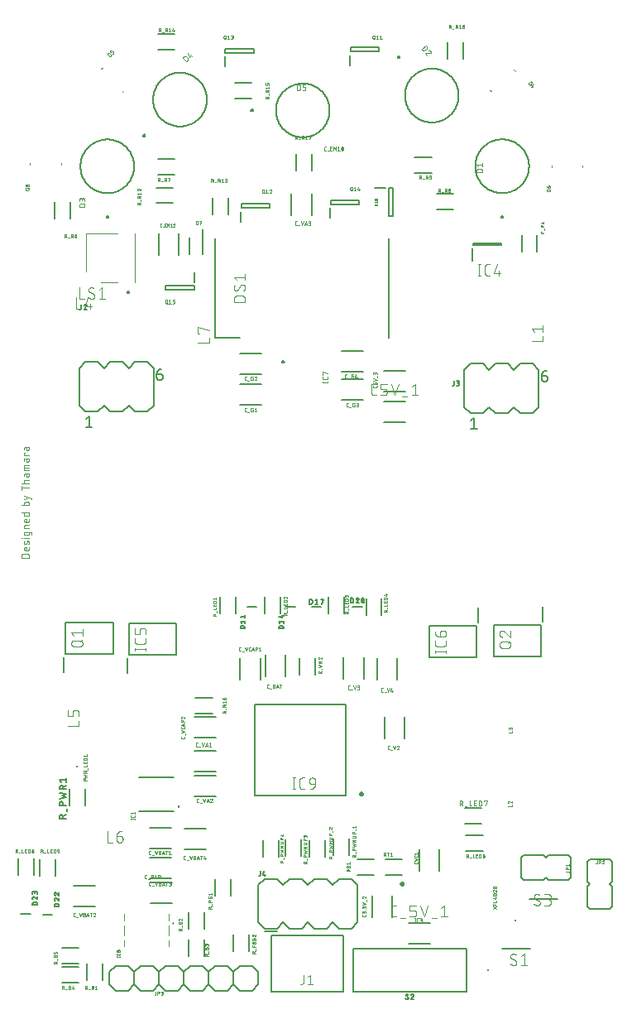
<source format=gbr>
G04 EAGLE Gerber RS-274X export*
G75*
%MOMM*%
%FSLAX34Y34*%
%LPD*%
%INSilkscreen Top*%
%IPPOS*%
%AMOC8*
5,1,8,0,0,1.08239X$1,22.5*%
G01*
%ADD10C,0.076200*%
%ADD11C,0.127000*%
%ADD12C,0.025400*%
%ADD13C,0.101600*%
%ADD14C,0.200000*%
%ADD15C,0.050800*%
%ADD16C,0.100000*%
%ADD17C,0.100000*%
%ADD18C,0.250000*%
%ADD19C,0.152400*%
%ADD20C,0.203200*%
%ADD21C,0.200000*%
%ADD22R,0.250000X0.250000*%


D10*
X-279781Y-50419D02*
X-287147Y-50419D01*
X-287147Y-48373D01*
X-287145Y-48284D01*
X-287139Y-48195D01*
X-287129Y-48106D01*
X-287116Y-48018D01*
X-287099Y-47930D01*
X-287077Y-47843D01*
X-287052Y-47758D01*
X-287024Y-47673D01*
X-286991Y-47590D01*
X-286955Y-47508D01*
X-286916Y-47428D01*
X-286873Y-47350D01*
X-286827Y-47274D01*
X-286777Y-47199D01*
X-286724Y-47127D01*
X-286668Y-47058D01*
X-286609Y-46991D01*
X-286548Y-46926D01*
X-286483Y-46865D01*
X-286416Y-46806D01*
X-286347Y-46750D01*
X-286275Y-46697D01*
X-286200Y-46647D01*
X-286124Y-46601D01*
X-286046Y-46558D01*
X-285966Y-46519D01*
X-285884Y-46483D01*
X-285801Y-46450D01*
X-285716Y-46422D01*
X-285631Y-46397D01*
X-285544Y-46375D01*
X-285456Y-46358D01*
X-285368Y-46345D01*
X-285279Y-46335D01*
X-285190Y-46329D01*
X-285101Y-46327D01*
X-281827Y-46327D01*
X-281738Y-46329D01*
X-281649Y-46335D01*
X-281560Y-46345D01*
X-281472Y-46358D01*
X-281384Y-46375D01*
X-281297Y-46397D01*
X-281212Y-46422D01*
X-281127Y-46450D01*
X-281044Y-46483D01*
X-280962Y-46519D01*
X-280882Y-46558D01*
X-280804Y-46601D01*
X-280728Y-46647D01*
X-280653Y-46697D01*
X-280581Y-46750D01*
X-280512Y-46806D01*
X-280445Y-46865D01*
X-280380Y-46926D01*
X-280319Y-46991D01*
X-280260Y-47058D01*
X-280204Y-47127D01*
X-280151Y-47199D01*
X-280101Y-47274D01*
X-280055Y-47350D01*
X-280012Y-47428D01*
X-279973Y-47508D01*
X-279937Y-47590D01*
X-279904Y-47673D01*
X-279876Y-47758D01*
X-279851Y-47843D01*
X-279829Y-47930D01*
X-279812Y-48018D01*
X-279799Y-48106D01*
X-279789Y-48195D01*
X-279783Y-48284D01*
X-279781Y-48373D01*
X-279781Y-50419D01*
X-279781Y-41711D02*
X-279781Y-39665D01*
X-279781Y-41711D02*
X-279783Y-41780D01*
X-279789Y-41848D01*
X-279798Y-41917D01*
X-279812Y-41984D01*
X-279829Y-42051D01*
X-279850Y-42117D01*
X-279874Y-42181D01*
X-279903Y-42244D01*
X-279934Y-42305D01*
X-279969Y-42364D01*
X-280007Y-42422D01*
X-280049Y-42477D01*
X-280093Y-42529D01*
X-280141Y-42579D01*
X-280191Y-42627D01*
X-280243Y-42671D01*
X-280298Y-42713D01*
X-280356Y-42751D01*
X-280415Y-42786D01*
X-280476Y-42817D01*
X-280539Y-42846D01*
X-280603Y-42870D01*
X-280669Y-42891D01*
X-280736Y-42908D01*
X-280803Y-42922D01*
X-280872Y-42931D01*
X-280940Y-42937D01*
X-281009Y-42939D01*
X-281009Y-42938D02*
X-283055Y-42938D01*
X-283055Y-42939D02*
X-283134Y-42937D01*
X-283213Y-42931D01*
X-283292Y-42922D01*
X-283370Y-42909D01*
X-283447Y-42891D01*
X-283523Y-42871D01*
X-283598Y-42846D01*
X-283672Y-42818D01*
X-283745Y-42787D01*
X-283816Y-42751D01*
X-283885Y-42713D01*
X-283952Y-42671D01*
X-284017Y-42626D01*
X-284080Y-42578D01*
X-284141Y-42527D01*
X-284198Y-42473D01*
X-284254Y-42417D01*
X-284306Y-42358D01*
X-284356Y-42296D01*
X-284402Y-42232D01*
X-284446Y-42166D01*
X-284486Y-42098D01*
X-284522Y-42028D01*
X-284556Y-41956D01*
X-284586Y-41882D01*
X-284612Y-41808D01*
X-284635Y-41732D01*
X-284653Y-41655D01*
X-284669Y-41578D01*
X-284680Y-41499D01*
X-284688Y-41421D01*
X-284692Y-41342D01*
X-284692Y-41262D01*
X-284688Y-41183D01*
X-284680Y-41105D01*
X-284669Y-41026D01*
X-284653Y-40949D01*
X-284635Y-40872D01*
X-284612Y-40796D01*
X-284586Y-40722D01*
X-284556Y-40648D01*
X-284522Y-40576D01*
X-284486Y-40506D01*
X-284446Y-40438D01*
X-284402Y-40372D01*
X-284356Y-40308D01*
X-284306Y-40246D01*
X-284254Y-40187D01*
X-284198Y-40131D01*
X-284141Y-40077D01*
X-284080Y-40026D01*
X-284017Y-39978D01*
X-283952Y-39933D01*
X-283885Y-39891D01*
X-283816Y-39853D01*
X-283745Y-39817D01*
X-283672Y-39786D01*
X-283598Y-39758D01*
X-283523Y-39733D01*
X-283447Y-39713D01*
X-283370Y-39695D01*
X-283292Y-39682D01*
X-283213Y-39673D01*
X-283134Y-39667D01*
X-283055Y-39665D01*
X-282236Y-39665D01*
X-282236Y-42938D01*
X-282646Y-35985D02*
X-281827Y-33939D01*
X-282646Y-35985D02*
X-282671Y-36044D01*
X-282700Y-36101D01*
X-282733Y-36156D01*
X-282769Y-36209D01*
X-282807Y-36260D01*
X-282849Y-36308D01*
X-282894Y-36354D01*
X-282941Y-36397D01*
X-282991Y-36437D01*
X-283043Y-36474D01*
X-283098Y-36508D01*
X-283154Y-36539D01*
X-283212Y-36566D01*
X-283272Y-36589D01*
X-283332Y-36609D01*
X-283394Y-36625D01*
X-283457Y-36638D01*
X-283521Y-36646D01*
X-283584Y-36651D01*
X-283648Y-36652D01*
X-283712Y-36649D01*
X-283776Y-36642D01*
X-283839Y-36631D01*
X-283901Y-36617D01*
X-283963Y-36599D01*
X-284023Y-36577D01*
X-284082Y-36552D01*
X-284139Y-36523D01*
X-284194Y-36490D01*
X-284247Y-36455D01*
X-284298Y-36416D01*
X-284347Y-36374D01*
X-284393Y-36330D01*
X-284436Y-36282D01*
X-284476Y-36233D01*
X-284513Y-36180D01*
X-284547Y-36126D01*
X-284578Y-36070D01*
X-284605Y-36012D01*
X-284629Y-35953D01*
X-284648Y-35892D01*
X-284665Y-35830D01*
X-284677Y-35767D01*
X-284686Y-35704D01*
X-284691Y-35640D01*
X-284692Y-35576D01*
X-284688Y-35440D01*
X-284680Y-35305D01*
X-284668Y-35169D01*
X-284652Y-35035D01*
X-284632Y-34900D01*
X-284609Y-34767D01*
X-284581Y-34634D01*
X-284550Y-34502D01*
X-284515Y-34371D01*
X-284476Y-34241D01*
X-284433Y-34112D01*
X-284386Y-33985D01*
X-284336Y-33859D01*
X-284282Y-33734D01*
X-281827Y-33939D02*
X-281802Y-33880D01*
X-281773Y-33823D01*
X-281740Y-33768D01*
X-281704Y-33715D01*
X-281666Y-33664D01*
X-281624Y-33616D01*
X-281579Y-33570D01*
X-281532Y-33527D01*
X-281482Y-33487D01*
X-281430Y-33450D01*
X-281375Y-33416D01*
X-281319Y-33385D01*
X-281261Y-33358D01*
X-281201Y-33335D01*
X-281141Y-33315D01*
X-281079Y-33299D01*
X-281016Y-33286D01*
X-280952Y-33278D01*
X-280889Y-33273D01*
X-280825Y-33272D01*
X-280761Y-33275D01*
X-280697Y-33282D01*
X-280634Y-33293D01*
X-280572Y-33307D01*
X-280510Y-33325D01*
X-280450Y-33347D01*
X-280391Y-33372D01*
X-280334Y-33401D01*
X-280279Y-33434D01*
X-280226Y-33469D01*
X-280175Y-33508D01*
X-280126Y-33550D01*
X-280080Y-33594D01*
X-280037Y-33642D01*
X-279997Y-33691D01*
X-279960Y-33744D01*
X-279926Y-33798D01*
X-279895Y-33854D01*
X-279868Y-33912D01*
X-279844Y-33971D01*
X-279825Y-34032D01*
X-279808Y-34094D01*
X-279796Y-34157D01*
X-279787Y-34220D01*
X-279782Y-34284D01*
X-279781Y-34348D01*
X-279785Y-34512D01*
X-279793Y-34676D01*
X-279805Y-34840D01*
X-279821Y-35003D01*
X-279841Y-35166D01*
X-279864Y-35329D01*
X-279892Y-35490D01*
X-279923Y-35652D01*
X-279958Y-35812D01*
X-279997Y-35971D01*
X-280040Y-36130D01*
X-280086Y-36287D01*
X-280136Y-36444D01*
X-280190Y-36599D01*
X-279781Y-30329D02*
X-284692Y-30329D01*
X-286738Y-30533D02*
X-287147Y-30533D01*
X-287147Y-30124D01*
X-286738Y-30124D01*
X-286738Y-30533D01*
X-279781Y-26146D02*
X-279781Y-24100D01*
X-279781Y-26146D02*
X-279783Y-26215D01*
X-279789Y-26283D01*
X-279798Y-26352D01*
X-279812Y-26419D01*
X-279829Y-26486D01*
X-279850Y-26552D01*
X-279874Y-26616D01*
X-279903Y-26679D01*
X-279934Y-26740D01*
X-279969Y-26799D01*
X-280007Y-26857D01*
X-280049Y-26912D01*
X-280093Y-26964D01*
X-280141Y-27014D01*
X-280191Y-27062D01*
X-280243Y-27106D01*
X-280298Y-27148D01*
X-280356Y-27186D01*
X-280415Y-27221D01*
X-280476Y-27252D01*
X-280539Y-27281D01*
X-280603Y-27305D01*
X-280669Y-27326D01*
X-280736Y-27343D01*
X-280803Y-27357D01*
X-280872Y-27366D01*
X-280940Y-27372D01*
X-281009Y-27374D01*
X-283464Y-27374D01*
X-283533Y-27372D01*
X-283601Y-27366D01*
X-283670Y-27357D01*
X-283737Y-27343D01*
X-283804Y-27326D01*
X-283870Y-27305D01*
X-283934Y-27281D01*
X-283997Y-27252D01*
X-284058Y-27221D01*
X-284117Y-27186D01*
X-284175Y-27148D01*
X-284230Y-27106D01*
X-284282Y-27062D01*
X-284332Y-27014D01*
X-284380Y-26964D01*
X-284424Y-26912D01*
X-284466Y-26857D01*
X-284504Y-26799D01*
X-284539Y-26740D01*
X-284570Y-26679D01*
X-284599Y-26616D01*
X-284623Y-26552D01*
X-284644Y-26486D01*
X-284661Y-26419D01*
X-284675Y-26352D01*
X-284684Y-26283D01*
X-284690Y-26215D01*
X-284692Y-26146D01*
X-284692Y-24100D01*
X-278553Y-24100D01*
X-278484Y-24102D01*
X-278416Y-24108D01*
X-278347Y-24117D01*
X-278280Y-24131D01*
X-278213Y-24148D01*
X-278147Y-24169D01*
X-278083Y-24193D01*
X-278020Y-24222D01*
X-277959Y-24253D01*
X-277900Y-24288D01*
X-277842Y-24326D01*
X-277787Y-24368D01*
X-277735Y-24412D01*
X-277685Y-24460D01*
X-277637Y-24510D01*
X-277593Y-24562D01*
X-277551Y-24617D01*
X-277513Y-24675D01*
X-277478Y-24734D01*
X-277447Y-24795D01*
X-277418Y-24858D01*
X-277394Y-24922D01*
X-277373Y-24988D01*
X-277356Y-25055D01*
X-277342Y-25122D01*
X-277333Y-25191D01*
X-277327Y-25259D01*
X-277325Y-25328D01*
X-277326Y-25328D02*
X-277326Y-26965D01*
X-279781Y-20505D02*
X-284692Y-20505D01*
X-284692Y-18459D01*
X-284690Y-18390D01*
X-284684Y-18322D01*
X-284675Y-18253D01*
X-284661Y-18186D01*
X-284644Y-18119D01*
X-284623Y-18053D01*
X-284599Y-17989D01*
X-284570Y-17926D01*
X-284539Y-17865D01*
X-284504Y-17806D01*
X-284466Y-17748D01*
X-284424Y-17693D01*
X-284380Y-17641D01*
X-284332Y-17591D01*
X-284282Y-17543D01*
X-284230Y-17499D01*
X-284175Y-17458D01*
X-284117Y-17419D01*
X-284058Y-17384D01*
X-283997Y-17353D01*
X-283934Y-17324D01*
X-283870Y-17300D01*
X-283804Y-17279D01*
X-283737Y-17262D01*
X-283670Y-17248D01*
X-283602Y-17239D01*
X-283533Y-17233D01*
X-283464Y-17231D01*
X-283464Y-17232D02*
X-279781Y-17232D01*
X-279781Y-12694D02*
X-279781Y-10648D01*
X-279781Y-12694D02*
X-279783Y-12763D01*
X-279789Y-12831D01*
X-279798Y-12900D01*
X-279812Y-12967D01*
X-279829Y-13034D01*
X-279850Y-13100D01*
X-279874Y-13164D01*
X-279903Y-13227D01*
X-279934Y-13288D01*
X-279969Y-13347D01*
X-280007Y-13405D01*
X-280049Y-13460D01*
X-280093Y-13512D01*
X-280141Y-13562D01*
X-280191Y-13610D01*
X-280243Y-13654D01*
X-280298Y-13696D01*
X-280356Y-13734D01*
X-280415Y-13769D01*
X-280476Y-13800D01*
X-280539Y-13829D01*
X-280603Y-13853D01*
X-280669Y-13874D01*
X-280736Y-13891D01*
X-280803Y-13905D01*
X-280872Y-13914D01*
X-280940Y-13920D01*
X-281009Y-13922D01*
X-283055Y-13922D01*
X-283134Y-13920D01*
X-283213Y-13914D01*
X-283292Y-13905D01*
X-283370Y-13892D01*
X-283447Y-13874D01*
X-283523Y-13854D01*
X-283598Y-13829D01*
X-283672Y-13801D01*
X-283745Y-13770D01*
X-283816Y-13734D01*
X-283885Y-13696D01*
X-283952Y-13654D01*
X-284017Y-13609D01*
X-284080Y-13561D01*
X-284141Y-13510D01*
X-284198Y-13456D01*
X-284254Y-13400D01*
X-284306Y-13341D01*
X-284356Y-13279D01*
X-284402Y-13215D01*
X-284446Y-13149D01*
X-284486Y-13081D01*
X-284522Y-13011D01*
X-284556Y-12939D01*
X-284586Y-12865D01*
X-284612Y-12791D01*
X-284635Y-12715D01*
X-284653Y-12638D01*
X-284669Y-12561D01*
X-284680Y-12482D01*
X-284688Y-12404D01*
X-284692Y-12325D01*
X-284692Y-12245D01*
X-284688Y-12166D01*
X-284680Y-12088D01*
X-284669Y-12009D01*
X-284653Y-11932D01*
X-284635Y-11855D01*
X-284612Y-11779D01*
X-284586Y-11705D01*
X-284556Y-11631D01*
X-284522Y-11559D01*
X-284486Y-11489D01*
X-284446Y-11421D01*
X-284402Y-11355D01*
X-284356Y-11291D01*
X-284306Y-11229D01*
X-284254Y-11170D01*
X-284198Y-11114D01*
X-284141Y-11060D01*
X-284080Y-11009D01*
X-284017Y-10961D01*
X-283952Y-10916D01*
X-283885Y-10874D01*
X-283816Y-10836D01*
X-283745Y-10800D01*
X-283672Y-10769D01*
X-283598Y-10741D01*
X-283523Y-10716D01*
X-283447Y-10696D01*
X-283370Y-10678D01*
X-283292Y-10665D01*
X-283213Y-10656D01*
X-283134Y-10650D01*
X-283055Y-10648D01*
X-282236Y-10648D01*
X-282236Y-13922D01*
X-279781Y-4349D02*
X-287147Y-4349D01*
X-279781Y-4349D02*
X-279781Y-6395D01*
X-279783Y-6464D01*
X-279789Y-6532D01*
X-279798Y-6601D01*
X-279812Y-6668D01*
X-279829Y-6735D01*
X-279850Y-6801D01*
X-279874Y-6865D01*
X-279903Y-6928D01*
X-279934Y-6989D01*
X-279969Y-7048D01*
X-280007Y-7106D01*
X-280049Y-7161D01*
X-280093Y-7213D01*
X-280141Y-7263D01*
X-280191Y-7311D01*
X-280243Y-7355D01*
X-280298Y-7397D01*
X-280356Y-7435D01*
X-280415Y-7470D01*
X-280476Y-7501D01*
X-280539Y-7530D01*
X-280603Y-7554D01*
X-280669Y-7575D01*
X-280736Y-7592D01*
X-280803Y-7606D01*
X-280872Y-7615D01*
X-280940Y-7621D01*
X-281009Y-7623D01*
X-283464Y-7623D01*
X-283533Y-7621D01*
X-283601Y-7615D01*
X-283670Y-7606D01*
X-283737Y-7592D01*
X-283804Y-7575D01*
X-283870Y-7554D01*
X-283934Y-7530D01*
X-283997Y-7501D01*
X-284058Y-7470D01*
X-284117Y-7435D01*
X-284175Y-7397D01*
X-284230Y-7355D01*
X-284282Y-7311D01*
X-284332Y-7263D01*
X-284380Y-7213D01*
X-284424Y-7161D01*
X-284466Y-7106D01*
X-284504Y-7048D01*
X-284539Y-6989D01*
X-284570Y-6928D01*
X-284599Y-6865D01*
X-284623Y-6801D01*
X-284644Y-6735D01*
X-284661Y-6668D01*
X-284675Y-6601D01*
X-284684Y-6532D01*
X-284690Y-6464D01*
X-284692Y-6395D01*
X-284692Y-4349D01*
X-287147Y3188D02*
X-279781Y3188D01*
X-279781Y5234D01*
X-279783Y5303D01*
X-279789Y5371D01*
X-279798Y5440D01*
X-279812Y5507D01*
X-279829Y5574D01*
X-279850Y5640D01*
X-279874Y5704D01*
X-279903Y5767D01*
X-279934Y5828D01*
X-279969Y5887D01*
X-280007Y5945D01*
X-280049Y6000D01*
X-280093Y6052D01*
X-280141Y6102D01*
X-280191Y6150D01*
X-280243Y6194D01*
X-280298Y6236D01*
X-280356Y6274D01*
X-280415Y6309D01*
X-280476Y6340D01*
X-280539Y6369D01*
X-280603Y6393D01*
X-280669Y6414D01*
X-280736Y6431D01*
X-280803Y6445D01*
X-280872Y6454D01*
X-280940Y6460D01*
X-281009Y6462D01*
X-283464Y6462D01*
X-283533Y6460D01*
X-283601Y6454D01*
X-283670Y6445D01*
X-283737Y6431D01*
X-283804Y6414D01*
X-283870Y6393D01*
X-283934Y6369D01*
X-283997Y6340D01*
X-284058Y6309D01*
X-284117Y6274D01*
X-284175Y6236D01*
X-284230Y6194D01*
X-284282Y6150D01*
X-284332Y6102D01*
X-284380Y6052D01*
X-284424Y6000D01*
X-284466Y5945D01*
X-284504Y5887D01*
X-284539Y5828D01*
X-284570Y5767D01*
X-284599Y5704D01*
X-284623Y5640D01*
X-284644Y5574D01*
X-284661Y5507D01*
X-284675Y5440D01*
X-284684Y5371D01*
X-284690Y5303D01*
X-284692Y5234D01*
X-284692Y3188D01*
X-277326Y9243D02*
X-277326Y10062D01*
X-284692Y12517D01*
X-284692Y9243D02*
X-279781Y10880D01*
X-279781Y20877D02*
X-287147Y20877D01*
X-287147Y18831D02*
X-287147Y22924D01*
X-287147Y25824D02*
X-279781Y25824D01*
X-284692Y25824D02*
X-284692Y27870D01*
X-284690Y27939D01*
X-284684Y28007D01*
X-284675Y28076D01*
X-284661Y28143D01*
X-284644Y28210D01*
X-284623Y28276D01*
X-284599Y28340D01*
X-284570Y28403D01*
X-284539Y28464D01*
X-284504Y28523D01*
X-284466Y28581D01*
X-284424Y28636D01*
X-284380Y28688D01*
X-284332Y28738D01*
X-284282Y28786D01*
X-284230Y28830D01*
X-284175Y28872D01*
X-284117Y28910D01*
X-284058Y28945D01*
X-283997Y28976D01*
X-283934Y29005D01*
X-283870Y29029D01*
X-283804Y29050D01*
X-283737Y29067D01*
X-283670Y29081D01*
X-283601Y29090D01*
X-283533Y29096D01*
X-283464Y29098D01*
X-279781Y29098D01*
X-282646Y33799D02*
X-282646Y35641D01*
X-282645Y33799D02*
X-282643Y33724D01*
X-282637Y33649D01*
X-282627Y33575D01*
X-282614Y33501D01*
X-282596Y33428D01*
X-282575Y33356D01*
X-282550Y33286D01*
X-282521Y33217D01*
X-282489Y33149D01*
X-282453Y33083D01*
X-282414Y33019D01*
X-282372Y32957D01*
X-282326Y32898D01*
X-282277Y32841D01*
X-282226Y32786D01*
X-282171Y32735D01*
X-282114Y32686D01*
X-282055Y32640D01*
X-281993Y32598D01*
X-281929Y32559D01*
X-281863Y32523D01*
X-281795Y32491D01*
X-281726Y32462D01*
X-281656Y32437D01*
X-281584Y32416D01*
X-281511Y32398D01*
X-281437Y32385D01*
X-281363Y32375D01*
X-281288Y32369D01*
X-281213Y32367D01*
X-281138Y32369D01*
X-281063Y32375D01*
X-280989Y32385D01*
X-280915Y32398D01*
X-280842Y32416D01*
X-280770Y32437D01*
X-280700Y32462D01*
X-280631Y32491D01*
X-280563Y32523D01*
X-280497Y32559D01*
X-280433Y32598D01*
X-280371Y32640D01*
X-280312Y32686D01*
X-280255Y32735D01*
X-280200Y32786D01*
X-280149Y32841D01*
X-280100Y32898D01*
X-280054Y32957D01*
X-280012Y33019D01*
X-279973Y33083D01*
X-279937Y33149D01*
X-279905Y33217D01*
X-279876Y33286D01*
X-279851Y33356D01*
X-279830Y33428D01*
X-279812Y33501D01*
X-279799Y33575D01*
X-279789Y33649D01*
X-279783Y33724D01*
X-279781Y33799D01*
X-279781Y35641D01*
X-283464Y35641D01*
X-283533Y35639D01*
X-283601Y35633D01*
X-283670Y35624D01*
X-283737Y35610D01*
X-283804Y35593D01*
X-283870Y35572D01*
X-283934Y35548D01*
X-283997Y35519D01*
X-284058Y35488D01*
X-284117Y35453D01*
X-284175Y35415D01*
X-284230Y35373D01*
X-284282Y35329D01*
X-284332Y35281D01*
X-284380Y35231D01*
X-284424Y35179D01*
X-284466Y35124D01*
X-284504Y35066D01*
X-284539Y35007D01*
X-284570Y34946D01*
X-284599Y34883D01*
X-284623Y34819D01*
X-284644Y34753D01*
X-284661Y34686D01*
X-284675Y34619D01*
X-284684Y34550D01*
X-284690Y34482D01*
X-284692Y34413D01*
X-284692Y32776D01*
X-284692Y39392D02*
X-279781Y39392D01*
X-284692Y39392D02*
X-284692Y43075D01*
X-284690Y43144D01*
X-284684Y43212D01*
X-284675Y43281D01*
X-284661Y43348D01*
X-284644Y43415D01*
X-284623Y43481D01*
X-284599Y43545D01*
X-284570Y43608D01*
X-284539Y43669D01*
X-284504Y43728D01*
X-284466Y43786D01*
X-284424Y43841D01*
X-284380Y43893D01*
X-284332Y43943D01*
X-284282Y43991D01*
X-284230Y44035D01*
X-284175Y44077D01*
X-284117Y44115D01*
X-284058Y44150D01*
X-283997Y44181D01*
X-283934Y44210D01*
X-283870Y44234D01*
X-283804Y44255D01*
X-283737Y44272D01*
X-283670Y44286D01*
X-283601Y44295D01*
X-283533Y44301D01*
X-283464Y44303D01*
X-279781Y44303D01*
X-279781Y41848D02*
X-284692Y41848D01*
X-282646Y49161D02*
X-282646Y51003D01*
X-282645Y49161D02*
X-282643Y49086D01*
X-282637Y49011D01*
X-282627Y48937D01*
X-282614Y48863D01*
X-282596Y48790D01*
X-282575Y48718D01*
X-282550Y48648D01*
X-282521Y48579D01*
X-282489Y48511D01*
X-282453Y48445D01*
X-282414Y48381D01*
X-282372Y48319D01*
X-282326Y48260D01*
X-282277Y48203D01*
X-282226Y48148D01*
X-282171Y48097D01*
X-282114Y48048D01*
X-282055Y48002D01*
X-281993Y47960D01*
X-281929Y47921D01*
X-281863Y47885D01*
X-281795Y47853D01*
X-281726Y47824D01*
X-281656Y47799D01*
X-281584Y47778D01*
X-281511Y47760D01*
X-281437Y47747D01*
X-281363Y47737D01*
X-281288Y47731D01*
X-281213Y47729D01*
X-281138Y47731D01*
X-281063Y47737D01*
X-280989Y47747D01*
X-280915Y47760D01*
X-280842Y47778D01*
X-280770Y47799D01*
X-280700Y47824D01*
X-280631Y47853D01*
X-280563Y47885D01*
X-280497Y47921D01*
X-280433Y47960D01*
X-280371Y48002D01*
X-280312Y48048D01*
X-280255Y48097D01*
X-280200Y48148D01*
X-280149Y48203D01*
X-280100Y48260D01*
X-280054Y48319D01*
X-280012Y48381D01*
X-279973Y48445D01*
X-279937Y48511D01*
X-279905Y48579D01*
X-279876Y48648D01*
X-279851Y48718D01*
X-279830Y48790D01*
X-279812Y48863D01*
X-279799Y48937D01*
X-279789Y49011D01*
X-279783Y49086D01*
X-279781Y49161D01*
X-279781Y51003D01*
X-283464Y51003D01*
X-283533Y51001D01*
X-283601Y50995D01*
X-283670Y50986D01*
X-283737Y50972D01*
X-283804Y50955D01*
X-283870Y50934D01*
X-283934Y50910D01*
X-283997Y50881D01*
X-284058Y50850D01*
X-284117Y50815D01*
X-284175Y50777D01*
X-284230Y50735D01*
X-284282Y50691D01*
X-284332Y50643D01*
X-284380Y50593D01*
X-284424Y50541D01*
X-284466Y50486D01*
X-284504Y50428D01*
X-284539Y50369D01*
X-284570Y50308D01*
X-284599Y50245D01*
X-284623Y50181D01*
X-284644Y50115D01*
X-284661Y50048D01*
X-284675Y49981D01*
X-284684Y49912D01*
X-284690Y49844D01*
X-284692Y49775D01*
X-284692Y48138D01*
X-284692Y54643D02*
X-279781Y54643D01*
X-284692Y54643D02*
X-284692Y57099D01*
X-283873Y57099D01*
X-282646Y60865D02*
X-282646Y62707D01*
X-282645Y60865D02*
X-282643Y60790D01*
X-282637Y60715D01*
X-282627Y60641D01*
X-282614Y60567D01*
X-282596Y60494D01*
X-282575Y60422D01*
X-282550Y60352D01*
X-282521Y60283D01*
X-282489Y60215D01*
X-282453Y60149D01*
X-282414Y60085D01*
X-282372Y60023D01*
X-282326Y59964D01*
X-282277Y59907D01*
X-282226Y59852D01*
X-282171Y59801D01*
X-282114Y59752D01*
X-282055Y59706D01*
X-281993Y59664D01*
X-281929Y59625D01*
X-281863Y59589D01*
X-281795Y59557D01*
X-281726Y59528D01*
X-281656Y59503D01*
X-281584Y59482D01*
X-281511Y59464D01*
X-281437Y59451D01*
X-281363Y59441D01*
X-281288Y59435D01*
X-281213Y59433D01*
X-281138Y59435D01*
X-281063Y59441D01*
X-280989Y59451D01*
X-280915Y59464D01*
X-280842Y59482D01*
X-280770Y59503D01*
X-280700Y59528D01*
X-280631Y59557D01*
X-280563Y59589D01*
X-280497Y59625D01*
X-280433Y59664D01*
X-280371Y59706D01*
X-280312Y59752D01*
X-280255Y59801D01*
X-280200Y59852D01*
X-280149Y59907D01*
X-280100Y59964D01*
X-280054Y60023D01*
X-280012Y60085D01*
X-279973Y60149D01*
X-279937Y60215D01*
X-279905Y60283D01*
X-279876Y60352D01*
X-279851Y60422D01*
X-279830Y60494D01*
X-279812Y60567D01*
X-279799Y60641D01*
X-279789Y60715D01*
X-279783Y60790D01*
X-279781Y60865D01*
X-279781Y62707D01*
X-283464Y62707D01*
X-283533Y62705D01*
X-283601Y62699D01*
X-283670Y62690D01*
X-283737Y62676D01*
X-283804Y62659D01*
X-283870Y62638D01*
X-283934Y62614D01*
X-283997Y62585D01*
X-284058Y62554D01*
X-284117Y62519D01*
X-284175Y62481D01*
X-284230Y62439D01*
X-284282Y62395D01*
X-284332Y62347D01*
X-284380Y62297D01*
X-284424Y62245D01*
X-284466Y62190D01*
X-284504Y62132D01*
X-284539Y62073D01*
X-284570Y62012D01*
X-284599Y61949D01*
X-284623Y61885D01*
X-284644Y61819D01*
X-284661Y61752D01*
X-284675Y61685D01*
X-284684Y61616D01*
X-284690Y61548D01*
X-284692Y61479D01*
X-284692Y59842D01*
D11*
X71333Y-395960D02*
X71333Y-417960D01*
X92267Y-417960D02*
X92267Y-395960D01*
D12*
X64856Y-415535D02*
X64856Y-416381D01*
X64854Y-416436D01*
X64849Y-416492D01*
X64840Y-416546D01*
X64827Y-416600D01*
X64811Y-416653D01*
X64792Y-416705D01*
X64769Y-416756D01*
X64743Y-416805D01*
X64713Y-416852D01*
X64681Y-416897D01*
X64646Y-416939D01*
X64608Y-416980D01*
X64567Y-417018D01*
X64525Y-417053D01*
X64480Y-417085D01*
X64433Y-417115D01*
X64384Y-417141D01*
X64333Y-417164D01*
X64281Y-417183D01*
X64228Y-417199D01*
X64174Y-417212D01*
X64120Y-417221D01*
X64064Y-417226D01*
X64009Y-417228D01*
X61893Y-417228D01*
X61835Y-417226D01*
X61778Y-417220D01*
X61721Y-417210D01*
X61664Y-417197D01*
X61609Y-417179D01*
X61556Y-417158D01*
X61503Y-417133D01*
X61453Y-417105D01*
X61405Y-417073D01*
X61358Y-417038D01*
X61315Y-417000D01*
X61274Y-416959D01*
X61236Y-416916D01*
X61201Y-416869D01*
X61169Y-416821D01*
X61141Y-416771D01*
X61116Y-416718D01*
X61095Y-416665D01*
X61077Y-416610D01*
X61064Y-416553D01*
X61054Y-416496D01*
X61048Y-416439D01*
X61046Y-416381D01*
X61046Y-415535D01*
X64856Y-414171D02*
X64856Y-413112D01*
X64854Y-413048D01*
X64848Y-412984D01*
X64839Y-412921D01*
X64825Y-412859D01*
X64808Y-412797D01*
X64787Y-412737D01*
X64763Y-412678D01*
X64735Y-412620D01*
X64703Y-412565D01*
X64669Y-412511D01*
X64631Y-412460D01*
X64590Y-412410D01*
X64546Y-412364D01*
X64500Y-412320D01*
X64450Y-412279D01*
X64399Y-412241D01*
X64345Y-412207D01*
X64290Y-412175D01*
X64232Y-412147D01*
X64173Y-412123D01*
X64113Y-412102D01*
X64051Y-412085D01*
X63989Y-412071D01*
X63926Y-412062D01*
X63862Y-412056D01*
X63798Y-412054D01*
X63734Y-412056D01*
X63670Y-412062D01*
X63607Y-412071D01*
X63545Y-412085D01*
X63483Y-412102D01*
X63423Y-412123D01*
X63364Y-412147D01*
X63306Y-412175D01*
X63251Y-412207D01*
X63197Y-412241D01*
X63146Y-412279D01*
X63096Y-412320D01*
X63050Y-412364D01*
X63006Y-412410D01*
X62965Y-412460D01*
X62927Y-412511D01*
X62893Y-412565D01*
X62861Y-412620D01*
X62833Y-412678D01*
X62809Y-412737D01*
X62788Y-412797D01*
X62771Y-412859D01*
X62757Y-412921D01*
X62748Y-412984D01*
X62742Y-413048D01*
X62740Y-413112D01*
X61046Y-412901D02*
X61046Y-414171D01*
X61046Y-412901D02*
X61048Y-412844D01*
X61054Y-412788D01*
X61063Y-412732D01*
X61076Y-412677D01*
X61093Y-412623D01*
X61113Y-412570D01*
X61137Y-412519D01*
X61164Y-412469D01*
X61195Y-412422D01*
X61228Y-412376D01*
X61265Y-412333D01*
X61304Y-412292D01*
X61346Y-412254D01*
X61391Y-412219D01*
X61437Y-412187D01*
X61486Y-412158D01*
X61536Y-412133D01*
X61589Y-412111D01*
X61642Y-412092D01*
X61697Y-412077D01*
X61752Y-412066D01*
X61808Y-412058D01*
X61865Y-412054D01*
X61921Y-412054D01*
X61978Y-412058D01*
X62034Y-412066D01*
X62089Y-412077D01*
X62144Y-412092D01*
X62197Y-412111D01*
X62250Y-412133D01*
X62300Y-412158D01*
X62349Y-412187D01*
X62395Y-412219D01*
X62440Y-412254D01*
X62482Y-412292D01*
X62521Y-412333D01*
X62558Y-412376D01*
X62591Y-412422D01*
X62622Y-412469D01*
X62649Y-412519D01*
X62673Y-412570D01*
X62693Y-412623D01*
X62710Y-412677D01*
X62723Y-412732D01*
X62732Y-412788D01*
X62738Y-412844D01*
X62740Y-412901D01*
X62739Y-412901D02*
X62739Y-413747D01*
X64644Y-410658D02*
X64856Y-410658D01*
X64644Y-410658D02*
X64644Y-410446D01*
X64856Y-410446D01*
X64856Y-410658D01*
X64856Y-409050D02*
X64856Y-407992D01*
X64854Y-407928D01*
X64848Y-407864D01*
X64839Y-407801D01*
X64825Y-407739D01*
X64808Y-407677D01*
X64787Y-407617D01*
X64763Y-407558D01*
X64735Y-407500D01*
X64703Y-407445D01*
X64669Y-407391D01*
X64631Y-407340D01*
X64590Y-407290D01*
X64546Y-407244D01*
X64500Y-407200D01*
X64450Y-407159D01*
X64399Y-407121D01*
X64345Y-407087D01*
X64290Y-407055D01*
X64232Y-407027D01*
X64173Y-407003D01*
X64113Y-406982D01*
X64051Y-406965D01*
X63989Y-406951D01*
X63926Y-406942D01*
X63862Y-406936D01*
X63798Y-406934D01*
X63734Y-406936D01*
X63670Y-406942D01*
X63607Y-406951D01*
X63545Y-406965D01*
X63483Y-406982D01*
X63423Y-407003D01*
X63364Y-407027D01*
X63306Y-407055D01*
X63251Y-407087D01*
X63197Y-407121D01*
X63146Y-407159D01*
X63096Y-407200D01*
X63050Y-407244D01*
X63006Y-407290D01*
X62965Y-407340D01*
X62927Y-407391D01*
X62893Y-407445D01*
X62861Y-407500D01*
X62833Y-407558D01*
X62809Y-407617D01*
X62788Y-407677D01*
X62771Y-407739D01*
X62757Y-407801D01*
X62748Y-407864D01*
X62742Y-407928D01*
X62740Y-407992D01*
X61046Y-407780D02*
X61046Y-409050D01*
X61046Y-407780D02*
X61048Y-407723D01*
X61054Y-407667D01*
X61063Y-407611D01*
X61076Y-407556D01*
X61093Y-407502D01*
X61113Y-407449D01*
X61137Y-407398D01*
X61164Y-407348D01*
X61195Y-407301D01*
X61228Y-407255D01*
X61265Y-407212D01*
X61304Y-407171D01*
X61346Y-407133D01*
X61391Y-407098D01*
X61437Y-407066D01*
X61486Y-407037D01*
X61536Y-407012D01*
X61589Y-406990D01*
X61642Y-406971D01*
X61697Y-406956D01*
X61752Y-406945D01*
X61808Y-406937D01*
X61865Y-406933D01*
X61921Y-406933D01*
X61978Y-406937D01*
X62034Y-406945D01*
X62089Y-406956D01*
X62144Y-406971D01*
X62197Y-406990D01*
X62250Y-407012D01*
X62300Y-407037D01*
X62349Y-407066D01*
X62395Y-407098D01*
X62440Y-407133D01*
X62482Y-407171D01*
X62521Y-407212D01*
X62558Y-407255D01*
X62591Y-407301D01*
X62622Y-407348D01*
X62649Y-407398D01*
X62673Y-407449D01*
X62693Y-407502D01*
X62710Y-407556D01*
X62723Y-407611D01*
X62732Y-407667D01*
X62738Y-407723D01*
X62740Y-407780D01*
X62739Y-407780D02*
X62739Y-408627D01*
X61046Y-405604D02*
X64856Y-404334D01*
X61046Y-403064D01*
X65279Y-401889D02*
X65279Y-400196D01*
X61999Y-396692D02*
X61939Y-396694D01*
X61880Y-396700D01*
X61820Y-396709D01*
X61762Y-396722D01*
X61705Y-396739D01*
X61648Y-396759D01*
X61593Y-396783D01*
X61540Y-396810D01*
X61488Y-396840D01*
X61439Y-396874D01*
X61392Y-396911D01*
X61347Y-396950D01*
X61304Y-396993D01*
X61265Y-397038D01*
X61228Y-397085D01*
X61194Y-397134D01*
X61164Y-397186D01*
X61137Y-397239D01*
X61113Y-397294D01*
X61093Y-397351D01*
X61076Y-397408D01*
X61063Y-397466D01*
X61054Y-397526D01*
X61048Y-397585D01*
X61046Y-397645D01*
X61048Y-397712D01*
X61053Y-397779D01*
X61062Y-397845D01*
X61075Y-397911D01*
X61091Y-397975D01*
X61111Y-398039D01*
X61135Y-398102D01*
X61161Y-398164D01*
X61191Y-398223D01*
X61224Y-398281D01*
X61261Y-398338D01*
X61300Y-398392D01*
X61342Y-398444D01*
X61387Y-398493D01*
X61435Y-398540D01*
X61485Y-398584D01*
X61538Y-398626D01*
X61593Y-398664D01*
X61649Y-398700D01*
X61708Y-398732D01*
X61768Y-398761D01*
X61830Y-398787D01*
X61893Y-398809D01*
X62740Y-397010D02*
X62698Y-396968D01*
X62653Y-396929D01*
X62607Y-396892D01*
X62558Y-396858D01*
X62508Y-396828D01*
X62456Y-396800D01*
X62402Y-396775D01*
X62347Y-396753D01*
X62291Y-396734D01*
X62234Y-396719D01*
X62176Y-396707D01*
X62117Y-396699D01*
X62058Y-396694D01*
X61999Y-396692D01*
X62739Y-397010D02*
X64856Y-398809D01*
X64856Y-396692D01*
D11*
X83500Y108967D02*
X105500Y108967D01*
X105500Y88033D02*
X83500Y88033D01*
D13*
X75666Y115825D02*
X73070Y115825D01*
X72971Y115827D01*
X72871Y115833D01*
X72772Y115842D01*
X72674Y115855D01*
X72576Y115872D01*
X72478Y115893D01*
X72382Y115918D01*
X72287Y115946D01*
X72193Y115978D01*
X72100Y116013D01*
X72008Y116052D01*
X71918Y116095D01*
X71830Y116140D01*
X71743Y116190D01*
X71659Y116242D01*
X71576Y116298D01*
X71496Y116356D01*
X71418Y116418D01*
X71343Y116483D01*
X71270Y116551D01*
X71200Y116621D01*
X71132Y116694D01*
X71067Y116769D01*
X71005Y116847D01*
X70947Y116927D01*
X70891Y117010D01*
X70839Y117094D01*
X70789Y117181D01*
X70744Y117269D01*
X70701Y117359D01*
X70662Y117451D01*
X70627Y117544D01*
X70595Y117638D01*
X70567Y117733D01*
X70542Y117829D01*
X70521Y117927D01*
X70504Y118025D01*
X70491Y118123D01*
X70482Y118222D01*
X70476Y118322D01*
X70474Y118421D01*
X70473Y118421D02*
X70473Y124913D01*
X70474Y124913D02*
X70476Y125012D01*
X70482Y125112D01*
X70491Y125211D01*
X70504Y125309D01*
X70521Y125407D01*
X70542Y125505D01*
X70567Y125601D01*
X70595Y125696D01*
X70627Y125790D01*
X70662Y125883D01*
X70701Y125975D01*
X70744Y126065D01*
X70789Y126153D01*
X70839Y126240D01*
X70891Y126324D01*
X70947Y126407D01*
X71005Y126487D01*
X71067Y126565D01*
X71132Y126640D01*
X71200Y126713D01*
X71270Y126783D01*
X71343Y126851D01*
X71418Y126916D01*
X71496Y126978D01*
X71576Y127036D01*
X71659Y127092D01*
X71743Y127144D01*
X71830Y127194D01*
X71918Y127239D01*
X72008Y127282D01*
X72100Y127321D01*
X72192Y127356D01*
X72287Y127388D01*
X72382Y127416D01*
X72478Y127441D01*
X72576Y127462D01*
X72674Y127479D01*
X72772Y127492D01*
X72871Y127501D01*
X72971Y127507D01*
X73070Y127509D01*
X75666Y127509D01*
X80032Y115825D02*
X83926Y115825D01*
X84025Y115827D01*
X84125Y115833D01*
X84224Y115842D01*
X84322Y115855D01*
X84420Y115872D01*
X84518Y115893D01*
X84614Y115918D01*
X84709Y115946D01*
X84803Y115978D01*
X84896Y116013D01*
X84988Y116052D01*
X85078Y116095D01*
X85166Y116140D01*
X85253Y116190D01*
X85337Y116242D01*
X85420Y116298D01*
X85500Y116356D01*
X85578Y116418D01*
X85653Y116483D01*
X85726Y116551D01*
X85796Y116621D01*
X85864Y116694D01*
X85929Y116769D01*
X85991Y116847D01*
X86049Y116927D01*
X86105Y117010D01*
X86157Y117094D01*
X86207Y117181D01*
X86252Y117269D01*
X86295Y117359D01*
X86334Y117451D01*
X86369Y117544D01*
X86401Y117638D01*
X86429Y117733D01*
X86454Y117829D01*
X86475Y117927D01*
X86492Y118025D01*
X86505Y118123D01*
X86514Y118222D01*
X86520Y118322D01*
X86522Y118421D01*
X86523Y118421D02*
X86523Y119720D01*
X86522Y119720D02*
X86520Y119819D01*
X86514Y119919D01*
X86505Y120018D01*
X86492Y120116D01*
X86475Y120214D01*
X86454Y120312D01*
X86429Y120408D01*
X86401Y120503D01*
X86369Y120597D01*
X86334Y120690D01*
X86295Y120782D01*
X86252Y120872D01*
X86207Y120960D01*
X86157Y121047D01*
X86105Y121131D01*
X86049Y121214D01*
X85991Y121294D01*
X85929Y121372D01*
X85864Y121447D01*
X85796Y121520D01*
X85726Y121590D01*
X85653Y121658D01*
X85578Y121723D01*
X85500Y121785D01*
X85420Y121843D01*
X85337Y121899D01*
X85253Y121951D01*
X85166Y122001D01*
X85078Y122046D01*
X84988Y122089D01*
X84896Y122128D01*
X84803Y122163D01*
X84709Y122195D01*
X84614Y122223D01*
X84518Y122248D01*
X84420Y122269D01*
X84322Y122286D01*
X84224Y122299D01*
X84125Y122308D01*
X84025Y122314D01*
X83926Y122316D01*
X80032Y122316D01*
X80032Y127509D01*
X86523Y127509D01*
X90812Y127509D02*
X94707Y115825D01*
X98602Y127509D01*
X102398Y114527D02*
X107591Y114527D01*
X112036Y124913D02*
X115281Y127509D01*
X115281Y115825D01*
X112036Y115825D02*
X118527Y115825D01*
D11*
X105500Y140717D02*
X83500Y140717D01*
X83500Y119783D02*
X105500Y119783D01*
D12*
X76286Y124659D02*
X76286Y125506D01*
X76286Y124659D02*
X76284Y124601D01*
X76278Y124544D01*
X76268Y124487D01*
X76255Y124430D01*
X76237Y124375D01*
X76216Y124322D01*
X76191Y124269D01*
X76163Y124219D01*
X76131Y124171D01*
X76096Y124124D01*
X76058Y124081D01*
X76017Y124040D01*
X75974Y124002D01*
X75927Y123967D01*
X75879Y123935D01*
X75829Y123907D01*
X75776Y123882D01*
X75723Y123861D01*
X75668Y123843D01*
X75611Y123830D01*
X75554Y123820D01*
X75497Y123814D01*
X75439Y123812D01*
X73323Y123812D01*
X73265Y123814D01*
X73208Y123820D01*
X73151Y123830D01*
X73094Y123843D01*
X73039Y123861D01*
X72986Y123882D01*
X72933Y123907D01*
X72883Y123935D01*
X72835Y123967D01*
X72788Y124002D01*
X72745Y124040D01*
X72704Y124081D01*
X72666Y124124D01*
X72631Y124171D01*
X72599Y124219D01*
X72571Y124269D01*
X72546Y124322D01*
X72525Y124375D01*
X72507Y124430D01*
X72494Y124487D01*
X72484Y124544D01*
X72478Y124601D01*
X72476Y124659D01*
X72476Y125506D01*
X76286Y126870D02*
X76286Y128140D01*
X76284Y128195D01*
X76279Y128251D01*
X76270Y128305D01*
X76257Y128359D01*
X76241Y128412D01*
X76222Y128464D01*
X76199Y128515D01*
X76173Y128564D01*
X76143Y128611D01*
X76111Y128656D01*
X76076Y128698D01*
X76038Y128739D01*
X75997Y128777D01*
X75955Y128812D01*
X75910Y128844D01*
X75863Y128874D01*
X75814Y128900D01*
X75763Y128923D01*
X75711Y128942D01*
X75658Y128958D01*
X75604Y128971D01*
X75550Y128980D01*
X75494Y128985D01*
X75439Y128987D01*
X75439Y128986D02*
X75016Y128986D01*
X75016Y128987D02*
X74958Y128985D01*
X74901Y128979D01*
X74844Y128969D01*
X74787Y128956D01*
X74732Y128938D01*
X74679Y128917D01*
X74626Y128892D01*
X74576Y128864D01*
X74528Y128832D01*
X74481Y128797D01*
X74438Y128759D01*
X74397Y128718D01*
X74359Y128675D01*
X74324Y128628D01*
X74292Y128580D01*
X74264Y128530D01*
X74239Y128477D01*
X74218Y128424D01*
X74200Y128369D01*
X74187Y128312D01*
X74177Y128255D01*
X74171Y128198D01*
X74169Y128140D01*
X74169Y126870D01*
X72476Y126870D01*
X72476Y128986D01*
X72476Y130316D02*
X76286Y131586D01*
X72476Y132856D01*
X76709Y134031D02*
X76709Y135724D01*
X76286Y137111D02*
X76286Y138169D01*
X76284Y138233D01*
X76278Y138297D01*
X76269Y138360D01*
X76255Y138422D01*
X76238Y138484D01*
X76217Y138544D01*
X76193Y138603D01*
X76165Y138661D01*
X76133Y138716D01*
X76099Y138770D01*
X76061Y138821D01*
X76020Y138871D01*
X75976Y138917D01*
X75930Y138961D01*
X75880Y139002D01*
X75829Y139040D01*
X75775Y139074D01*
X75720Y139106D01*
X75662Y139134D01*
X75603Y139158D01*
X75543Y139179D01*
X75481Y139196D01*
X75419Y139210D01*
X75356Y139219D01*
X75292Y139225D01*
X75228Y139227D01*
X75164Y139225D01*
X75100Y139219D01*
X75037Y139210D01*
X74975Y139196D01*
X74913Y139179D01*
X74853Y139158D01*
X74794Y139134D01*
X74736Y139106D01*
X74681Y139074D01*
X74627Y139040D01*
X74576Y139002D01*
X74526Y138961D01*
X74480Y138917D01*
X74436Y138871D01*
X74395Y138821D01*
X74357Y138770D01*
X74323Y138716D01*
X74291Y138661D01*
X74263Y138603D01*
X74239Y138544D01*
X74218Y138484D01*
X74201Y138422D01*
X74187Y138360D01*
X74178Y138297D01*
X74172Y138233D01*
X74170Y138169D01*
X72476Y138381D02*
X72476Y137111D01*
X72476Y138381D02*
X72478Y138438D01*
X72484Y138494D01*
X72493Y138550D01*
X72506Y138605D01*
X72523Y138659D01*
X72543Y138712D01*
X72567Y138763D01*
X72594Y138813D01*
X72625Y138860D01*
X72658Y138906D01*
X72695Y138949D01*
X72734Y138990D01*
X72776Y139028D01*
X72821Y139063D01*
X72867Y139095D01*
X72916Y139124D01*
X72966Y139149D01*
X73019Y139171D01*
X73072Y139190D01*
X73127Y139205D01*
X73182Y139216D01*
X73238Y139224D01*
X73295Y139228D01*
X73351Y139228D01*
X73408Y139224D01*
X73464Y139216D01*
X73519Y139205D01*
X73574Y139190D01*
X73627Y139171D01*
X73680Y139149D01*
X73730Y139124D01*
X73779Y139095D01*
X73825Y139063D01*
X73870Y139028D01*
X73912Y138990D01*
X73951Y138949D01*
X73988Y138906D01*
X74021Y138860D01*
X74052Y138813D01*
X74079Y138763D01*
X74103Y138712D01*
X74123Y138659D01*
X74140Y138605D01*
X74153Y138550D01*
X74162Y138494D01*
X74168Y138438D01*
X74170Y138381D01*
X74169Y138381D02*
X74169Y137534D01*
D11*
X140527Y-348970D02*
X140527Y-370970D01*
X119593Y-370970D02*
X119593Y-348970D01*
D12*
X118196Y-361677D02*
X118196Y-362523D01*
X118194Y-362578D01*
X118189Y-362634D01*
X118180Y-362688D01*
X118167Y-362742D01*
X118151Y-362795D01*
X118132Y-362847D01*
X118109Y-362898D01*
X118083Y-362947D01*
X118053Y-362994D01*
X118021Y-363039D01*
X117986Y-363081D01*
X117948Y-363122D01*
X117907Y-363160D01*
X117865Y-363195D01*
X117820Y-363227D01*
X117773Y-363257D01*
X117724Y-363283D01*
X117673Y-363306D01*
X117621Y-363325D01*
X117568Y-363341D01*
X117514Y-363354D01*
X117460Y-363363D01*
X117404Y-363368D01*
X117349Y-363370D01*
X115233Y-363370D01*
X115175Y-363368D01*
X115118Y-363362D01*
X115061Y-363352D01*
X115004Y-363339D01*
X114949Y-363321D01*
X114896Y-363300D01*
X114843Y-363275D01*
X114793Y-363247D01*
X114745Y-363215D01*
X114698Y-363180D01*
X114655Y-363142D01*
X114614Y-363101D01*
X114576Y-363058D01*
X114541Y-363011D01*
X114509Y-362963D01*
X114481Y-362913D01*
X114456Y-362860D01*
X114435Y-362807D01*
X114417Y-362752D01*
X114404Y-362695D01*
X114394Y-362638D01*
X114388Y-362581D01*
X114386Y-362523D01*
X114386Y-361677D01*
X114386Y-360524D02*
X118196Y-359254D01*
X114386Y-357984D01*
X118196Y-355818D02*
X118196Y-354971D01*
X118196Y-355818D02*
X118194Y-355873D01*
X118189Y-355929D01*
X118180Y-355983D01*
X118167Y-356037D01*
X118151Y-356090D01*
X118132Y-356142D01*
X118109Y-356193D01*
X118083Y-356242D01*
X118053Y-356289D01*
X118021Y-356334D01*
X117986Y-356376D01*
X117948Y-356417D01*
X117907Y-356455D01*
X117865Y-356490D01*
X117820Y-356522D01*
X117773Y-356552D01*
X117724Y-356578D01*
X117673Y-356601D01*
X117621Y-356620D01*
X117568Y-356636D01*
X117514Y-356649D01*
X117460Y-356658D01*
X117404Y-356663D01*
X117349Y-356665D01*
X117349Y-356664D02*
X115233Y-356664D01*
X115233Y-356665D02*
X115175Y-356663D01*
X115118Y-356657D01*
X115061Y-356647D01*
X115004Y-356634D01*
X114949Y-356616D01*
X114896Y-356595D01*
X114843Y-356570D01*
X114793Y-356542D01*
X114745Y-356510D01*
X114698Y-356475D01*
X114655Y-356437D01*
X114614Y-356396D01*
X114576Y-356353D01*
X114541Y-356306D01*
X114509Y-356258D01*
X114481Y-356208D01*
X114456Y-356155D01*
X114435Y-356102D01*
X114417Y-356047D01*
X114404Y-355990D01*
X114394Y-355933D01*
X114388Y-355876D01*
X114386Y-355818D01*
X114386Y-354971D01*
X115233Y-353607D02*
X114386Y-352549D01*
X118196Y-352549D01*
X118196Y-353607D02*
X118196Y-351490D01*
D11*
X108900Y-424433D02*
X130900Y-424433D01*
X130900Y-445367D02*
X108900Y-445367D01*
D13*
X96494Y-417575D02*
X93898Y-417575D01*
X93799Y-417573D01*
X93699Y-417567D01*
X93600Y-417558D01*
X93502Y-417545D01*
X93404Y-417528D01*
X93306Y-417507D01*
X93210Y-417482D01*
X93115Y-417454D01*
X93021Y-417422D01*
X92928Y-417387D01*
X92836Y-417348D01*
X92746Y-417305D01*
X92658Y-417260D01*
X92571Y-417210D01*
X92487Y-417158D01*
X92404Y-417102D01*
X92324Y-417044D01*
X92246Y-416982D01*
X92171Y-416917D01*
X92098Y-416849D01*
X92028Y-416779D01*
X91960Y-416706D01*
X91895Y-416631D01*
X91833Y-416553D01*
X91775Y-416473D01*
X91719Y-416390D01*
X91667Y-416306D01*
X91617Y-416219D01*
X91572Y-416131D01*
X91529Y-416041D01*
X91490Y-415949D01*
X91455Y-415856D01*
X91423Y-415762D01*
X91395Y-415667D01*
X91370Y-415571D01*
X91349Y-415473D01*
X91332Y-415375D01*
X91319Y-415277D01*
X91310Y-415178D01*
X91304Y-415078D01*
X91302Y-414979D01*
X91301Y-414979D02*
X91301Y-408487D01*
X91303Y-408388D01*
X91309Y-408288D01*
X91318Y-408189D01*
X91331Y-408091D01*
X91349Y-407993D01*
X91369Y-407895D01*
X91394Y-407799D01*
X91422Y-407703D01*
X91454Y-407609D01*
X91489Y-407516D01*
X91528Y-407425D01*
X91571Y-407335D01*
X91616Y-407246D01*
X91666Y-407160D01*
X91718Y-407075D01*
X91774Y-406993D01*
X91833Y-406913D01*
X91894Y-406835D01*
X91959Y-406759D01*
X92027Y-406686D01*
X92097Y-406616D01*
X92170Y-406548D01*
X92246Y-406483D01*
X92324Y-406422D01*
X92404Y-406363D01*
X92486Y-406307D01*
X92571Y-406255D01*
X92657Y-406206D01*
X92746Y-406160D01*
X92836Y-406117D01*
X92927Y-406078D01*
X93020Y-406043D01*
X93114Y-406011D01*
X93210Y-405983D01*
X93306Y-405958D01*
X93404Y-405938D01*
X93502Y-405920D01*
X93600Y-405907D01*
X93699Y-405898D01*
X93798Y-405892D01*
X93898Y-405890D01*
X93898Y-405891D02*
X96494Y-405891D01*
X100366Y-418873D02*
X105559Y-418873D01*
X110004Y-417575D02*
X113898Y-417575D01*
X113997Y-417573D01*
X114097Y-417567D01*
X114196Y-417558D01*
X114294Y-417545D01*
X114392Y-417528D01*
X114490Y-417507D01*
X114586Y-417482D01*
X114681Y-417454D01*
X114775Y-417422D01*
X114868Y-417387D01*
X114960Y-417348D01*
X115050Y-417305D01*
X115138Y-417260D01*
X115225Y-417210D01*
X115309Y-417158D01*
X115392Y-417102D01*
X115472Y-417044D01*
X115550Y-416982D01*
X115625Y-416917D01*
X115698Y-416849D01*
X115768Y-416779D01*
X115836Y-416706D01*
X115901Y-416631D01*
X115963Y-416553D01*
X116021Y-416473D01*
X116077Y-416390D01*
X116129Y-416306D01*
X116179Y-416219D01*
X116224Y-416131D01*
X116267Y-416041D01*
X116306Y-415949D01*
X116341Y-415856D01*
X116373Y-415762D01*
X116401Y-415667D01*
X116426Y-415571D01*
X116447Y-415473D01*
X116464Y-415375D01*
X116477Y-415277D01*
X116486Y-415178D01*
X116492Y-415078D01*
X116494Y-414979D01*
X116495Y-414979D02*
X116495Y-413680D01*
X116494Y-413680D02*
X116492Y-413581D01*
X116486Y-413481D01*
X116477Y-413382D01*
X116464Y-413284D01*
X116447Y-413186D01*
X116426Y-413088D01*
X116401Y-412992D01*
X116373Y-412897D01*
X116341Y-412803D01*
X116306Y-412710D01*
X116267Y-412618D01*
X116224Y-412528D01*
X116179Y-412440D01*
X116129Y-412353D01*
X116077Y-412269D01*
X116021Y-412186D01*
X115963Y-412106D01*
X115901Y-412028D01*
X115836Y-411953D01*
X115768Y-411880D01*
X115698Y-411810D01*
X115625Y-411742D01*
X115550Y-411677D01*
X115472Y-411615D01*
X115392Y-411557D01*
X115309Y-411501D01*
X115225Y-411449D01*
X115138Y-411399D01*
X115050Y-411354D01*
X114960Y-411311D01*
X114868Y-411272D01*
X114775Y-411237D01*
X114681Y-411205D01*
X114586Y-411177D01*
X114490Y-411152D01*
X114392Y-411131D01*
X114294Y-411114D01*
X114196Y-411101D01*
X114097Y-411092D01*
X113997Y-411086D01*
X113898Y-411084D01*
X110004Y-411084D01*
X110004Y-405891D01*
X116495Y-405891D01*
X120784Y-405891D02*
X124679Y-417575D01*
X128574Y-405891D01*
X132370Y-418873D02*
X137563Y-418873D01*
X142008Y-408487D02*
X145253Y-405891D01*
X145253Y-417575D01*
X142008Y-417575D02*
X148499Y-417575D01*
D11*
X-133260Y-403457D02*
X-155260Y-403457D01*
X-155260Y-382523D02*
X-133260Y-382523D01*
D12*
X-159164Y-378586D02*
X-160011Y-378586D01*
X-160066Y-378584D01*
X-160122Y-378579D01*
X-160176Y-378570D01*
X-160230Y-378557D01*
X-160283Y-378541D01*
X-160335Y-378522D01*
X-160386Y-378499D01*
X-160435Y-378473D01*
X-160482Y-378443D01*
X-160527Y-378411D01*
X-160569Y-378376D01*
X-160610Y-378338D01*
X-160648Y-378297D01*
X-160683Y-378255D01*
X-160715Y-378210D01*
X-160745Y-378163D01*
X-160771Y-378114D01*
X-160794Y-378063D01*
X-160813Y-378011D01*
X-160829Y-377958D01*
X-160842Y-377904D01*
X-160851Y-377850D01*
X-160856Y-377794D01*
X-160858Y-377739D01*
X-160858Y-375623D01*
X-160856Y-375565D01*
X-160850Y-375508D01*
X-160840Y-375451D01*
X-160827Y-375394D01*
X-160809Y-375339D01*
X-160788Y-375286D01*
X-160763Y-375233D01*
X-160735Y-375183D01*
X-160703Y-375135D01*
X-160668Y-375088D01*
X-160630Y-375045D01*
X-160589Y-375004D01*
X-160546Y-374966D01*
X-160499Y-374931D01*
X-160451Y-374899D01*
X-160401Y-374871D01*
X-160348Y-374846D01*
X-160295Y-374825D01*
X-160240Y-374807D01*
X-160183Y-374794D01*
X-160126Y-374784D01*
X-160069Y-374778D01*
X-160011Y-374776D01*
X-159164Y-374776D01*
X-157954Y-379009D02*
X-156261Y-379009D01*
X-154704Y-376469D02*
X-153646Y-376469D01*
X-153646Y-376470D02*
X-153582Y-376472D01*
X-153518Y-376478D01*
X-153455Y-376487D01*
X-153393Y-376501D01*
X-153331Y-376518D01*
X-153271Y-376539D01*
X-153212Y-376563D01*
X-153154Y-376591D01*
X-153099Y-376623D01*
X-153045Y-376657D01*
X-152994Y-376695D01*
X-152944Y-376736D01*
X-152898Y-376780D01*
X-152854Y-376826D01*
X-152813Y-376876D01*
X-152775Y-376927D01*
X-152741Y-376981D01*
X-152709Y-377036D01*
X-152681Y-377094D01*
X-152657Y-377153D01*
X-152636Y-377213D01*
X-152619Y-377275D01*
X-152605Y-377337D01*
X-152596Y-377400D01*
X-152590Y-377464D01*
X-152588Y-377528D01*
X-152590Y-377592D01*
X-152596Y-377656D01*
X-152605Y-377719D01*
X-152619Y-377781D01*
X-152636Y-377843D01*
X-152657Y-377903D01*
X-152681Y-377962D01*
X-152709Y-378020D01*
X-152741Y-378075D01*
X-152775Y-378129D01*
X-152813Y-378180D01*
X-152854Y-378230D01*
X-152898Y-378276D01*
X-152944Y-378320D01*
X-152994Y-378361D01*
X-153045Y-378399D01*
X-153099Y-378433D01*
X-153154Y-378465D01*
X-153212Y-378493D01*
X-153271Y-378517D01*
X-153331Y-378538D01*
X-153393Y-378555D01*
X-153455Y-378569D01*
X-153518Y-378578D01*
X-153582Y-378584D01*
X-153646Y-378586D01*
X-154704Y-378586D01*
X-154704Y-374776D01*
X-153646Y-374776D01*
X-153589Y-374778D01*
X-153533Y-374784D01*
X-153477Y-374793D01*
X-153422Y-374806D01*
X-153368Y-374823D01*
X-153315Y-374843D01*
X-153264Y-374867D01*
X-153214Y-374894D01*
X-153167Y-374925D01*
X-153121Y-374958D01*
X-153078Y-374995D01*
X-153037Y-375034D01*
X-152999Y-375076D01*
X-152964Y-375121D01*
X-152932Y-375167D01*
X-152903Y-375216D01*
X-152878Y-375266D01*
X-152856Y-375319D01*
X-152837Y-375372D01*
X-152822Y-375427D01*
X-152811Y-375482D01*
X-152803Y-375538D01*
X-152799Y-375595D01*
X-152799Y-375651D01*
X-152803Y-375708D01*
X-152811Y-375764D01*
X-152822Y-375819D01*
X-152837Y-375874D01*
X-152856Y-375927D01*
X-152878Y-375980D01*
X-152903Y-376030D01*
X-152932Y-376079D01*
X-152964Y-376125D01*
X-152999Y-376170D01*
X-153037Y-376212D01*
X-153078Y-376251D01*
X-153121Y-376288D01*
X-153167Y-376321D01*
X-153214Y-376352D01*
X-153264Y-376379D01*
X-153315Y-376403D01*
X-153368Y-376423D01*
X-153422Y-376440D01*
X-153477Y-376453D01*
X-153533Y-376462D01*
X-153589Y-376468D01*
X-153646Y-376470D01*
X-151217Y-375623D02*
X-150158Y-374776D01*
X-150158Y-378586D01*
X-149100Y-378586D02*
X-151217Y-378586D01*
X-147559Y-376681D02*
X-147557Y-376571D01*
X-147551Y-376462D01*
X-147542Y-376353D01*
X-147528Y-376244D01*
X-147511Y-376136D01*
X-147490Y-376028D01*
X-147466Y-375922D01*
X-147437Y-375816D01*
X-147405Y-375711D01*
X-147370Y-375607D01*
X-147331Y-375505D01*
X-147288Y-375404D01*
X-147241Y-375305D01*
X-147242Y-375305D02*
X-147222Y-375255D01*
X-147200Y-375206D01*
X-147174Y-375158D01*
X-147145Y-375113D01*
X-147112Y-375070D01*
X-147077Y-375029D01*
X-147039Y-374990D01*
X-146999Y-374955D01*
X-146956Y-374922D01*
X-146911Y-374892D01*
X-146864Y-374865D01*
X-146816Y-374842D01*
X-146766Y-374822D01*
X-146714Y-374806D01*
X-146662Y-374793D01*
X-146609Y-374783D01*
X-146555Y-374778D01*
X-146501Y-374776D01*
X-146447Y-374778D01*
X-146393Y-374783D01*
X-146340Y-374793D01*
X-146288Y-374806D01*
X-146236Y-374822D01*
X-146186Y-374842D01*
X-146138Y-374865D01*
X-146091Y-374892D01*
X-146046Y-374922D01*
X-146003Y-374955D01*
X-145963Y-374990D01*
X-145925Y-375029D01*
X-145890Y-375070D01*
X-145857Y-375113D01*
X-145828Y-375158D01*
X-145802Y-375206D01*
X-145780Y-375255D01*
X-145760Y-375305D01*
X-145713Y-375404D01*
X-145670Y-375505D01*
X-145631Y-375607D01*
X-145596Y-375711D01*
X-145564Y-375816D01*
X-145535Y-375922D01*
X-145511Y-376028D01*
X-145490Y-376136D01*
X-145473Y-376244D01*
X-145459Y-376353D01*
X-145450Y-376462D01*
X-145444Y-376571D01*
X-145442Y-376681D01*
X-147559Y-376681D02*
X-147557Y-376791D01*
X-147551Y-376900D01*
X-147542Y-377009D01*
X-147528Y-377118D01*
X-147511Y-377226D01*
X-147490Y-377334D01*
X-147466Y-377440D01*
X-147437Y-377546D01*
X-147405Y-377651D01*
X-147370Y-377755D01*
X-147331Y-377857D01*
X-147288Y-377958D01*
X-147241Y-378057D01*
X-147242Y-378057D02*
X-147222Y-378107D01*
X-147200Y-378156D01*
X-147174Y-378204D01*
X-147145Y-378249D01*
X-147112Y-378292D01*
X-147077Y-378333D01*
X-147039Y-378372D01*
X-146999Y-378407D01*
X-146956Y-378440D01*
X-146911Y-378470D01*
X-146864Y-378497D01*
X-146816Y-378520D01*
X-146765Y-378540D01*
X-146714Y-378556D01*
X-146662Y-378569D01*
X-146609Y-378579D01*
X-146555Y-378584D01*
X-146501Y-378586D01*
X-145760Y-378057D02*
X-145713Y-377958D01*
X-145670Y-377857D01*
X-145631Y-377755D01*
X-145596Y-377651D01*
X-145564Y-377546D01*
X-145535Y-377440D01*
X-145511Y-377334D01*
X-145490Y-377226D01*
X-145473Y-377118D01*
X-145459Y-377009D01*
X-145450Y-376900D01*
X-145444Y-376791D01*
X-145442Y-376681D01*
X-145760Y-378057D02*
X-145780Y-378107D01*
X-145802Y-378156D01*
X-145828Y-378204D01*
X-145857Y-378249D01*
X-145890Y-378292D01*
X-145925Y-378333D01*
X-145963Y-378372D01*
X-146003Y-378407D01*
X-146046Y-378440D01*
X-146091Y-378470D01*
X-146138Y-378497D01*
X-146186Y-378520D01*
X-146237Y-378540D01*
X-146288Y-378556D01*
X-146340Y-378569D01*
X-146393Y-378579D01*
X-146447Y-378584D01*
X-146501Y-378586D01*
X-147347Y-377739D02*
X-145654Y-375623D01*
D11*
X-16953Y-171580D02*
X-16953Y-149580D01*
X-37887Y-149580D02*
X-37887Y-171580D01*
D12*
X-35429Y-183874D02*
X-34582Y-183874D01*
X-35429Y-183874D02*
X-35484Y-183872D01*
X-35540Y-183867D01*
X-35594Y-183858D01*
X-35648Y-183845D01*
X-35701Y-183829D01*
X-35753Y-183810D01*
X-35804Y-183787D01*
X-35853Y-183761D01*
X-35900Y-183731D01*
X-35945Y-183699D01*
X-35987Y-183664D01*
X-36028Y-183626D01*
X-36066Y-183585D01*
X-36101Y-183543D01*
X-36133Y-183498D01*
X-36163Y-183451D01*
X-36189Y-183402D01*
X-36212Y-183351D01*
X-36231Y-183299D01*
X-36247Y-183246D01*
X-36260Y-183192D01*
X-36269Y-183138D01*
X-36274Y-183082D01*
X-36276Y-183027D01*
X-36276Y-180911D01*
X-36274Y-180853D01*
X-36268Y-180796D01*
X-36258Y-180739D01*
X-36245Y-180682D01*
X-36227Y-180627D01*
X-36206Y-180574D01*
X-36181Y-180521D01*
X-36153Y-180471D01*
X-36121Y-180423D01*
X-36086Y-180376D01*
X-36048Y-180333D01*
X-36007Y-180292D01*
X-35964Y-180254D01*
X-35917Y-180219D01*
X-35869Y-180187D01*
X-35819Y-180159D01*
X-35766Y-180134D01*
X-35713Y-180113D01*
X-35658Y-180095D01*
X-35601Y-180082D01*
X-35544Y-180072D01*
X-35487Y-180066D01*
X-35429Y-180064D01*
X-34582Y-180064D01*
X-33372Y-184297D02*
X-31679Y-184297D01*
X-30122Y-181757D02*
X-29064Y-181757D01*
X-29064Y-181758D02*
X-29000Y-181760D01*
X-28936Y-181766D01*
X-28873Y-181775D01*
X-28811Y-181789D01*
X-28749Y-181806D01*
X-28689Y-181827D01*
X-28630Y-181851D01*
X-28572Y-181879D01*
X-28517Y-181911D01*
X-28463Y-181945D01*
X-28412Y-181983D01*
X-28362Y-182024D01*
X-28316Y-182068D01*
X-28272Y-182114D01*
X-28231Y-182164D01*
X-28193Y-182215D01*
X-28159Y-182269D01*
X-28127Y-182324D01*
X-28099Y-182382D01*
X-28075Y-182441D01*
X-28054Y-182501D01*
X-28037Y-182563D01*
X-28023Y-182625D01*
X-28014Y-182688D01*
X-28008Y-182752D01*
X-28006Y-182816D01*
X-28008Y-182880D01*
X-28014Y-182944D01*
X-28023Y-183007D01*
X-28037Y-183069D01*
X-28054Y-183131D01*
X-28075Y-183191D01*
X-28099Y-183250D01*
X-28127Y-183308D01*
X-28159Y-183363D01*
X-28193Y-183417D01*
X-28231Y-183468D01*
X-28272Y-183518D01*
X-28316Y-183564D01*
X-28362Y-183608D01*
X-28412Y-183649D01*
X-28463Y-183687D01*
X-28517Y-183721D01*
X-28572Y-183753D01*
X-28630Y-183781D01*
X-28689Y-183805D01*
X-28749Y-183826D01*
X-28811Y-183843D01*
X-28873Y-183857D01*
X-28936Y-183866D01*
X-29000Y-183872D01*
X-29064Y-183874D01*
X-30122Y-183874D01*
X-30122Y-180064D01*
X-29064Y-180064D01*
X-29007Y-180066D01*
X-28951Y-180072D01*
X-28895Y-180081D01*
X-28840Y-180094D01*
X-28786Y-180111D01*
X-28733Y-180131D01*
X-28682Y-180155D01*
X-28632Y-180182D01*
X-28585Y-180213D01*
X-28539Y-180246D01*
X-28496Y-180283D01*
X-28455Y-180322D01*
X-28417Y-180364D01*
X-28382Y-180409D01*
X-28350Y-180455D01*
X-28321Y-180504D01*
X-28296Y-180554D01*
X-28274Y-180607D01*
X-28255Y-180660D01*
X-28240Y-180715D01*
X-28229Y-180770D01*
X-28221Y-180826D01*
X-28217Y-180883D01*
X-28217Y-180939D01*
X-28221Y-180996D01*
X-28229Y-181052D01*
X-28240Y-181107D01*
X-28255Y-181162D01*
X-28274Y-181215D01*
X-28296Y-181268D01*
X-28321Y-181318D01*
X-28350Y-181367D01*
X-28382Y-181413D01*
X-28417Y-181458D01*
X-28455Y-181500D01*
X-28496Y-181539D01*
X-28539Y-181576D01*
X-28585Y-181609D01*
X-28632Y-181640D01*
X-28682Y-181667D01*
X-28733Y-181691D01*
X-28786Y-181711D01*
X-28840Y-181728D01*
X-28895Y-181741D01*
X-28951Y-181750D01*
X-29007Y-181756D01*
X-29064Y-181758D01*
X-26846Y-183874D02*
X-25576Y-180064D01*
X-24306Y-183874D01*
X-24624Y-182922D02*
X-26529Y-182922D01*
X-22163Y-183874D02*
X-22163Y-180064D01*
X-23221Y-180064D02*
X-21104Y-180064D01*
X23458Y366036D02*
X24305Y366036D01*
X23458Y366036D02*
X23403Y366038D01*
X23347Y366043D01*
X23293Y366052D01*
X23239Y366065D01*
X23186Y366081D01*
X23134Y366100D01*
X23083Y366123D01*
X23035Y366149D01*
X22987Y366179D01*
X22942Y366211D01*
X22900Y366246D01*
X22859Y366284D01*
X22821Y366325D01*
X22786Y366367D01*
X22754Y366412D01*
X22724Y366460D01*
X22698Y366508D01*
X22675Y366559D01*
X22656Y366611D01*
X22640Y366664D01*
X22627Y366718D01*
X22618Y366772D01*
X22613Y366828D01*
X22611Y366883D01*
X22612Y366883D02*
X22612Y368999D01*
X22611Y368999D02*
X22613Y369057D01*
X22619Y369114D01*
X22629Y369171D01*
X22642Y369228D01*
X22660Y369283D01*
X22681Y369336D01*
X22706Y369389D01*
X22734Y369439D01*
X22766Y369487D01*
X22801Y369534D01*
X22839Y369577D01*
X22880Y369618D01*
X22923Y369656D01*
X22970Y369691D01*
X23018Y369723D01*
X23068Y369751D01*
X23121Y369776D01*
X23174Y369797D01*
X23229Y369815D01*
X23286Y369828D01*
X23343Y369838D01*
X23400Y369844D01*
X23458Y369846D01*
X24305Y369846D01*
X25515Y365613D02*
X27208Y365613D01*
X28723Y366036D02*
X30417Y366036D01*
X28723Y366036D02*
X28723Y369846D01*
X30417Y369846D01*
X29993Y368153D02*
X28723Y368153D01*
X31919Y369846D02*
X31919Y366036D01*
X33189Y367729D02*
X31919Y369846D01*
X33189Y367729D02*
X34459Y369846D01*
X34459Y366036D01*
X36154Y368999D02*
X37212Y369846D01*
X37212Y366036D01*
X36154Y366036D02*
X38271Y366036D01*
X39811Y367941D02*
X39813Y368051D01*
X39819Y368160D01*
X39828Y368269D01*
X39842Y368378D01*
X39859Y368486D01*
X39880Y368594D01*
X39904Y368700D01*
X39933Y368806D01*
X39965Y368911D01*
X40000Y369015D01*
X40039Y369117D01*
X40082Y369218D01*
X40129Y369317D01*
X40149Y369367D01*
X40171Y369416D01*
X40197Y369464D01*
X40226Y369509D01*
X40259Y369552D01*
X40294Y369593D01*
X40332Y369632D01*
X40372Y369667D01*
X40415Y369700D01*
X40460Y369730D01*
X40507Y369757D01*
X40555Y369780D01*
X40605Y369800D01*
X40657Y369816D01*
X40709Y369829D01*
X40762Y369839D01*
X40816Y369844D01*
X40870Y369846D01*
X40924Y369844D01*
X40978Y369839D01*
X41031Y369829D01*
X41083Y369816D01*
X41135Y369800D01*
X41185Y369780D01*
X41233Y369757D01*
X41280Y369730D01*
X41325Y369700D01*
X41368Y369667D01*
X41408Y369632D01*
X41446Y369593D01*
X41481Y369552D01*
X41514Y369509D01*
X41543Y369464D01*
X41569Y369416D01*
X41591Y369367D01*
X41611Y369317D01*
X41658Y369218D01*
X41701Y369117D01*
X41740Y369015D01*
X41775Y368911D01*
X41807Y368806D01*
X41836Y368700D01*
X41860Y368594D01*
X41881Y368486D01*
X41898Y368378D01*
X41912Y368269D01*
X41921Y368160D01*
X41927Y368051D01*
X41929Y367941D01*
X39812Y367941D02*
X39814Y367831D01*
X39820Y367722D01*
X39829Y367613D01*
X39843Y367504D01*
X39860Y367396D01*
X39881Y367288D01*
X39905Y367182D01*
X39934Y367076D01*
X39966Y366971D01*
X40001Y366868D01*
X40040Y366765D01*
X40083Y366664D01*
X40130Y366565D01*
X40129Y366565D02*
X40149Y366515D01*
X40171Y366466D01*
X40197Y366418D01*
X40226Y366373D01*
X40259Y366330D01*
X40294Y366289D01*
X40332Y366250D01*
X40372Y366215D01*
X40415Y366182D01*
X40460Y366152D01*
X40507Y366125D01*
X40555Y366102D01*
X40605Y366082D01*
X40657Y366066D01*
X40709Y366053D01*
X40762Y366043D01*
X40816Y366038D01*
X40870Y366036D01*
X41611Y366565D02*
X41658Y366664D01*
X41701Y366765D01*
X41740Y366868D01*
X41775Y366971D01*
X41807Y367076D01*
X41836Y367182D01*
X41860Y367288D01*
X41881Y367396D01*
X41898Y367504D01*
X41912Y367613D01*
X41921Y367722D01*
X41927Y367831D01*
X41929Y367941D01*
X41611Y366565D02*
X41591Y366515D01*
X41569Y366466D01*
X41543Y366418D01*
X41514Y366373D01*
X41481Y366330D01*
X41446Y366289D01*
X41408Y366250D01*
X41368Y366215D01*
X41325Y366182D01*
X41280Y366152D01*
X41233Y366125D01*
X41185Y366102D01*
X41135Y366082D01*
X41083Y366066D01*
X41031Y366053D01*
X40978Y366043D01*
X40924Y366038D01*
X40870Y366036D01*
X40023Y366883D02*
X41717Y368999D01*
D11*
X-147107Y280950D02*
X-147107Y258950D01*
X-126173Y258950D02*
X-126173Y280950D01*
D12*
X-143895Y288312D02*
X-144516Y288312D01*
X-144565Y288314D01*
X-144613Y288320D01*
X-144661Y288329D01*
X-144708Y288342D01*
X-144754Y288359D01*
X-144798Y288380D01*
X-144840Y288404D01*
X-144881Y288431D01*
X-144919Y288461D01*
X-144955Y288494D01*
X-144988Y288530D01*
X-145018Y288568D01*
X-145045Y288609D01*
X-145069Y288651D01*
X-145090Y288695D01*
X-145107Y288741D01*
X-145120Y288788D01*
X-145129Y288836D01*
X-145135Y288884D01*
X-145137Y288933D01*
X-145137Y290485D01*
X-145135Y290534D01*
X-145129Y290582D01*
X-145120Y290630D01*
X-145107Y290677D01*
X-145090Y290723D01*
X-145069Y290767D01*
X-145045Y290809D01*
X-145018Y290850D01*
X-144988Y290888D01*
X-144955Y290924D01*
X-144919Y290957D01*
X-144881Y290987D01*
X-144840Y291014D01*
X-144798Y291038D01*
X-144754Y291059D01*
X-144708Y291076D01*
X-144661Y291089D01*
X-144613Y291098D01*
X-144565Y291104D01*
X-144516Y291106D01*
X-143895Y291106D01*
X-142962Y288002D02*
X-141720Y288002D01*
X-140551Y288312D02*
X-139309Y288312D01*
X-140551Y288312D02*
X-140551Y291106D01*
X-139309Y291106D01*
X-139620Y289864D02*
X-140551Y289864D01*
X-138152Y291106D02*
X-138152Y288312D01*
X-137220Y289554D02*
X-138152Y291106D01*
X-137220Y289554D02*
X-136289Y291106D01*
X-136289Y288312D01*
X-134979Y290485D02*
X-134203Y291106D01*
X-134203Y288312D01*
X-134979Y288312D02*
X-133427Y288312D01*
X-130683Y290408D02*
X-130685Y290458D01*
X-130690Y290507D01*
X-130699Y290557D01*
X-130711Y290605D01*
X-130727Y290652D01*
X-130746Y290698D01*
X-130769Y290743D01*
X-130794Y290786D01*
X-130822Y290827D01*
X-130854Y290866D01*
X-130888Y290902D01*
X-130924Y290936D01*
X-130963Y290968D01*
X-131004Y290996D01*
X-131047Y291021D01*
X-131092Y291044D01*
X-131138Y291063D01*
X-131185Y291079D01*
X-131233Y291091D01*
X-131283Y291100D01*
X-131332Y291105D01*
X-131382Y291107D01*
X-131382Y291106D02*
X-131438Y291104D01*
X-131495Y291099D01*
X-131550Y291090D01*
X-131605Y291078D01*
X-131659Y291062D01*
X-131712Y291043D01*
X-131764Y291020D01*
X-131814Y290995D01*
X-131863Y290966D01*
X-131910Y290934D01*
X-131954Y290900D01*
X-131996Y290863D01*
X-132036Y290823D01*
X-132074Y290780D01*
X-132108Y290736D01*
X-132140Y290689D01*
X-132168Y290640D01*
X-132194Y290590D01*
X-132216Y290538D01*
X-132235Y290485D01*
X-130917Y289865D02*
X-130881Y289901D01*
X-130848Y289939D01*
X-130818Y289980D01*
X-130791Y290022D01*
X-130766Y290067D01*
X-130745Y290113D01*
X-130726Y290160D01*
X-130711Y290208D01*
X-130699Y290257D01*
X-130691Y290307D01*
X-130686Y290357D01*
X-130684Y290408D01*
X-130916Y289864D02*
X-132236Y288312D01*
X-130683Y288312D01*
D11*
X-63820Y126747D02*
X-41820Y126747D01*
X-41820Y105813D02*
X-63820Y105813D01*
D12*
X-57974Y98934D02*
X-57127Y98934D01*
X-57974Y98934D02*
X-58029Y98936D01*
X-58085Y98941D01*
X-58139Y98950D01*
X-58193Y98963D01*
X-58246Y98979D01*
X-58298Y98998D01*
X-58349Y99021D01*
X-58398Y99047D01*
X-58445Y99077D01*
X-58490Y99109D01*
X-58532Y99144D01*
X-58573Y99182D01*
X-58611Y99223D01*
X-58646Y99265D01*
X-58678Y99310D01*
X-58708Y99358D01*
X-58734Y99406D01*
X-58757Y99457D01*
X-58776Y99509D01*
X-58792Y99562D01*
X-58805Y99616D01*
X-58814Y99670D01*
X-58819Y99726D01*
X-58821Y99781D01*
X-58821Y101897D01*
X-58819Y101955D01*
X-58813Y102012D01*
X-58803Y102069D01*
X-58790Y102126D01*
X-58772Y102181D01*
X-58751Y102234D01*
X-58726Y102287D01*
X-58698Y102337D01*
X-58666Y102385D01*
X-58631Y102432D01*
X-58593Y102475D01*
X-58552Y102516D01*
X-58509Y102554D01*
X-58462Y102589D01*
X-58414Y102621D01*
X-58364Y102649D01*
X-58311Y102674D01*
X-58258Y102695D01*
X-58203Y102713D01*
X-58146Y102726D01*
X-58089Y102736D01*
X-58032Y102742D01*
X-57974Y102744D01*
X-57127Y102744D01*
X-55917Y98511D02*
X-54224Y98511D01*
X-51234Y101051D02*
X-50599Y101051D01*
X-50599Y98934D01*
X-51869Y98934D01*
X-51924Y98936D01*
X-51980Y98941D01*
X-52034Y98950D01*
X-52088Y98963D01*
X-52141Y98979D01*
X-52193Y98998D01*
X-52244Y99021D01*
X-52293Y99047D01*
X-52340Y99077D01*
X-52385Y99109D01*
X-52427Y99144D01*
X-52468Y99182D01*
X-52506Y99223D01*
X-52541Y99265D01*
X-52573Y99310D01*
X-52603Y99358D01*
X-52629Y99406D01*
X-52652Y99457D01*
X-52671Y99509D01*
X-52687Y99562D01*
X-52700Y99616D01*
X-52709Y99670D01*
X-52714Y99726D01*
X-52716Y99781D01*
X-52715Y99781D02*
X-52715Y101897D01*
X-52716Y101897D02*
X-52714Y101955D01*
X-52708Y102012D01*
X-52698Y102069D01*
X-52685Y102126D01*
X-52667Y102181D01*
X-52646Y102234D01*
X-52621Y102287D01*
X-52593Y102337D01*
X-52561Y102385D01*
X-52526Y102432D01*
X-52488Y102475D01*
X-52447Y102516D01*
X-52404Y102554D01*
X-52357Y102589D01*
X-52309Y102621D01*
X-52259Y102649D01*
X-52206Y102674D01*
X-52153Y102695D01*
X-52098Y102713D01*
X-52041Y102726D01*
X-51984Y102736D01*
X-51927Y102742D01*
X-51869Y102744D01*
X-50599Y102744D01*
X-48936Y101897D02*
X-47878Y102744D01*
X-47878Y98934D01*
X-48936Y98934D02*
X-46819Y98934D01*
D11*
X-41820Y137563D02*
X-63820Y137563D01*
X-63820Y158497D02*
X-41820Y158497D01*
D12*
X-57127Y131086D02*
X-57974Y131086D01*
X-58029Y131088D01*
X-58085Y131093D01*
X-58139Y131102D01*
X-58193Y131115D01*
X-58246Y131131D01*
X-58298Y131150D01*
X-58349Y131173D01*
X-58398Y131199D01*
X-58445Y131229D01*
X-58490Y131261D01*
X-58532Y131296D01*
X-58573Y131334D01*
X-58611Y131375D01*
X-58646Y131417D01*
X-58678Y131462D01*
X-58708Y131510D01*
X-58734Y131558D01*
X-58757Y131609D01*
X-58776Y131661D01*
X-58792Y131714D01*
X-58805Y131768D01*
X-58814Y131822D01*
X-58819Y131878D01*
X-58821Y131933D01*
X-58821Y134049D01*
X-58819Y134107D01*
X-58813Y134164D01*
X-58803Y134221D01*
X-58790Y134278D01*
X-58772Y134333D01*
X-58751Y134386D01*
X-58726Y134439D01*
X-58698Y134489D01*
X-58666Y134537D01*
X-58631Y134584D01*
X-58593Y134627D01*
X-58552Y134668D01*
X-58509Y134706D01*
X-58462Y134741D01*
X-58414Y134773D01*
X-58364Y134801D01*
X-58311Y134826D01*
X-58258Y134847D01*
X-58203Y134865D01*
X-58146Y134878D01*
X-58089Y134888D01*
X-58032Y134894D01*
X-57974Y134896D01*
X-57127Y134896D01*
X-55917Y130663D02*
X-54224Y130663D01*
X-51234Y133203D02*
X-50599Y133203D01*
X-50599Y131086D01*
X-51869Y131086D01*
X-51924Y131088D01*
X-51980Y131093D01*
X-52034Y131102D01*
X-52088Y131115D01*
X-52141Y131131D01*
X-52193Y131150D01*
X-52244Y131173D01*
X-52293Y131199D01*
X-52340Y131229D01*
X-52385Y131261D01*
X-52427Y131296D01*
X-52468Y131334D01*
X-52506Y131375D01*
X-52541Y131417D01*
X-52573Y131462D01*
X-52603Y131510D01*
X-52629Y131558D01*
X-52652Y131609D01*
X-52671Y131661D01*
X-52687Y131714D01*
X-52700Y131768D01*
X-52709Y131822D01*
X-52714Y131878D01*
X-52716Y131933D01*
X-52715Y131933D02*
X-52715Y134049D01*
X-52716Y134049D02*
X-52714Y134107D01*
X-52708Y134164D01*
X-52698Y134221D01*
X-52685Y134278D01*
X-52667Y134333D01*
X-52646Y134386D01*
X-52621Y134439D01*
X-52593Y134489D01*
X-52561Y134537D01*
X-52526Y134584D01*
X-52488Y134627D01*
X-52447Y134668D01*
X-52404Y134706D01*
X-52357Y134741D01*
X-52309Y134773D01*
X-52259Y134801D01*
X-52206Y134826D01*
X-52153Y134847D01*
X-52098Y134865D01*
X-52041Y134878D01*
X-51984Y134888D01*
X-51927Y134894D01*
X-51869Y134896D01*
X-50599Y134896D01*
X-47772Y134897D02*
X-47712Y134895D01*
X-47653Y134889D01*
X-47593Y134880D01*
X-47535Y134867D01*
X-47478Y134850D01*
X-47421Y134830D01*
X-47366Y134806D01*
X-47313Y134779D01*
X-47261Y134749D01*
X-47212Y134715D01*
X-47165Y134678D01*
X-47120Y134639D01*
X-47077Y134596D01*
X-47038Y134551D01*
X-47001Y134504D01*
X-46967Y134455D01*
X-46937Y134403D01*
X-46910Y134350D01*
X-46886Y134295D01*
X-46866Y134238D01*
X-46849Y134181D01*
X-46836Y134123D01*
X-46827Y134063D01*
X-46821Y134004D01*
X-46819Y133944D01*
X-47772Y134896D02*
X-47839Y134894D01*
X-47906Y134889D01*
X-47972Y134880D01*
X-48038Y134867D01*
X-48102Y134851D01*
X-48166Y134831D01*
X-48229Y134807D01*
X-48291Y134781D01*
X-48350Y134751D01*
X-48408Y134718D01*
X-48465Y134681D01*
X-48519Y134642D01*
X-48571Y134600D01*
X-48620Y134555D01*
X-48667Y134507D01*
X-48711Y134457D01*
X-48753Y134404D01*
X-48791Y134349D01*
X-48827Y134293D01*
X-48859Y134234D01*
X-48888Y134174D01*
X-48914Y134112D01*
X-48936Y134049D01*
X-47136Y133203D02*
X-47095Y133245D01*
X-47056Y133290D01*
X-47019Y133336D01*
X-46985Y133385D01*
X-46954Y133435D01*
X-46927Y133487D01*
X-46902Y133541D01*
X-46880Y133596D01*
X-46861Y133652D01*
X-46846Y133709D01*
X-46834Y133767D01*
X-46826Y133826D01*
X-46821Y133885D01*
X-46819Y133944D01*
X-47137Y133203D02*
X-48936Y131086D01*
X-46819Y131086D01*
D11*
X40320Y131827D02*
X62320Y131827D01*
X62320Y110893D02*
X40320Y110893D01*
D12*
X46166Y104014D02*
X47013Y104014D01*
X46166Y104014D02*
X46111Y104016D01*
X46055Y104021D01*
X46001Y104030D01*
X45947Y104043D01*
X45894Y104059D01*
X45842Y104078D01*
X45791Y104101D01*
X45743Y104127D01*
X45695Y104157D01*
X45650Y104189D01*
X45608Y104224D01*
X45567Y104262D01*
X45529Y104303D01*
X45494Y104345D01*
X45462Y104390D01*
X45432Y104438D01*
X45406Y104486D01*
X45383Y104537D01*
X45364Y104589D01*
X45348Y104642D01*
X45335Y104696D01*
X45326Y104750D01*
X45321Y104806D01*
X45319Y104861D01*
X45319Y106977D01*
X45321Y107035D01*
X45327Y107092D01*
X45337Y107149D01*
X45350Y107206D01*
X45368Y107261D01*
X45389Y107314D01*
X45414Y107367D01*
X45442Y107417D01*
X45474Y107465D01*
X45509Y107512D01*
X45547Y107555D01*
X45588Y107596D01*
X45631Y107634D01*
X45678Y107669D01*
X45726Y107701D01*
X45776Y107729D01*
X45829Y107754D01*
X45882Y107775D01*
X45937Y107793D01*
X45994Y107806D01*
X46051Y107816D01*
X46108Y107822D01*
X46166Y107824D01*
X47013Y107824D01*
X48223Y103591D02*
X49916Y103591D01*
X52906Y106131D02*
X53541Y106131D01*
X53541Y104014D01*
X52271Y104014D01*
X52216Y104016D01*
X52160Y104021D01*
X52106Y104030D01*
X52052Y104043D01*
X51999Y104059D01*
X51947Y104078D01*
X51896Y104101D01*
X51848Y104127D01*
X51800Y104157D01*
X51755Y104189D01*
X51713Y104224D01*
X51672Y104262D01*
X51634Y104303D01*
X51599Y104345D01*
X51567Y104390D01*
X51537Y104438D01*
X51511Y104486D01*
X51488Y104537D01*
X51469Y104589D01*
X51453Y104642D01*
X51440Y104696D01*
X51431Y104750D01*
X51426Y104806D01*
X51424Y104861D01*
X51425Y104861D02*
X51425Y106977D01*
X51424Y106977D02*
X51426Y107035D01*
X51432Y107092D01*
X51442Y107149D01*
X51455Y107206D01*
X51473Y107261D01*
X51494Y107314D01*
X51519Y107367D01*
X51547Y107417D01*
X51579Y107465D01*
X51614Y107512D01*
X51652Y107555D01*
X51693Y107596D01*
X51736Y107634D01*
X51783Y107669D01*
X51831Y107701D01*
X51881Y107729D01*
X51934Y107754D01*
X51987Y107775D01*
X52042Y107793D01*
X52099Y107806D01*
X52156Y107816D01*
X52213Y107822D01*
X52271Y107824D01*
X53541Y107824D01*
X55204Y104014D02*
X56262Y104014D01*
X56326Y104016D01*
X56390Y104022D01*
X56453Y104031D01*
X56515Y104045D01*
X56577Y104062D01*
X56637Y104083D01*
X56696Y104107D01*
X56754Y104135D01*
X56809Y104167D01*
X56863Y104201D01*
X56914Y104239D01*
X56964Y104280D01*
X57010Y104324D01*
X57054Y104370D01*
X57095Y104420D01*
X57133Y104471D01*
X57167Y104525D01*
X57199Y104580D01*
X57227Y104638D01*
X57251Y104697D01*
X57272Y104757D01*
X57289Y104819D01*
X57303Y104881D01*
X57312Y104944D01*
X57318Y105008D01*
X57320Y105072D01*
X57318Y105136D01*
X57312Y105200D01*
X57303Y105263D01*
X57289Y105325D01*
X57272Y105387D01*
X57251Y105447D01*
X57227Y105506D01*
X57199Y105564D01*
X57167Y105619D01*
X57133Y105673D01*
X57095Y105724D01*
X57054Y105774D01*
X57010Y105820D01*
X56964Y105864D01*
X56914Y105905D01*
X56863Y105943D01*
X56809Y105977D01*
X56754Y106009D01*
X56696Y106037D01*
X56637Y106061D01*
X56577Y106082D01*
X56515Y106099D01*
X56453Y106113D01*
X56390Y106122D01*
X56326Y106128D01*
X56262Y106130D01*
X56474Y107824D02*
X55204Y107824D01*
X56474Y107824D02*
X56531Y107822D01*
X56587Y107816D01*
X56643Y107807D01*
X56698Y107794D01*
X56752Y107777D01*
X56805Y107757D01*
X56856Y107733D01*
X56906Y107706D01*
X56953Y107675D01*
X56999Y107642D01*
X57042Y107605D01*
X57083Y107566D01*
X57121Y107524D01*
X57156Y107479D01*
X57188Y107433D01*
X57217Y107384D01*
X57242Y107334D01*
X57264Y107281D01*
X57283Y107228D01*
X57298Y107173D01*
X57309Y107118D01*
X57317Y107062D01*
X57321Y107005D01*
X57321Y106949D01*
X57317Y106892D01*
X57309Y106836D01*
X57298Y106781D01*
X57283Y106726D01*
X57264Y106673D01*
X57242Y106620D01*
X57217Y106570D01*
X57188Y106521D01*
X57156Y106475D01*
X57121Y106430D01*
X57083Y106388D01*
X57042Y106349D01*
X56999Y106312D01*
X56953Y106279D01*
X56906Y106248D01*
X56856Y106221D01*
X56805Y106197D01*
X56752Y106177D01*
X56698Y106160D01*
X56643Y106147D01*
X56587Y106138D01*
X56531Y106132D01*
X56474Y106130D01*
X56474Y106131D02*
X55627Y106131D01*
D11*
X62320Y161037D02*
X40320Y161037D01*
X40320Y140103D02*
X62320Y140103D01*
D12*
X45743Y133224D02*
X44896Y133224D01*
X44841Y133226D01*
X44785Y133231D01*
X44731Y133240D01*
X44677Y133253D01*
X44624Y133269D01*
X44572Y133288D01*
X44521Y133311D01*
X44473Y133337D01*
X44425Y133367D01*
X44380Y133399D01*
X44338Y133434D01*
X44297Y133472D01*
X44259Y133513D01*
X44224Y133555D01*
X44192Y133600D01*
X44162Y133648D01*
X44136Y133696D01*
X44113Y133747D01*
X44094Y133799D01*
X44078Y133852D01*
X44065Y133906D01*
X44056Y133960D01*
X44051Y134016D01*
X44049Y134071D01*
X44049Y136187D01*
X44051Y136245D01*
X44057Y136302D01*
X44067Y136359D01*
X44080Y136416D01*
X44098Y136471D01*
X44119Y136524D01*
X44144Y136577D01*
X44172Y136627D01*
X44204Y136675D01*
X44239Y136722D01*
X44277Y136765D01*
X44318Y136806D01*
X44361Y136844D01*
X44408Y136879D01*
X44456Y136911D01*
X44506Y136939D01*
X44559Y136964D01*
X44612Y136985D01*
X44667Y137003D01*
X44724Y137016D01*
X44781Y137026D01*
X44838Y137032D01*
X44896Y137034D01*
X45743Y137034D01*
X46953Y132801D02*
X48646Y132801D01*
X51636Y135341D02*
X52271Y135341D01*
X52271Y133224D01*
X51001Y133224D01*
X50946Y133226D01*
X50890Y133231D01*
X50836Y133240D01*
X50782Y133253D01*
X50729Y133269D01*
X50677Y133288D01*
X50626Y133311D01*
X50578Y133337D01*
X50530Y133367D01*
X50485Y133399D01*
X50443Y133434D01*
X50402Y133472D01*
X50364Y133513D01*
X50329Y133555D01*
X50297Y133600D01*
X50267Y133648D01*
X50241Y133696D01*
X50218Y133747D01*
X50199Y133799D01*
X50183Y133852D01*
X50170Y133906D01*
X50161Y133960D01*
X50156Y134016D01*
X50154Y134071D01*
X50155Y134071D02*
X50155Y136187D01*
X50154Y136187D02*
X50156Y136245D01*
X50162Y136302D01*
X50172Y136359D01*
X50185Y136416D01*
X50203Y136471D01*
X50224Y136524D01*
X50249Y136577D01*
X50277Y136627D01*
X50309Y136675D01*
X50344Y136722D01*
X50382Y136765D01*
X50423Y136806D01*
X50466Y136844D01*
X50513Y136879D01*
X50561Y136911D01*
X50611Y136939D01*
X50664Y136964D01*
X50717Y136985D01*
X50772Y137003D01*
X50829Y137016D01*
X50886Y137026D01*
X50943Y137032D01*
X51001Y137034D01*
X52271Y137034D01*
X54781Y137034D02*
X53934Y134071D01*
X56051Y134071D01*
X55416Y134917D02*
X55416Y133224D01*
D11*
X104967Y-213080D02*
X104967Y-235080D01*
X84033Y-235080D02*
X84033Y-213080D01*
D12*
X88198Y-246506D02*
X89044Y-246506D01*
X88198Y-246506D02*
X88140Y-246504D01*
X88083Y-246498D01*
X88026Y-246488D01*
X87969Y-246475D01*
X87914Y-246457D01*
X87861Y-246436D01*
X87808Y-246411D01*
X87758Y-246383D01*
X87710Y-246351D01*
X87663Y-246316D01*
X87620Y-246278D01*
X87579Y-246237D01*
X87541Y-246194D01*
X87506Y-246147D01*
X87474Y-246099D01*
X87446Y-246049D01*
X87421Y-245996D01*
X87400Y-245943D01*
X87382Y-245888D01*
X87369Y-245831D01*
X87359Y-245774D01*
X87353Y-245717D01*
X87351Y-245659D01*
X87351Y-243543D01*
X87353Y-243485D01*
X87359Y-243428D01*
X87369Y-243371D01*
X87382Y-243314D01*
X87400Y-243259D01*
X87421Y-243206D01*
X87446Y-243153D01*
X87474Y-243103D01*
X87506Y-243055D01*
X87541Y-243008D01*
X87579Y-242965D01*
X87620Y-242924D01*
X87663Y-242886D01*
X87710Y-242851D01*
X87758Y-242819D01*
X87808Y-242791D01*
X87861Y-242766D01*
X87914Y-242745D01*
X87969Y-242727D01*
X88026Y-242714D01*
X88083Y-242704D01*
X88140Y-242698D01*
X88198Y-242696D01*
X89044Y-242696D01*
X90255Y-246929D02*
X91948Y-246929D01*
X94393Y-246506D02*
X93123Y-242696D01*
X95663Y-242696D02*
X94393Y-246506D01*
X98156Y-242696D02*
X98216Y-242698D01*
X98275Y-242704D01*
X98335Y-242713D01*
X98393Y-242726D01*
X98450Y-242743D01*
X98507Y-242763D01*
X98562Y-242787D01*
X98615Y-242814D01*
X98667Y-242844D01*
X98716Y-242878D01*
X98763Y-242915D01*
X98808Y-242954D01*
X98851Y-242997D01*
X98890Y-243042D01*
X98927Y-243089D01*
X98961Y-243138D01*
X98991Y-243190D01*
X99018Y-243243D01*
X99042Y-243298D01*
X99062Y-243355D01*
X99079Y-243412D01*
X99092Y-243470D01*
X99101Y-243530D01*
X99107Y-243589D01*
X99109Y-243649D01*
X98156Y-242696D02*
X98089Y-242698D01*
X98022Y-242703D01*
X97956Y-242712D01*
X97890Y-242725D01*
X97826Y-242741D01*
X97762Y-242761D01*
X97699Y-242785D01*
X97637Y-242811D01*
X97578Y-242841D01*
X97520Y-242874D01*
X97463Y-242911D01*
X97409Y-242950D01*
X97357Y-242992D01*
X97308Y-243037D01*
X97261Y-243085D01*
X97217Y-243135D01*
X97175Y-243188D01*
X97137Y-243243D01*
X97101Y-243299D01*
X97069Y-243358D01*
X97040Y-243418D01*
X97014Y-243480D01*
X96992Y-243543D01*
X98791Y-244390D02*
X98833Y-244348D01*
X98872Y-244303D01*
X98909Y-244257D01*
X98943Y-244208D01*
X98973Y-244158D01*
X99001Y-244106D01*
X99026Y-244052D01*
X99048Y-243997D01*
X99067Y-243941D01*
X99082Y-243884D01*
X99094Y-243826D01*
X99102Y-243767D01*
X99107Y-243708D01*
X99109Y-243649D01*
X98791Y-244389D02*
X96992Y-246506D01*
X99109Y-246506D01*
D11*
X63057Y-174120D02*
X63057Y-152120D01*
X42123Y-152120D02*
X42123Y-174120D01*
D12*
X47558Y-185144D02*
X48404Y-185144D01*
X47558Y-185144D02*
X47500Y-185142D01*
X47443Y-185136D01*
X47386Y-185126D01*
X47329Y-185113D01*
X47274Y-185095D01*
X47221Y-185074D01*
X47168Y-185049D01*
X47118Y-185021D01*
X47070Y-184989D01*
X47023Y-184954D01*
X46980Y-184916D01*
X46939Y-184875D01*
X46901Y-184832D01*
X46866Y-184785D01*
X46834Y-184737D01*
X46806Y-184687D01*
X46781Y-184634D01*
X46760Y-184581D01*
X46742Y-184526D01*
X46729Y-184469D01*
X46719Y-184412D01*
X46713Y-184355D01*
X46711Y-184297D01*
X46711Y-182181D01*
X46713Y-182123D01*
X46719Y-182066D01*
X46729Y-182009D01*
X46742Y-181952D01*
X46760Y-181897D01*
X46781Y-181844D01*
X46806Y-181791D01*
X46834Y-181741D01*
X46866Y-181693D01*
X46901Y-181646D01*
X46939Y-181603D01*
X46980Y-181562D01*
X47023Y-181524D01*
X47070Y-181489D01*
X47118Y-181457D01*
X47168Y-181429D01*
X47221Y-181404D01*
X47274Y-181383D01*
X47329Y-181365D01*
X47386Y-181352D01*
X47443Y-181342D01*
X47500Y-181336D01*
X47558Y-181334D01*
X48404Y-181334D01*
X49614Y-185567D02*
X51308Y-185567D01*
X53753Y-185144D02*
X52483Y-181334D01*
X55023Y-181334D02*
X53753Y-185144D01*
X56352Y-185144D02*
X57411Y-185144D01*
X57475Y-185142D01*
X57539Y-185136D01*
X57602Y-185127D01*
X57664Y-185113D01*
X57726Y-185096D01*
X57786Y-185075D01*
X57845Y-185051D01*
X57903Y-185023D01*
X57958Y-184991D01*
X58012Y-184957D01*
X58063Y-184919D01*
X58113Y-184878D01*
X58159Y-184834D01*
X58203Y-184788D01*
X58244Y-184738D01*
X58282Y-184687D01*
X58316Y-184633D01*
X58348Y-184578D01*
X58376Y-184520D01*
X58400Y-184461D01*
X58421Y-184401D01*
X58438Y-184339D01*
X58452Y-184277D01*
X58461Y-184214D01*
X58467Y-184150D01*
X58469Y-184086D01*
X58467Y-184022D01*
X58461Y-183958D01*
X58452Y-183895D01*
X58438Y-183833D01*
X58421Y-183771D01*
X58400Y-183711D01*
X58376Y-183652D01*
X58348Y-183594D01*
X58316Y-183539D01*
X58282Y-183485D01*
X58244Y-183434D01*
X58203Y-183384D01*
X58159Y-183338D01*
X58113Y-183294D01*
X58063Y-183253D01*
X58012Y-183215D01*
X57958Y-183181D01*
X57903Y-183149D01*
X57845Y-183121D01*
X57786Y-183097D01*
X57726Y-183076D01*
X57664Y-183059D01*
X57602Y-183045D01*
X57539Y-183036D01*
X57475Y-183030D01*
X57411Y-183028D01*
X57622Y-181334D02*
X56352Y-181334D01*
X57622Y-181334D02*
X57679Y-181336D01*
X57735Y-181342D01*
X57791Y-181351D01*
X57846Y-181364D01*
X57900Y-181381D01*
X57953Y-181401D01*
X58004Y-181425D01*
X58054Y-181452D01*
X58101Y-181483D01*
X58147Y-181516D01*
X58190Y-181553D01*
X58231Y-181592D01*
X58269Y-181634D01*
X58304Y-181679D01*
X58336Y-181725D01*
X58365Y-181774D01*
X58390Y-181824D01*
X58412Y-181877D01*
X58431Y-181930D01*
X58446Y-181985D01*
X58457Y-182040D01*
X58465Y-182096D01*
X58469Y-182153D01*
X58469Y-182209D01*
X58465Y-182266D01*
X58457Y-182322D01*
X58446Y-182377D01*
X58431Y-182432D01*
X58412Y-182485D01*
X58390Y-182538D01*
X58365Y-182588D01*
X58336Y-182637D01*
X58304Y-182683D01*
X58269Y-182728D01*
X58231Y-182770D01*
X58190Y-182809D01*
X58147Y-182846D01*
X58101Y-182879D01*
X58054Y-182910D01*
X58004Y-182937D01*
X57953Y-182961D01*
X57900Y-182981D01*
X57846Y-182998D01*
X57791Y-183011D01*
X57735Y-183020D01*
X57679Y-183026D01*
X57622Y-183028D01*
X57622Y-183027D02*
X56776Y-183027D01*
D11*
X97347Y-175390D02*
X97347Y-153390D01*
X76413Y-153390D02*
X76413Y-175390D01*
D12*
X81848Y-187684D02*
X82694Y-187684D01*
X81848Y-187684D02*
X81790Y-187682D01*
X81733Y-187676D01*
X81676Y-187666D01*
X81619Y-187653D01*
X81564Y-187635D01*
X81511Y-187614D01*
X81458Y-187589D01*
X81408Y-187561D01*
X81360Y-187529D01*
X81313Y-187494D01*
X81270Y-187456D01*
X81229Y-187415D01*
X81191Y-187372D01*
X81156Y-187325D01*
X81124Y-187277D01*
X81096Y-187227D01*
X81071Y-187174D01*
X81050Y-187121D01*
X81032Y-187066D01*
X81019Y-187009D01*
X81009Y-186952D01*
X81003Y-186895D01*
X81001Y-186837D01*
X81001Y-184721D01*
X81003Y-184663D01*
X81009Y-184606D01*
X81019Y-184549D01*
X81032Y-184492D01*
X81050Y-184437D01*
X81071Y-184384D01*
X81096Y-184331D01*
X81124Y-184281D01*
X81156Y-184233D01*
X81191Y-184186D01*
X81229Y-184143D01*
X81270Y-184102D01*
X81313Y-184064D01*
X81360Y-184029D01*
X81408Y-183997D01*
X81458Y-183969D01*
X81511Y-183944D01*
X81564Y-183923D01*
X81619Y-183905D01*
X81676Y-183892D01*
X81733Y-183882D01*
X81790Y-183876D01*
X81848Y-183874D01*
X82694Y-183874D01*
X83904Y-188107D02*
X85598Y-188107D01*
X88043Y-187684D02*
X86773Y-183874D01*
X89313Y-183874D02*
X88043Y-187684D01*
X90642Y-186837D02*
X91489Y-183874D01*
X90642Y-186837D02*
X92759Y-186837D01*
X92124Y-185991D02*
X92124Y-187684D01*
D11*
X-88810Y-268837D02*
X-110810Y-268837D01*
X-110810Y-247903D02*
X-88810Y-247903D01*
D12*
X-107094Y-243564D02*
X-107941Y-243564D01*
X-107996Y-243562D01*
X-108052Y-243557D01*
X-108106Y-243548D01*
X-108160Y-243535D01*
X-108213Y-243519D01*
X-108265Y-243500D01*
X-108316Y-243477D01*
X-108365Y-243451D01*
X-108412Y-243421D01*
X-108457Y-243389D01*
X-108499Y-243354D01*
X-108540Y-243316D01*
X-108578Y-243275D01*
X-108613Y-243233D01*
X-108645Y-243188D01*
X-108675Y-243141D01*
X-108701Y-243092D01*
X-108724Y-243041D01*
X-108743Y-242989D01*
X-108759Y-242936D01*
X-108772Y-242882D01*
X-108781Y-242828D01*
X-108786Y-242772D01*
X-108788Y-242717D01*
X-108788Y-240601D01*
X-108786Y-240543D01*
X-108780Y-240486D01*
X-108770Y-240429D01*
X-108757Y-240372D01*
X-108739Y-240317D01*
X-108718Y-240264D01*
X-108693Y-240211D01*
X-108665Y-240161D01*
X-108633Y-240113D01*
X-108598Y-240066D01*
X-108560Y-240023D01*
X-108519Y-239982D01*
X-108476Y-239944D01*
X-108429Y-239909D01*
X-108381Y-239877D01*
X-108331Y-239849D01*
X-108278Y-239824D01*
X-108225Y-239803D01*
X-108170Y-239785D01*
X-108113Y-239772D01*
X-108056Y-239762D01*
X-107999Y-239756D01*
X-107941Y-239754D01*
X-107094Y-239754D01*
X-105884Y-243987D02*
X-104191Y-243987D01*
X-101746Y-243564D02*
X-103016Y-239754D01*
X-100476Y-239754D02*
X-101746Y-243564D01*
X-99358Y-243564D02*
X-98088Y-239754D01*
X-96818Y-243564D01*
X-97136Y-242612D02*
X-99041Y-242612D01*
X-95489Y-240601D02*
X-94431Y-239754D01*
X-94431Y-243564D01*
X-95489Y-243564D02*
X-93372Y-243564D01*
D11*
X-88810Y-294237D02*
X-110810Y-294237D01*
X-110810Y-273303D02*
X-88810Y-273303D01*
D12*
X-105824Y-300714D02*
X-106671Y-300714D01*
X-106726Y-300712D01*
X-106782Y-300707D01*
X-106836Y-300698D01*
X-106890Y-300685D01*
X-106943Y-300669D01*
X-106995Y-300650D01*
X-107046Y-300627D01*
X-107095Y-300601D01*
X-107142Y-300571D01*
X-107187Y-300539D01*
X-107229Y-300504D01*
X-107270Y-300466D01*
X-107308Y-300425D01*
X-107343Y-300383D01*
X-107375Y-300338D01*
X-107405Y-300291D01*
X-107431Y-300242D01*
X-107454Y-300191D01*
X-107473Y-300139D01*
X-107489Y-300086D01*
X-107502Y-300032D01*
X-107511Y-299978D01*
X-107516Y-299922D01*
X-107518Y-299867D01*
X-107518Y-297751D01*
X-107516Y-297693D01*
X-107510Y-297636D01*
X-107500Y-297579D01*
X-107487Y-297522D01*
X-107469Y-297467D01*
X-107448Y-297414D01*
X-107423Y-297361D01*
X-107395Y-297311D01*
X-107363Y-297263D01*
X-107328Y-297216D01*
X-107290Y-297173D01*
X-107249Y-297132D01*
X-107206Y-297094D01*
X-107159Y-297059D01*
X-107111Y-297027D01*
X-107061Y-296999D01*
X-107008Y-296974D01*
X-106955Y-296953D01*
X-106900Y-296935D01*
X-106843Y-296922D01*
X-106786Y-296912D01*
X-106729Y-296906D01*
X-106671Y-296904D01*
X-105824Y-296904D01*
X-104614Y-301137D02*
X-102921Y-301137D01*
X-100476Y-300714D02*
X-101746Y-296904D01*
X-99206Y-296904D02*
X-100476Y-300714D01*
X-98088Y-300714D02*
X-96818Y-296904D01*
X-95548Y-300714D01*
X-95866Y-299762D02*
X-97771Y-299762D01*
X-93055Y-296904D02*
X-92995Y-296906D01*
X-92936Y-296912D01*
X-92876Y-296921D01*
X-92818Y-296934D01*
X-92761Y-296951D01*
X-92704Y-296971D01*
X-92649Y-296995D01*
X-92596Y-297022D01*
X-92544Y-297052D01*
X-92495Y-297086D01*
X-92448Y-297123D01*
X-92403Y-297162D01*
X-92360Y-297205D01*
X-92321Y-297250D01*
X-92284Y-297297D01*
X-92250Y-297346D01*
X-92220Y-297398D01*
X-92193Y-297451D01*
X-92169Y-297506D01*
X-92149Y-297563D01*
X-92132Y-297620D01*
X-92119Y-297678D01*
X-92110Y-297738D01*
X-92104Y-297797D01*
X-92102Y-297857D01*
X-93055Y-296904D02*
X-93122Y-296906D01*
X-93189Y-296911D01*
X-93255Y-296920D01*
X-93321Y-296933D01*
X-93385Y-296949D01*
X-93449Y-296969D01*
X-93512Y-296993D01*
X-93574Y-297019D01*
X-93633Y-297049D01*
X-93691Y-297082D01*
X-93748Y-297119D01*
X-93802Y-297158D01*
X-93854Y-297200D01*
X-93903Y-297245D01*
X-93950Y-297293D01*
X-93994Y-297343D01*
X-94036Y-297396D01*
X-94074Y-297451D01*
X-94110Y-297507D01*
X-94142Y-297566D01*
X-94171Y-297626D01*
X-94197Y-297688D01*
X-94219Y-297751D01*
X-92420Y-298598D02*
X-92378Y-298556D01*
X-92339Y-298511D01*
X-92302Y-298465D01*
X-92268Y-298416D01*
X-92238Y-298366D01*
X-92210Y-298314D01*
X-92185Y-298260D01*
X-92163Y-298205D01*
X-92144Y-298149D01*
X-92129Y-298092D01*
X-92117Y-298034D01*
X-92109Y-297975D01*
X-92104Y-297916D01*
X-92102Y-297857D01*
X-92420Y-298597D02*
X-94219Y-300714D01*
X-92102Y-300714D01*
D11*
X-11217Y299590D02*
X-11217Y321590D01*
X9717Y321590D02*
X9717Y299590D01*
D12*
X-5494Y289836D02*
X-6341Y289836D01*
X-6396Y289838D01*
X-6452Y289843D01*
X-6506Y289852D01*
X-6560Y289865D01*
X-6613Y289881D01*
X-6665Y289900D01*
X-6716Y289923D01*
X-6765Y289949D01*
X-6812Y289979D01*
X-6857Y290011D01*
X-6899Y290046D01*
X-6940Y290084D01*
X-6978Y290125D01*
X-7013Y290167D01*
X-7045Y290212D01*
X-7075Y290260D01*
X-7101Y290308D01*
X-7124Y290359D01*
X-7143Y290411D01*
X-7159Y290464D01*
X-7172Y290518D01*
X-7181Y290572D01*
X-7186Y290628D01*
X-7188Y290683D01*
X-7188Y292799D01*
X-7186Y292857D01*
X-7180Y292914D01*
X-7170Y292971D01*
X-7157Y293028D01*
X-7139Y293083D01*
X-7118Y293136D01*
X-7093Y293189D01*
X-7065Y293239D01*
X-7033Y293287D01*
X-6998Y293334D01*
X-6960Y293377D01*
X-6919Y293418D01*
X-6876Y293456D01*
X-6829Y293491D01*
X-6781Y293523D01*
X-6731Y293551D01*
X-6678Y293576D01*
X-6625Y293597D01*
X-6570Y293615D01*
X-6513Y293628D01*
X-6456Y293638D01*
X-6399Y293644D01*
X-6341Y293646D01*
X-5494Y293646D01*
X-4284Y289413D02*
X-2591Y289413D01*
X-146Y289836D02*
X-1416Y293646D01*
X1124Y293646D02*
X-146Y289836D01*
X2242Y289836D02*
X3512Y293646D01*
X4782Y289836D01*
X4464Y290789D02*
X2559Y290789D01*
X6111Y289836D02*
X7169Y289836D01*
X7233Y289838D01*
X7297Y289844D01*
X7360Y289853D01*
X7422Y289867D01*
X7484Y289884D01*
X7544Y289905D01*
X7603Y289929D01*
X7661Y289957D01*
X7716Y289989D01*
X7770Y290023D01*
X7821Y290061D01*
X7871Y290102D01*
X7917Y290146D01*
X7961Y290192D01*
X8002Y290242D01*
X8040Y290293D01*
X8074Y290347D01*
X8106Y290402D01*
X8134Y290460D01*
X8158Y290519D01*
X8179Y290579D01*
X8196Y290641D01*
X8210Y290703D01*
X8219Y290766D01*
X8225Y290830D01*
X8227Y290894D01*
X8225Y290958D01*
X8219Y291022D01*
X8210Y291085D01*
X8196Y291147D01*
X8179Y291209D01*
X8158Y291269D01*
X8134Y291328D01*
X8106Y291386D01*
X8074Y291441D01*
X8040Y291495D01*
X8002Y291546D01*
X7961Y291596D01*
X7917Y291642D01*
X7871Y291686D01*
X7821Y291727D01*
X7770Y291765D01*
X7716Y291799D01*
X7661Y291831D01*
X7603Y291859D01*
X7544Y291883D01*
X7484Y291904D01*
X7422Y291921D01*
X7360Y291935D01*
X7297Y291944D01*
X7233Y291950D01*
X7169Y291952D01*
X7381Y293646D02*
X6111Y293646D01*
X7381Y293646D02*
X7438Y293644D01*
X7494Y293638D01*
X7550Y293629D01*
X7605Y293616D01*
X7659Y293599D01*
X7712Y293579D01*
X7763Y293555D01*
X7813Y293528D01*
X7860Y293497D01*
X7906Y293464D01*
X7949Y293427D01*
X7990Y293388D01*
X8028Y293346D01*
X8063Y293301D01*
X8095Y293255D01*
X8124Y293206D01*
X8149Y293156D01*
X8171Y293103D01*
X8190Y293050D01*
X8205Y292995D01*
X8216Y292940D01*
X8224Y292884D01*
X8228Y292827D01*
X8228Y292771D01*
X8224Y292714D01*
X8216Y292658D01*
X8205Y292603D01*
X8190Y292548D01*
X8171Y292495D01*
X8149Y292442D01*
X8124Y292392D01*
X8095Y292343D01*
X8063Y292297D01*
X8028Y292252D01*
X7990Y292210D01*
X7949Y292171D01*
X7906Y292134D01*
X7860Y292101D01*
X7813Y292070D01*
X7763Y292043D01*
X7712Y292019D01*
X7659Y291999D01*
X7605Y291982D01*
X7550Y291969D01*
X7494Y291960D01*
X7438Y291954D01*
X7381Y291952D01*
X7381Y291953D02*
X6534Y291953D01*
D11*
X-134530Y-326643D02*
X-156530Y-326643D01*
X-156530Y-347577D02*
X-134530Y-347577D01*
D12*
X-154958Y-354054D02*
X-155805Y-354054D01*
X-155860Y-354052D01*
X-155916Y-354047D01*
X-155970Y-354038D01*
X-156024Y-354025D01*
X-156077Y-354009D01*
X-156129Y-353990D01*
X-156180Y-353967D01*
X-156229Y-353941D01*
X-156276Y-353911D01*
X-156321Y-353879D01*
X-156363Y-353844D01*
X-156404Y-353806D01*
X-156442Y-353765D01*
X-156477Y-353723D01*
X-156509Y-353678D01*
X-156539Y-353631D01*
X-156565Y-353582D01*
X-156588Y-353531D01*
X-156607Y-353479D01*
X-156623Y-353426D01*
X-156636Y-353372D01*
X-156645Y-353318D01*
X-156650Y-353262D01*
X-156652Y-353207D01*
X-156651Y-353207D02*
X-156651Y-351091D01*
X-156652Y-351091D02*
X-156650Y-351033D01*
X-156644Y-350976D01*
X-156634Y-350919D01*
X-156621Y-350862D01*
X-156603Y-350807D01*
X-156582Y-350754D01*
X-156557Y-350701D01*
X-156529Y-350651D01*
X-156497Y-350603D01*
X-156462Y-350556D01*
X-156424Y-350513D01*
X-156383Y-350472D01*
X-156340Y-350434D01*
X-156293Y-350399D01*
X-156245Y-350367D01*
X-156195Y-350339D01*
X-156142Y-350314D01*
X-156089Y-350293D01*
X-156034Y-350275D01*
X-155977Y-350262D01*
X-155920Y-350252D01*
X-155863Y-350246D01*
X-155805Y-350244D01*
X-154958Y-350244D01*
X-153748Y-354477D02*
X-152055Y-354477D01*
X-149610Y-354054D02*
X-150880Y-350244D01*
X-148340Y-350244D02*
X-149610Y-354054D01*
X-146840Y-351937D02*
X-145782Y-351937D01*
X-145782Y-351938D02*
X-145718Y-351940D01*
X-145654Y-351946D01*
X-145591Y-351955D01*
X-145529Y-351969D01*
X-145467Y-351986D01*
X-145407Y-352007D01*
X-145348Y-352031D01*
X-145290Y-352059D01*
X-145235Y-352091D01*
X-145181Y-352125D01*
X-145130Y-352163D01*
X-145080Y-352204D01*
X-145034Y-352248D01*
X-144990Y-352294D01*
X-144949Y-352344D01*
X-144911Y-352395D01*
X-144877Y-352449D01*
X-144845Y-352504D01*
X-144817Y-352562D01*
X-144793Y-352621D01*
X-144772Y-352681D01*
X-144755Y-352743D01*
X-144741Y-352805D01*
X-144732Y-352868D01*
X-144726Y-352932D01*
X-144724Y-352996D01*
X-144726Y-353060D01*
X-144732Y-353124D01*
X-144741Y-353187D01*
X-144755Y-353249D01*
X-144772Y-353311D01*
X-144793Y-353371D01*
X-144817Y-353430D01*
X-144845Y-353488D01*
X-144877Y-353543D01*
X-144911Y-353597D01*
X-144949Y-353648D01*
X-144990Y-353698D01*
X-145034Y-353744D01*
X-145080Y-353788D01*
X-145130Y-353829D01*
X-145181Y-353867D01*
X-145235Y-353901D01*
X-145290Y-353933D01*
X-145348Y-353961D01*
X-145407Y-353985D01*
X-145467Y-354006D01*
X-145529Y-354023D01*
X-145591Y-354037D01*
X-145654Y-354046D01*
X-145718Y-354052D01*
X-145782Y-354054D01*
X-146840Y-354054D01*
X-146840Y-350244D01*
X-145782Y-350244D01*
X-145725Y-350246D01*
X-145669Y-350252D01*
X-145613Y-350261D01*
X-145558Y-350274D01*
X-145504Y-350291D01*
X-145451Y-350311D01*
X-145400Y-350335D01*
X-145350Y-350362D01*
X-145303Y-350393D01*
X-145257Y-350426D01*
X-145214Y-350463D01*
X-145173Y-350502D01*
X-145135Y-350544D01*
X-145100Y-350589D01*
X-145068Y-350635D01*
X-145039Y-350684D01*
X-145014Y-350734D01*
X-144992Y-350787D01*
X-144973Y-350840D01*
X-144958Y-350895D01*
X-144947Y-350950D01*
X-144939Y-351006D01*
X-144935Y-351063D01*
X-144935Y-351119D01*
X-144939Y-351176D01*
X-144947Y-351232D01*
X-144958Y-351287D01*
X-144973Y-351342D01*
X-144992Y-351395D01*
X-145014Y-351448D01*
X-145039Y-351498D01*
X-145068Y-351547D01*
X-145100Y-351593D01*
X-145135Y-351638D01*
X-145173Y-351680D01*
X-145214Y-351719D01*
X-145257Y-351756D01*
X-145303Y-351789D01*
X-145350Y-351820D01*
X-145400Y-351847D01*
X-145451Y-351871D01*
X-145504Y-351891D01*
X-145558Y-351908D01*
X-145613Y-351921D01*
X-145669Y-351930D01*
X-145725Y-351936D01*
X-145782Y-351938D01*
X-143564Y-354054D02*
X-142294Y-350244D01*
X-141024Y-354054D01*
X-141342Y-353102D02*
X-143247Y-353102D01*
X-138881Y-354054D02*
X-138881Y-350244D01*
X-139939Y-350244D02*
X-137822Y-350244D01*
X-136525Y-351091D02*
X-135467Y-350244D01*
X-135467Y-354054D01*
X-136525Y-354054D02*
X-134409Y-354054D01*
D11*
X-212000Y-407267D02*
X-234000Y-407267D01*
X-234000Y-386333D02*
X-212000Y-386333D01*
D12*
X-232428Y-417554D02*
X-233275Y-417554D01*
X-233330Y-417552D01*
X-233386Y-417547D01*
X-233440Y-417538D01*
X-233494Y-417525D01*
X-233547Y-417509D01*
X-233599Y-417490D01*
X-233650Y-417467D01*
X-233699Y-417441D01*
X-233746Y-417411D01*
X-233791Y-417379D01*
X-233833Y-417344D01*
X-233874Y-417306D01*
X-233912Y-417265D01*
X-233947Y-417223D01*
X-233979Y-417178D01*
X-234009Y-417131D01*
X-234035Y-417082D01*
X-234058Y-417031D01*
X-234077Y-416979D01*
X-234093Y-416926D01*
X-234106Y-416872D01*
X-234115Y-416818D01*
X-234120Y-416762D01*
X-234122Y-416707D01*
X-234121Y-416707D02*
X-234121Y-414591D01*
X-234122Y-414591D02*
X-234120Y-414533D01*
X-234114Y-414476D01*
X-234104Y-414419D01*
X-234091Y-414362D01*
X-234073Y-414307D01*
X-234052Y-414254D01*
X-234027Y-414201D01*
X-233999Y-414151D01*
X-233967Y-414103D01*
X-233932Y-414056D01*
X-233894Y-414013D01*
X-233853Y-413972D01*
X-233810Y-413934D01*
X-233763Y-413899D01*
X-233715Y-413867D01*
X-233665Y-413839D01*
X-233612Y-413814D01*
X-233559Y-413793D01*
X-233504Y-413775D01*
X-233447Y-413762D01*
X-233390Y-413752D01*
X-233333Y-413746D01*
X-233275Y-413744D01*
X-232428Y-413744D01*
X-231218Y-417977D02*
X-229525Y-417977D01*
X-227080Y-417554D02*
X-228350Y-413744D01*
X-225810Y-413744D02*
X-227080Y-417554D01*
X-224310Y-415437D02*
X-223252Y-415437D01*
X-223252Y-415438D02*
X-223188Y-415440D01*
X-223124Y-415446D01*
X-223061Y-415455D01*
X-222999Y-415469D01*
X-222937Y-415486D01*
X-222877Y-415507D01*
X-222818Y-415531D01*
X-222760Y-415559D01*
X-222705Y-415591D01*
X-222651Y-415625D01*
X-222600Y-415663D01*
X-222550Y-415704D01*
X-222504Y-415748D01*
X-222460Y-415794D01*
X-222419Y-415844D01*
X-222381Y-415895D01*
X-222347Y-415949D01*
X-222315Y-416004D01*
X-222287Y-416062D01*
X-222263Y-416121D01*
X-222242Y-416181D01*
X-222225Y-416243D01*
X-222211Y-416305D01*
X-222202Y-416368D01*
X-222196Y-416432D01*
X-222194Y-416496D01*
X-222196Y-416560D01*
X-222202Y-416624D01*
X-222211Y-416687D01*
X-222225Y-416749D01*
X-222242Y-416811D01*
X-222263Y-416871D01*
X-222287Y-416930D01*
X-222315Y-416988D01*
X-222347Y-417043D01*
X-222381Y-417097D01*
X-222419Y-417148D01*
X-222460Y-417198D01*
X-222504Y-417244D01*
X-222550Y-417288D01*
X-222600Y-417329D01*
X-222651Y-417367D01*
X-222705Y-417401D01*
X-222760Y-417433D01*
X-222818Y-417461D01*
X-222877Y-417485D01*
X-222937Y-417506D01*
X-222999Y-417523D01*
X-223061Y-417537D01*
X-223124Y-417546D01*
X-223188Y-417552D01*
X-223252Y-417554D01*
X-224310Y-417554D01*
X-224310Y-413744D01*
X-223252Y-413744D01*
X-223195Y-413746D01*
X-223139Y-413752D01*
X-223083Y-413761D01*
X-223028Y-413774D01*
X-222974Y-413791D01*
X-222921Y-413811D01*
X-222870Y-413835D01*
X-222820Y-413862D01*
X-222773Y-413893D01*
X-222727Y-413926D01*
X-222684Y-413963D01*
X-222643Y-414002D01*
X-222605Y-414044D01*
X-222570Y-414089D01*
X-222538Y-414135D01*
X-222509Y-414184D01*
X-222484Y-414234D01*
X-222462Y-414287D01*
X-222443Y-414340D01*
X-222428Y-414395D01*
X-222417Y-414450D01*
X-222409Y-414506D01*
X-222405Y-414563D01*
X-222405Y-414619D01*
X-222409Y-414676D01*
X-222417Y-414732D01*
X-222428Y-414787D01*
X-222443Y-414842D01*
X-222462Y-414895D01*
X-222484Y-414948D01*
X-222509Y-414998D01*
X-222538Y-415047D01*
X-222570Y-415093D01*
X-222605Y-415138D01*
X-222643Y-415180D01*
X-222684Y-415219D01*
X-222727Y-415256D01*
X-222773Y-415289D01*
X-222820Y-415320D01*
X-222870Y-415347D01*
X-222921Y-415371D01*
X-222974Y-415391D01*
X-223028Y-415408D01*
X-223083Y-415421D01*
X-223139Y-415430D01*
X-223195Y-415436D01*
X-223252Y-415438D01*
X-221034Y-417554D02*
X-219764Y-413744D01*
X-218494Y-417554D01*
X-218812Y-416602D02*
X-220717Y-416602D01*
X-216351Y-417554D02*
X-216351Y-413744D01*
X-217409Y-413744D02*
X-215292Y-413744D01*
X-212831Y-413744D02*
X-212771Y-413746D01*
X-212712Y-413752D01*
X-212652Y-413761D01*
X-212594Y-413774D01*
X-212537Y-413791D01*
X-212480Y-413811D01*
X-212425Y-413835D01*
X-212372Y-413862D01*
X-212320Y-413892D01*
X-212271Y-413926D01*
X-212224Y-413963D01*
X-212179Y-414002D01*
X-212136Y-414045D01*
X-212097Y-414090D01*
X-212060Y-414137D01*
X-212026Y-414186D01*
X-211996Y-414238D01*
X-211969Y-414291D01*
X-211945Y-414346D01*
X-211925Y-414403D01*
X-211908Y-414460D01*
X-211895Y-414518D01*
X-211886Y-414578D01*
X-211880Y-414637D01*
X-211878Y-414697D01*
X-212831Y-413744D02*
X-212898Y-413746D01*
X-212965Y-413751D01*
X-213031Y-413760D01*
X-213097Y-413773D01*
X-213161Y-413789D01*
X-213225Y-413809D01*
X-213288Y-413833D01*
X-213350Y-413859D01*
X-213409Y-413889D01*
X-213467Y-413922D01*
X-213524Y-413959D01*
X-213578Y-413998D01*
X-213630Y-414040D01*
X-213679Y-414085D01*
X-213726Y-414133D01*
X-213770Y-414183D01*
X-213812Y-414236D01*
X-213850Y-414291D01*
X-213886Y-414347D01*
X-213918Y-414406D01*
X-213947Y-414466D01*
X-213973Y-414528D01*
X-213995Y-414591D01*
X-212197Y-415438D02*
X-212155Y-415396D01*
X-212116Y-415351D01*
X-212079Y-415305D01*
X-212045Y-415256D01*
X-212015Y-415206D01*
X-211987Y-415154D01*
X-211962Y-415100D01*
X-211940Y-415045D01*
X-211921Y-414989D01*
X-211906Y-414932D01*
X-211894Y-414874D01*
X-211886Y-414815D01*
X-211881Y-414756D01*
X-211879Y-414697D01*
X-212196Y-415437D02*
X-213995Y-417554D01*
X-211879Y-417554D01*
D11*
X-156530Y-378057D02*
X-134530Y-378057D01*
X-134530Y-357123D02*
X-156530Y-357123D01*
D12*
X-155805Y-385804D02*
X-154958Y-385804D01*
X-155805Y-385804D02*
X-155860Y-385802D01*
X-155916Y-385797D01*
X-155970Y-385788D01*
X-156024Y-385775D01*
X-156077Y-385759D01*
X-156129Y-385740D01*
X-156180Y-385717D01*
X-156229Y-385691D01*
X-156276Y-385661D01*
X-156321Y-385629D01*
X-156363Y-385594D01*
X-156404Y-385556D01*
X-156442Y-385515D01*
X-156477Y-385473D01*
X-156509Y-385428D01*
X-156539Y-385381D01*
X-156565Y-385332D01*
X-156588Y-385281D01*
X-156607Y-385229D01*
X-156623Y-385176D01*
X-156636Y-385122D01*
X-156645Y-385068D01*
X-156650Y-385012D01*
X-156652Y-384957D01*
X-156651Y-384957D02*
X-156651Y-382841D01*
X-156652Y-382841D02*
X-156650Y-382783D01*
X-156644Y-382726D01*
X-156634Y-382669D01*
X-156621Y-382612D01*
X-156603Y-382557D01*
X-156582Y-382504D01*
X-156557Y-382451D01*
X-156529Y-382401D01*
X-156497Y-382353D01*
X-156462Y-382306D01*
X-156424Y-382263D01*
X-156383Y-382222D01*
X-156340Y-382184D01*
X-156293Y-382149D01*
X-156245Y-382117D01*
X-156195Y-382089D01*
X-156142Y-382064D01*
X-156089Y-382043D01*
X-156034Y-382025D01*
X-155977Y-382012D01*
X-155920Y-382002D01*
X-155863Y-381996D01*
X-155805Y-381994D01*
X-154958Y-381994D01*
X-153748Y-386227D02*
X-152055Y-386227D01*
X-149610Y-385804D02*
X-150880Y-381994D01*
X-148340Y-381994D02*
X-149610Y-385804D01*
X-146840Y-383687D02*
X-145782Y-383687D01*
X-145782Y-383688D02*
X-145718Y-383690D01*
X-145654Y-383696D01*
X-145591Y-383705D01*
X-145529Y-383719D01*
X-145467Y-383736D01*
X-145407Y-383757D01*
X-145348Y-383781D01*
X-145290Y-383809D01*
X-145235Y-383841D01*
X-145181Y-383875D01*
X-145130Y-383913D01*
X-145080Y-383954D01*
X-145034Y-383998D01*
X-144990Y-384044D01*
X-144949Y-384094D01*
X-144911Y-384145D01*
X-144877Y-384199D01*
X-144845Y-384254D01*
X-144817Y-384312D01*
X-144793Y-384371D01*
X-144772Y-384431D01*
X-144755Y-384493D01*
X-144741Y-384555D01*
X-144732Y-384618D01*
X-144726Y-384682D01*
X-144724Y-384746D01*
X-144726Y-384810D01*
X-144732Y-384874D01*
X-144741Y-384937D01*
X-144755Y-384999D01*
X-144772Y-385061D01*
X-144793Y-385121D01*
X-144817Y-385180D01*
X-144845Y-385238D01*
X-144877Y-385293D01*
X-144911Y-385347D01*
X-144949Y-385398D01*
X-144990Y-385448D01*
X-145034Y-385494D01*
X-145080Y-385538D01*
X-145130Y-385579D01*
X-145181Y-385617D01*
X-145235Y-385651D01*
X-145290Y-385683D01*
X-145348Y-385711D01*
X-145407Y-385735D01*
X-145467Y-385756D01*
X-145529Y-385773D01*
X-145591Y-385787D01*
X-145654Y-385796D01*
X-145718Y-385802D01*
X-145782Y-385804D01*
X-146840Y-385804D01*
X-146840Y-381994D01*
X-145782Y-381994D01*
X-145725Y-381996D01*
X-145669Y-382002D01*
X-145613Y-382011D01*
X-145558Y-382024D01*
X-145504Y-382041D01*
X-145451Y-382061D01*
X-145400Y-382085D01*
X-145350Y-382112D01*
X-145303Y-382143D01*
X-145257Y-382176D01*
X-145214Y-382213D01*
X-145173Y-382252D01*
X-145135Y-382294D01*
X-145100Y-382339D01*
X-145068Y-382385D01*
X-145039Y-382434D01*
X-145014Y-382484D01*
X-144992Y-382537D01*
X-144973Y-382590D01*
X-144958Y-382645D01*
X-144947Y-382700D01*
X-144939Y-382756D01*
X-144935Y-382813D01*
X-144935Y-382869D01*
X-144939Y-382926D01*
X-144947Y-382982D01*
X-144958Y-383037D01*
X-144973Y-383092D01*
X-144992Y-383145D01*
X-145014Y-383198D01*
X-145039Y-383248D01*
X-145068Y-383297D01*
X-145100Y-383343D01*
X-145135Y-383388D01*
X-145173Y-383430D01*
X-145214Y-383469D01*
X-145257Y-383506D01*
X-145303Y-383539D01*
X-145350Y-383570D01*
X-145400Y-383597D01*
X-145451Y-383621D01*
X-145504Y-383641D01*
X-145558Y-383658D01*
X-145613Y-383671D01*
X-145669Y-383680D01*
X-145725Y-383686D01*
X-145782Y-383688D01*
X-143564Y-385804D02*
X-142294Y-381994D01*
X-141024Y-385804D01*
X-141342Y-384852D02*
X-143247Y-384852D01*
X-138881Y-385804D02*
X-138881Y-381994D01*
X-139939Y-381994D02*
X-137822Y-381994D01*
X-136525Y-385804D02*
X-135467Y-385804D01*
X-135403Y-385802D01*
X-135339Y-385796D01*
X-135276Y-385787D01*
X-135214Y-385773D01*
X-135152Y-385756D01*
X-135092Y-385735D01*
X-135033Y-385711D01*
X-134975Y-385683D01*
X-134920Y-385651D01*
X-134866Y-385617D01*
X-134815Y-385579D01*
X-134765Y-385538D01*
X-134719Y-385494D01*
X-134675Y-385448D01*
X-134634Y-385398D01*
X-134596Y-385347D01*
X-134562Y-385293D01*
X-134530Y-385238D01*
X-134502Y-385180D01*
X-134478Y-385121D01*
X-134457Y-385061D01*
X-134440Y-384999D01*
X-134426Y-384937D01*
X-134417Y-384874D01*
X-134411Y-384810D01*
X-134409Y-384746D01*
X-134411Y-384682D01*
X-134417Y-384618D01*
X-134426Y-384555D01*
X-134440Y-384493D01*
X-134457Y-384431D01*
X-134478Y-384371D01*
X-134502Y-384312D01*
X-134530Y-384254D01*
X-134562Y-384199D01*
X-134596Y-384145D01*
X-134634Y-384094D01*
X-134675Y-384044D01*
X-134719Y-383998D01*
X-134765Y-383954D01*
X-134815Y-383913D01*
X-134866Y-383875D01*
X-134920Y-383841D01*
X-134975Y-383809D01*
X-135033Y-383781D01*
X-135092Y-383757D01*
X-135152Y-383736D01*
X-135214Y-383719D01*
X-135276Y-383705D01*
X-135339Y-383696D01*
X-135403Y-383690D01*
X-135467Y-383688D01*
X-135255Y-381994D02*
X-136525Y-381994D01*
X-135255Y-381994D02*
X-135198Y-381996D01*
X-135142Y-382002D01*
X-135086Y-382011D01*
X-135031Y-382024D01*
X-134977Y-382041D01*
X-134924Y-382061D01*
X-134873Y-382085D01*
X-134823Y-382112D01*
X-134776Y-382143D01*
X-134730Y-382176D01*
X-134687Y-382213D01*
X-134646Y-382252D01*
X-134608Y-382294D01*
X-134573Y-382339D01*
X-134541Y-382385D01*
X-134512Y-382434D01*
X-134487Y-382484D01*
X-134465Y-382537D01*
X-134446Y-382590D01*
X-134431Y-382645D01*
X-134420Y-382700D01*
X-134412Y-382756D01*
X-134408Y-382813D01*
X-134408Y-382869D01*
X-134412Y-382926D01*
X-134420Y-382982D01*
X-134431Y-383037D01*
X-134446Y-383092D01*
X-134465Y-383145D01*
X-134487Y-383198D01*
X-134512Y-383248D01*
X-134541Y-383297D01*
X-134573Y-383343D01*
X-134608Y-383388D01*
X-134646Y-383430D01*
X-134687Y-383469D01*
X-134730Y-383506D01*
X-134776Y-383539D01*
X-134823Y-383570D01*
X-134873Y-383597D01*
X-134924Y-383621D01*
X-134977Y-383641D01*
X-135031Y-383658D01*
X-135086Y-383671D01*
X-135142Y-383680D01*
X-135198Y-383686D01*
X-135255Y-383688D01*
X-135255Y-383687D02*
X-136102Y-383687D01*
D11*
X-120970Y-348847D02*
X-98970Y-348847D01*
X-98970Y-327913D02*
X-120970Y-327913D01*
D12*
X-120245Y-359134D02*
X-119398Y-359134D01*
X-120245Y-359134D02*
X-120300Y-359132D01*
X-120356Y-359127D01*
X-120410Y-359118D01*
X-120464Y-359105D01*
X-120517Y-359089D01*
X-120569Y-359070D01*
X-120620Y-359047D01*
X-120669Y-359021D01*
X-120716Y-358991D01*
X-120761Y-358959D01*
X-120803Y-358924D01*
X-120844Y-358886D01*
X-120882Y-358845D01*
X-120917Y-358803D01*
X-120949Y-358758D01*
X-120979Y-358711D01*
X-121005Y-358662D01*
X-121028Y-358611D01*
X-121047Y-358559D01*
X-121063Y-358506D01*
X-121076Y-358452D01*
X-121085Y-358398D01*
X-121090Y-358342D01*
X-121092Y-358287D01*
X-121091Y-358287D02*
X-121091Y-356171D01*
X-121092Y-356171D02*
X-121090Y-356113D01*
X-121084Y-356056D01*
X-121074Y-355999D01*
X-121061Y-355942D01*
X-121043Y-355887D01*
X-121022Y-355834D01*
X-120997Y-355781D01*
X-120969Y-355731D01*
X-120937Y-355683D01*
X-120902Y-355636D01*
X-120864Y-355593D01*
X-120823Y-355552D01*
X-120780Y-355514D01*
X-120733Y-355479D01*
X-120685Y-355447D01*
X-120635Y-355419D01*
X-120582Y-355394D01*
X-120529Y-355373D01*
X-120474Y-355355D01*
X-120417Y-355342D01*
X-120360Y-355332D01*
X-120303Y-355326D01*
X-120245Y-355324D01*
X-119398Y-355324D01*
X-118188Y-359557D02*
X-116495Y-359557D01*
X-114050Y-359134D02*
X-115320Y-355324D01*
X-112780Y-355324D02*
X-114050Y-359134D01*
X-111280Y-357017D02*
X-110222Y-357017D01*
X-110222Y-357018D02*
X-110158Y-357020D01*
X-110094Y-357026D01*
X-110031Y-357035D01*
X-109969Y-357049D01*
X-109907Y-357066D01*
X-109847Y-357087D01*
X-109788Y-357111D01*
X-109730Y-357139D01*
X-109675Y-357171D01*
X-109621Y-357205D01*
X-109570Y-357243D01*
X-109520Y-357284D01*
X-109474Y-357328D01*
X-109430Y-357374D01*
X-109389Y-357424D01*
X-109351Y-357475D01*
X-109317Y-357529D01*
X-109285Y-357584D01*
X-109257Y-357642D01*
X-109233Y-357701D01*
X-109212Y-357761D01*
X-109195Y-357823D01*
X-109181Y-357885D01*
X-109172Y-357948D01*
X-109166Y-358012D01*
X-109164Y-358076D01*
X-109166Y-358140D01*
X-109172Y-358204D01*
X-109181Y-358267D01*
X-109195Y-358329D01*
X-109212Y-358391D01*
X-109233Y-358451D01*
X-109257Y-358510D01*
X-109285Y-358568D01*
X-109317Y-358623D01*
X-109351Y-358677D01*
X-109389Y-358728D01*
X-109430Y-358778D01*
X-109474Y-358824D01*
X-109520Y-358868D01*
X-109570Y-358909D01*
X-109621Y-358947D01*
X-109675Y-358981D01*
X-109730Y-359013D01*
X-109788Y-359041D01*
X-109847Y-359065D01*
X-109907Y-359086D01*
X-109969Y-359103D01*
X-110031Y-359117D01*
X-110094Y-359126D01*
X-110158Y-359132D01*
X-110222Y-359134D01*
X-111280Y-359134D01*
X-111280Y-355324D01*
X-110222Y-355324D01*
X-110165Y-355326D01*
X-110109Y-355332D01*
X-110053Y-355341D01*
X-109998Y-355354D01*
X-109944Y-355371D01*
X-109891Y-355391D01*
X-109840Y-355415D01*
X-109790Y-355442D01*
X-109743Y-355473D01*
X-109697Y-355506D01*
X-109654Y-355543D01*
X-109613Y-355582D01*
X-109575Y-355624D01*
X-109540Y-355669D01*
X-109508Y-355715D01*
X-109479Y-355764D01*
X-109454Y-355814D01*
X-109432Y-355867D01*
X-109413Y-355920D01*
X-109398Y-355975D01*
X-109387Y-356030D01*
X-109379Y-356086D01*
X-109375Y-356143D01*
X-109375Y-356199D01*
X-109379Y-356256D01*
X-109387Y-356312D01*
X-109398Y-356367D01*
X-109413Y-356422D01*
X-109432Y-356475D01*
X-109454Y-356528D01*
X-109479Y-356578D01*
X-109508Y-356627D01*
X-109540Y-356673D01*
X-109575Y-356718D01*
X-109613Y-356760D01*
X-109654Y-356799D01*
X-109697Y-356836D01*
X-109743Y-356869D01*
X-109790Y-356900D01*
X-109840Y-356927D01*
X-109891Y-356951D01*
X-109944Y-356971D01*
X-109998Y-356988D01*
X-110053Y-357001D01*
X-110109Y-357010D01*
X-110165Y-357016D01*
X-110222Y-357018D01*
X-108004Y-359134D02*
X-106734Y-355324D01*
X-105464Y-359134D01*
X-105782Y-358182D02*
X-107687Y-358182D01*
X-103321Y-359134D02*
X-103321Y-355324D01*
X-104379Y-355324D02*
X-102262Y-355324D01*
X-100119Y-355324D02*
X-100965Y-358287D01*
X-98849Y-358287D01*
X-99484Y-357441D02*
X-99484Y-359134D01*
D11*
X-42913Y-175390D02*
X-42913Y-153390D01*
X-63847Y-153390D02*
X-63847Y-175390D01*
D12*
X-63594Y-145774D02*
X-62747Y-145774D01*
X-63594Y-145774D02*
X-63649Y-145772D01*
X-63705Y-145767D01*
X-63759Y-145758D01*
X-63813Y-145745D01*
X-63866Y-145729D01*
X-63918Y-145710D01*
X-63969Y-145687D01*
X-64018Y-145661D01*
X-64065Y-145631D01*
X-64110Y-145599D01*
X-64152Y-145564D01*
X-64193Y-145526D01*
X-64231Y-145485D01*
X-64266Y-145443D01*
X-64298Y-145398D01*
X-64328Y-145351D01*
X-64354Y-145302D01*
X-64377Y-145251D01*
X-64396Y-145199D01*
X-64412Y-145146D01*
X-64425Y-145092D01*
X-64434Y-145038D01*
X-64439Y-144982D01*
X-64441Y-144927D01*
X-64440Y-144927D02*
X-64440Y-142811D01*
X-64441Y-142811D02*
X-64439Y-142753D01*
X-64433Y-142696D01*
X-64423Y-142639D01*
X-64410Y-142582D01*
X-64392Y-142527D01*
X-64371Y-142474D01*
X-64346Y-142421D01*
X-64318Y-142371D01*
X-64286Y-142323D01*
X-64251Y-142276D01*
X-64213Y-142233D01*
X-64172Y-142192D01*
X-64129Y-142154D01*
X-64082Y-142119D01*
X-64034Y-142087D01*
X-63984Y-142059D01*
X-63931Y-142034D01*
X-63878Y-142013D01*
X-63823Y-141995D01*
X-63766Y-141982D01*
X-63709Y-141972D01*
X-63652Y-141966D01*
X-63594Y-141964D01*
X-62747Y-141964D01*
X-61537Y-146197D02*
X-59844Y-146197D01*
X-57399Y-145774D02*
X-58669Y-141964D01*
X-56129Y-141964D02*
X-57399Y-145774D01*
X-53962Y-145774D02*
X-53116Y-145774D01*
X-53962Y-145774D02*
X-54017Y-145772D01*
X-54073Y-145767D01*
X-54127Y-145758D01*
X-54181Y-145745D01*
X-54234Y-145729D01*
X-54286Y-145710D01*
X-54337Y-145687D01*
X-54386Y-145661D01*
X-54433Y-145631D01*
X-54478Y-145599D01*
X-54520Y-145564D01*
X-54561Y-145526D01*
X-54599Y-145485D01*
X-54634Y-145443D01*
X-54666Y-145398D01*
X-54696Y-145351D01*
X-54722Y-145302D01*
X-54745Y-145251D01*
X-54764Y-145199D01*
X-54780Y-145146D01*
X-54793Y-145092D01*
X-54802Y-145038D01*
X-54807Y-144982D01*
X-54809Y-144927D01*
X-54809Y-142811D01*
X-54807Y-142753D01*
X-54801Y-142696D01*
X-54791Y-142639D01*
X-54778Y-142582D01*
X-54760Y-142527D01*
X-54739Y-142474D01*
X-54714Y-142421D01*
X-54686Y-142371D01*
X-54654Y-142323D01*
X-54619Y-142276D01*
X-54581Y-142233D01*
X-54540Y-142192D01*
X-54497Y-142154D01*
X-54450Y-142119D01*
X-54402Y-142087D01*
X-54352Y-142059D01*
X-54299Y-142034D01*
X-54246Y-142013D01*
X-54191Y-141995D01*
X-54134Y-141982D01*
X-54077Y-141972D01*
X-54020Y-141966D01*
X-53962Y-141964D01*
X-53116Y-141964D01*
X-50693Y-141964D02*
X-51963Y-145774D01*
X-49423Y-145774D02*
X-50693Y-141964D01*
X-49741Y-144822D02*
X-51646Y-144822D01*
X-47924Y-145774D02*
X-47924Y-141964D01*
X-46865Y-141964D01*
X-46801Y-141966D01*
X-46737Y-141972D01*
X-46674Y-141981D01*
X-46612Y-141995D01*
X-46550Y-142012D01*
X-46490Y-142033D01*
X-46431Y-142057D01*
X-46373Y-142085D01*
X-46318Y-142117D01*
X-46264Y-142151D01*
X-46213Y-142189D01*
X-46163Y-142230D01*
X-46117Y-142274D01*
X-46073Y-142320D01*
X-46032Y-142370D01*
X-45994Y-142421D01*
X-45960Y-142475D01*
X-45928Y-142530D01*
X-45900Y-142588D01*
X-45876Y-142647D01*
X-45855Y-142707D01*
X-45838Y-142769D01*
X-45824Y-142831D01*
X-45815Y-142894D01*
X-45809Y-142958D01*
X-45807Y-143022D01*
X-45809Y-143086D01*
X-45815Y-143150D01*
X-45824Y-143213D01*
X-45838Y-143275D01*
X-45855Y-143337D01*
X-45876Y-143397D01*
X-45900Y-143456D01*
X-45928Y-143514D01*
X-45960Y-143569D01*
X-45994Y-143623D01*
X-46032Y-143674D01*
X-46073Y-143724D01*
X-46117Y-143770D01*
X-46163Y-143814D01*
X-46213Y-143855D01*
X-46264Y-143893D01*
X-46318Y-143927D01*
X-46373Y-143959D01*
X-46431Y-143987D01*
X-46490Y-144011D01*
X-46550Y-144032D01*
X-46612Y-144049D01*
X-46674Y-144063D01*
X-46737Y-144072D01*
X-46801Y-144078D01*
X-46865Y-144080D01*
X-46865Y-144081D02*
X-47924Y-144081D01*
X-44436Y-142811D02*
X-43378Y-141964D01*
X-43378Y-145774D01*
X-44436Y-145774D02*
X-42320Y-145774D01*
D11*
X-88810Y-234547D02*
X-110810Y-234547D01*
X-110810Y-213613D02*
X-88810Y-213613D01*
D12*
X-120564Y-233447D02*
X-120564Y-234294D01*
X-120566Y-234349D01*
X-120571Y-234405D01*
X-120580Y-234459D01*
X-120593Y-234513D01*
X-120609Y-234566D01*
X-120628Y-234618D01*
X-120651Y-234669D01*
X-120677Y-234718D01*
X-120707Y-234765D01*
X-120739Y-234810D01*
X-120774Y-234852D01*
X-120812Y-234893D01*
X-120853Y-234931D01*
X-120895Y-234966D01*
X-120940Y-234998D01*
X-120988Y-235028D01*
X-121036Y-235054D01*
X-121087Y-235077D01*
X-121139Y-235096D01*
X-121192Y-235112D01*
X-121246Y-235125D01*
X-121300Y-235134D01*
X-121356Y-235139D01*
X-121411Y-235141D01*
X-121411Y-235140D02*
X-123527Y-235140D01*
X-123527Y-235141D02*
X-123585Y-235139D01*
X-123642Y-235133D01*
X-123699Y-235123D01*
X-123756Y-235110D01*
X-123811Y-235092D01*
X-123864Y-235071D01*
X-123917Y-235046D01*
X-123967Y-235018D01*
X-124015Y-234986D01*
X-124062Y-234951D01*
X-124105Y-234913D01*
X-124146Y-234872D01*
X-124184Y-234829D01*
X-124219Y-234782D01*
X-124251Y-234734D01*
X-124279Y-234684D01*
X-124304Y-234631D01*
X-124325Y-234578D01*
X-124343Y-234523D01*
X-124356Y-234466D01*
X-124366Y-234409D01*
X-124372Y-234352D01*
X-124374Y-234294D01*
X-124374Y-233447D01*
X-120141Y-232237D02*
X-120141Y-230544D01*
X-120564Y-228099D02*
X-124374Y-229369D01*
X-124374Y-226829D02*
X-120564Y-228099D01*
X-120564Y-224662D02*
X-120564Y-223816D01*
X-120564Y-224662D02*
X-120566Y-224717D01*
X-120571Y-224773D01*
X-120580Y-224827D01*
X-120593Y-224881D01*
X-120609Y-224934D01*
X-120628Y-224986D01*
X-120651Y-225037D01*
X-120677Y-225086D01*
X-120707Y-225133D01*
X-120739Y-225178D01*
X-120774Y-225220D01*
X-120812Y-225261D01*
X-120853Y-225299D01*
X-120895Y-225334D01*
X-120940Y-225366D01*
X-120988Y-225396D01*
X-121036Y-225422D01*
X-121087Y-225445D01*
X-121139Y-225464D01*
X-121192Y-225480D01*
X-121246Y-225493D01*
X-121300Y-225502D01*
X-121356Y-225507D01*
X-121411Y-225509D01*
X-123527Y-225509D01*
X-123585Y-225507D01*
X-123642Y-225501D01*
X-123699Y-225491D01*
X-123756Y-225478D01*
X-123811Y-225460D01*
X-123864Y-225439D01*
X-123917Y-225414D01*
X-123967Y-225386D01*
X-124015Y-225354D01*
X-124062Y-225319D01*
X-124105Y-225281D01*
X-124146Y-225240D01*
X-124184Y-225197D01*
X-124219Y-225150D01*
X-124251Y-225102D01*
X-124279Y-225052D01*
X-124304Y-224999D01*
X-124325Y-224946D01*
X-124343Y-224891D01*
X-124356Y-224834D01*
X-124366Y-224777D01*
X-124372Y-224720D01*
X-124374Y-224662D01*
X-124374Y-223816D01*
X-124374Y-221393D02*
X-120564Y-222663D01*
X-120564Y-220123D02*
X-124374Y-221393D01*
X-121517Y-220441D02*
X-121517Y-222346D01*
X-120564Y-218624D02*
X-124374Y-218624D01*
X-124374Y-217565D01*
X-124372Y-217501D01*
X-124366Y-217437D01*
X-124357Y-217374D01*
X-124343Y-217312D01*
X-124326Y-217250D01*
X-124305Y-217190D01*
X-124281Y-217131D01*
X-124253Y-217073D01*
X-124221Y-217018D01*
X-124187Y-216964D01*
X-124149Y-216913D01*
X-124108Y-216863D01*
X-124064Y-216817D01*
X-124018Y-216773D01*
X-123968Y-216732D01*
X-123917Y-216694D01*
X-123863Y-216660D01*
X-123808Y-216628D01*
X-123750Y-216600D01*
X-123691Y-216576D01*
X-123631Y-216555D01*
X-123569Y-216538D01*
X-123507Y-216524D01*
X-123444Y-216515D01*
X-123380Y-216509D01*
X-123316Y-216507D01*
X-123252Y-216509D01*
X-123188Y-216515D01*
X-123125Y-216524D01*
X-123063Y-216538D01*
X-123001Y-216555D01*
X-122941Y-216576D01*
X-122882Y-216600D01*
X-122824Y-216628D01*
X-122769Y-216660D01*
X-122715Y-216694D01*
X-122664Y-216732D01*
X-122614Y-216773D01*
X-122568Y-216817D01*
X-122524Y-216863D01*
X-122483Y-216913D01*
X-122445Y-216964D01*
X-122411Y-217018D01*
X-122379Y-217073D01*
X-122351Y-217131D01*
X-122327Y-217190D01*
X-122306Y-217250D01*
X-122289Y-217312D01*
X-122275Y-217374D01*
X-122266Y-217437D01*
X-122260Y-217501D01*
X-122258Y-217565D01*
X-122257Y-217565D02*
X-122257Y-218624D01*
X-124375Y-213972D02*
X-124373Y-213912D01*
X-124367Y-213853D01*
X-124358Y-213793D01*
X-124345Y-213735D01*
X-124328Y-213678D01*
X-124308Y-213621D01*
X-124284Y-213566D01*
X-124257Y-213513D01*
X-124227Y-213461D01*
X-124193Y-213412D01*
X-124156Y-213365D01*
X-124117Y-213320D01*
X-124074Y-213277D01*
X-124029Y-213238D01*
X-123982Y-213201D01*
X-123933Y-213167D01*
X-123881Y-213137D01*
X-123828Y-213110D01*
X-123773Y-213086D01*
X-123716Y-213066D01*
X-123659Y-213049D01*
X-123601Y-213036D01*
X-123541Y-213027D01*
X-123482Y-213021D01*
X-123422Y-213019D01*
X-124374Y-213972D02*
X-124372Y-214039D01*
X-124367Y-214106D01*
X-124358Y-214172D01*
X-124345Y-214238D01*
X-124329Y-214302D01*
X-124309Y-214366D01*
X-124285Y-214429D01*
X-124259Y-214491D01*
X-124229Y-214550D01*
X-124196Y-214608D01*
X-124159Y-214665D01*
X-124120Y-214719D01*
X-124078Y-214771D01*
X-124033Y-214820D01*
X-123985Y-214867D01*
X-123935Y-214911D01*
X-123882Y-214953D01*
X-123827Y-214991D01*
X-123771Y-215027D01*
X-123712Y-215059D01*
X-123652Y-215088D01*
X-123590Y-215114D01*
X-123527Y-215136D01*
X-122681Y-213337D02*
X-122723Y-213296D01*
X-122768Y-213257D01*
X-122814Y-213220D01*
X-122863Y-213186D01*
X-122913Y-213155D01*
X-122965Y-213128D01*
X-123019Y-213103D01*
X-123074Y-213081D01*
X-123130Y-213062D01*
X-123187Y-213047D01*
X-123245Y-213035D01*
X-123304Y-213027D01*
X-123363Y-213022D01*
X-123422Y-213020D01*
X-122681Y-213337D02*
X-120564Y-215136D01*
X-120564Y-213020D01*
D14*
X203610Y298000D02*
X203612Y298063D01*
X203618Y298125D01*
X203628Y298187D01*
X203641Y298249D01*
X203659Y298309D01*
X203680Y298368D01*
X203705Y298426D01*
X203734Y298482D01*
X203766Y298536D01*
X203801Y298588D01*
X203839Y298637D01*
X203881Y298685D01*
X203925Y298729D01*
X203973Y298771D01*
X204022Y298809D01*
X204074Y298844D01*
X204128Y298876D01*
X204184Y298905D01*
X204242Y298930D01*
X204301Y298951D01*
X204361Y298969D01*
X204423Y298982D01*
X204485Y298992D01*
X204547Y298998D01*
X204610Y299000D01*
X204673Y298998D01*
X204735Y298992D01*
X204797Y298982D01*
X204859Y298969D01*
X204919Y298951D01*
X204978Y298930D01*
X205036Y298905D01*
X205092Y298876D01*
X205146Y298844D01*
X205198Y298809D01*
X205247Y298771D01*
X205295Y298729D01*
X205339Y298685D01*
X205381Y298637D01*
X205419Y298588D01*
X205454Y298536D01*
X205486Y298482D01*
X205515Y298426D01*
X205540Y298368D01*
X205561Y298309D01*
X205579Y298249D01*
X205592Y298187D01*
X205602Y298125D01*
X205608Y298063D01*
X205610Y298000D01*
X205608Y297937D01*
X205602Y297875D01*
X205592Y297813D01*
X205579Y297751D01*
X205561Y297691D01*
X205540Y297632D01*
X205515Y297574D01*
X205486Y297518D01*
X205454Y297464D01*
X205419Y297412D01*
X205381Y297363D01*
X205339Y297315D01*
X205295Y297271D01*
X205247Y297229D01*
X205198Y297191D01*
X205146Y297156D01*
X205092Y297124D01*
X205036Y297095D01*
X204978Y297070D01*
X204919Y297049D01*
X204859Y297031D01*
X204797Y297018D01*
X204735Y297008D01*
X204673Y297002D01*
X204610Y297000D01*
X204547Y297002D01*
X204485Y297008D01*
X204423Y297018D01*
X204361Y297031D01*
X204301Y297049D01*
X204242Y297070D01*
X204184Y297095D01*
X204128Y297124D01*
X204074Y297156D01*
X204022Y297191D01*
X203973Y297229D01*
X203925Y297271D01*
X203881Y297315D01*
X203839Y297363D01*
X203801Y297412D01*
X203766Y297464D01*
X203734Y297518D01*
X203705Y297574D01*
X203680Y297632D01*
X203659Y297691D01*
X203641Y297751D01*
X203628Y297813D01*
X203618Y297875D01*
X203612Y297937D01*
X203610Y298000D01*
D11*
X177110Y350000D02*
X177118Y350675D01*
X177143Y351349D01*
X177185Y352023D01*
X177242Y352695D01*
X177317Y353366D01*
X177408Y354035D01*
X177515Y354701D01*
X177638Y355365D01*
X177778Y356025D01*
X177934Y356682D01*
X178106Y357335D01*
X178294Y357983D01*
X178498Y358626D01*
X178718Y359264D01*
X178953Y359897D01*
X179203Y360524D01*
X179469Y361144D01*
X179750Y361758D01*
X180046Y362364D01*
X180357Y362963D01*
X180683Y363555D01*
X181022Y364138D01*
X181377Y364712D01*
X181745Y365278D01*
X182126Y365835D01*
X182522Y366382D01*
X182930Y366919D01*
X183352Y367446D01*
X183787Y367962D01*
X184234Y368468D01*
X184693Y368962D01*
X185165Y369445D01*
X185648Y369917D01*
X186142Y370376D01*
X186648Y370823D01*
X187164Y371258D01*
X187691Y371680D01*
X188228Y372088D01*
X188775Y372484D01*
X189332Y372865D01*
X189898Y373233D01*
X190472Y373588D01*
X191055Y373927D01*
X191647Y374253D01*
X192246Y374564D01*
X192852Y374860D01*
X193466Y375141D01*
X194086Y375407D01*
X194713Y375657D01*
X195346Y375892D01*
X195984Y376112D01*
X196627Y376316D01*
X197275Y376504D01*
X197928Y376676D01*
X198585Y376832D01*
X199245Y376972D01*
X199909Y377095D01*
X200575Y377202D01*
X201244Y377293D01*
X201915Y377368D01*
X202587Y377425D01*
X203261Y377467D01*
X203935Y377492D01*
X204610Y377500D01*
X205285Y377492D01*
X205959Y377467D01*
X206633Y377425D01*
X207305Y377368D01*
X207976Y377293D01*
X208645Y377202D01*
X209311Y377095D01*
X209975Y376972D01*
X210635Y376832D01*
X211292Y376676D01*
X211945Y376504D01*
X212593Y376316D01*
X213236Y376112D01*
X213874Y375892D01*
X214507Y375657D01*
X215134Y375407D01*
X215754Y375141D01*
X216368Y374860D01*
X216974Y374564D01*
X217573Y374253D01*
X218165Y373927D01*
X218748Y373588D01*
X219322Y373233D01*
X219888Y372865D01*
X220445Y372484D01*
X220992Y372088D01*
X221529Y371680D01*
X222056Y371258D01*
X222572Y370823D01*
X223078Y370376D01*
X223572Y369917D01*
X224055Y369445D01*
X224527Y368962D01*
X224986Y368468D01*
X225433Y367962D01*
X225868Y367446D01*
X226290Y366919D01*
X226698Y366382D01*
X227094Y365835D01*
X227475Y365278D01*
X227843Y364712D01*
X228198Y364138D01*
X228537Y363555D01*
X228863Y362963D01*
X229174Y362364D01*
X229470Y361758D01*
X229751Y361144D01*
X230017Y360524D01*
X230267Y359897D01*
X230502Y359264D01*
X230722Y358626D01*
X230926Y357983D01*
X231114Y357335D01*
X231286Y356682D01*
X231442Y356025D01*
X231582Y355365D01*
X231705Y354701D01*
X231812Y354035D01*
X231903Y353366D01*
X231978Y352695D01*
X232035Y352023D01*
X232077Y351349D01*
X232102Y350675D01*
X232110Y350000D01*
X232102Y349325D01*
X232077Y348651D01*
X232035Y347977D01*
X231978Y347305D01*
X231903Y346634D01*
X231812Y345965D01*
X231705Y345299D01*
X231582Y344635D01*
X231442Y343975D01*
X231286Y343318D01*
X231114Y342665D01*
X230926Y342017D01*
X230722Y341374D01*
X230502Y340736D01*
X230267Y340103D01*
X230017Y339476D01*
X229751Y338856D01*
X229470Y338242D01*
X229174Y337636D01*
X228863Y337037D01*
X228537Y336445D01*
X228198Y335862D01*
X227843Y335288D01*
X227475Y334722D01*
X227094Y334165D01*
X226698Y333618D01*
X226290Y333081D01*
X225868Y332554D01*
X225433Y332038D01*
X224986Y331532D01*
X224527Y331038D01*
X224055Y330555D01*
X223572Y330083D01*
X223078Y329624D01*
X222572Y329177D01*
X222056Y328742D01*
X221529Y328320D01*
X220992Y327912D01*
X220445Y327516D01*
X219888Y327135D01*
X219322Y326767D01*
X218748Y326412D01*
X218165Y326073D01*
X217573Y325747D01*
X216974Y325436D01*
X216368Y325140D01*
X215754Y324859D01*
X215134Y324593D01*
X214507Y324343D01*
X213874Y324108D01*
X213236Y323888D01*
X212593Y323684D01*
X211945Y323496D01*
X211292Y323324D01*
X210635Y323168D01*
X209975Y323028D01*
X209311Y322905D01*
X208645Y322798D01*
X207976Y322707D01*
X207305Y322632D01*
X206633Y322575D01*
X205959Y322533D01*
X205285Y322508D01*
X204610Y322500D01*
X203935Y322508D01*
X203261Y322533D01*
X202587Y322575D01*
X201915Y322632D01*
X201244Y322707D01*
X200575Y322798D01*
X199909Y322905D01*
X199245Y323028D01*
X198585Y323168D01*
X197928Y323324D01*
X197275Y323496D01*
X196627Y323684D01*
X195984Y323888D01*
X195346Y324108D01*
X194713Y324343D01*
X194086Y324593D01*
X193466Y324859D01*
X192852Y325140D01*
X192246Y325436D01*
X191647Y325747D01*
X191055Y326073D01*
X190472Y326412D01*
X189898Y326767D01*
X189332Y327135D01*
X188775Y327516D01*
X188228Y327912D01*
X187691Y328320D01*
X187164Y328742D01*
X186648Y329177D01*
X186142Y329624D01*
X185648Y330083D01*
X185165Y330555D01*
X184693Y331038D01*
X184234Y331532D01*
X183787Y332038D01*
X183352Y332554D01*
X182930Y333081D01*
X182522Y333618D01*
X182126Y334165D01*
X181745Y334722D01*
X181377Y335288D01*
X181022Y335862D01*
X180683Y336445D01*
X180357Y337037D01*
X180046Y337636D01*
X179750Y338242D01*
X179469Y338856D01*
X179203Y339476D01*
X178953Y340103D01*
X178718Y340736D01*
X178498Y341374D01*
X178294Y342017D01*
X178106Y342665D01*
X177934Y343318D01*
X177778Y343975D01*
X177638Y344635D01*
X177515Y345299D01*
X177408Y345965D01*
X177317Y346634D01*
X177242Y347305D01*
X177185Y347977D01*
X177143Y348651D01*
X177118Y349325D01*
X177110Y350000D01*
D15*
X178428Y344164D02*
X184016Y344164D01*
X178428Y344164D02*
X178428Y345716D01*
X178430Y345792D01*
X178435Y345868D01*
X178445Y345944D01*
X178458Y346019D01*
X178475Y346093D01*
X178495Y346167D01*
X178519Y346239D01*
X178546Y346310D01*
X178577Y346380D01*
X178611Y346448D01*
X178649Y346514D01*
X178690Y346578D01*
X178733Y346641D01*
X178780Y346701D01*
X178830Y346758D01*
X178883Y346813D01*
X178938Y346866D01*
X178995Y346916D01*
X179055Y346963D01*
X179118Y347006D01*
X179182Y347047D01*
X179248Y347085D01*
X179316Y347119D01*
X179386Y347150D01*
X179457Y347177D01*
X179530Y347201D01*
X179603Y347221D01*
X179677Y347238D01*
X179752Y347251D01*
X179828Y347261D01*
X179904Y347266D01*
X179980Y347268D01*
X182464Y347268D01*
X182540Y347266D01*
X182616Y347261D01*
X182692Y347251D01*
X182767Y347238D01*
X182841Y347221D01*
X182915Y347201D01*
X182987Y347177D01*
X183058Y347150D01*
X183128Y347119D01*
X183196Y347085D01*
X183262Y347047D01*
X183326Y347006D01*
X183389Y346963D01*
X183449Y346916D01*
X183506Y346866D01*
X183561Y346813D01*
X183614Y346758D01*
X183664Y346701D01*
X183711Y346641D01*
X183754Y346578D01*
X183795Y346514D01*
X183833Y346448D01*
X183867Y346380D01*
X183898Y346310D01*
X183925Y346239D01*
X183949Y346167D01*
X183969Y346093D01*
X183986Y346019D01*
X183999Y345944D01*
X184009Y345868D01*
X184014Y345792D01*
X184016Y345716D01*
X184016Y344164D01*
X179670Y349833D02*
X178428Y351385D01*
X184016Y351385D01*
X184016Y349833D02*
X184016Y352938D01*
D11*
X-46788Y-100255D02*
X-56313Y-100255D01*
X-58535Y-123048D02*
X-63361Y-123048D01*
X-63361Y-121708D01*
X-63359Y-121638D01*
X-63354Y-121568D01*
X-63344Y-121498D01*
X-63332Y-121429D01*
X-63315Y-121361D01*
X-63295Y-121294D01*
X-63272Y-121227D01*
X-63245Y-121163D01*
X-63215Y-121099D01*
X-63181Y-121038D01*
X-63145Y-120978D01*
X-63105Y-120920D01*
X-63062Y-120864D01*
X-63017Y-120811D01*
X-62968Y-120760D01*
X-62917Y-120711D01*
X-62864Y-120666D01*
X-62808Y-120623D01*
X-62750Y-120583D01*
X-62691Y-120547D01*
X-62629Y-120513D01*
X-62565Y-120483D01*
X-62501Y-120456D01*
X-62434Y-120433D01*
X-62367Y-120413D01*
X-62299Y-120396D01*
X-62230Y-120384D01*
X-62160Y-120374D01*
X-62090Y-120369D01*
X-62020Y-120367D01*
X-59876Y-120367D01*
X-59806Y-120369D01*
X-59736Y-120374D01*
X-59666Y-120384D01*
X-59597Y-120396D01*
X-59529Y-120413D01*
X-59462Y-120433D01*
X-59395Y-120456D01*
X-59331Y-120483D01*
X-59267Y-120513D01*
X-59206Y-120547D01*
X-59146Y-120583D01*
X-59088Y-120623D01*
X-59032Y-120666D01*
X-58979Y-120711D01*
X-58928Y-120760D01*
X-58879Y-120811D01*
X-58834Y-120864D01*
X-58791Y-120920D01*
X-58751Y-120978D01*
X-58715Y-121038D01*
X-58681Y-121099D01*
X-58651Y-121163D01*
X-58624Y-121227D01*
X-58601Y-121294D01*
X-58581Y-121361D01*
X-58564Y-121429D01*
X-58552Y-121498D01*
X-58542Y-121568D01*
X-58537Y-121638D01*
X-58535Y-121708D01*
X-58535Y-123048D01*
X-62289Y-117379D02*
X-63361Y-116039D01*
X-58535Y-116039D01*
X-58535Y-117379D02*
X-58535Y-114698D01*
X-62289Y-111893D02*
X-63361Y-110552D01*
X-58535Y-110552D01*
X-58535Y-109212D02*
X-58535Y-111893D01*
X-16943Y-100255D02*
X-7418Y-100255D01*
X-19165Y-123048D02*
X-23991Y-123048D01*
X-23991Y-121708D01*
X-23989Y-121638D01*
X-23984Y-121568D01*
X-23974Y-121498D01*
X-23962Y-121429D01*
X-23945Y-121361D01*
X-23925Y-121294D01*
X-23902Y-121227D01*
X-23875Y-121163D01*
X-23845Y-121099D01*
X-23811Y-121038D01*
X-23775Y-120978D01*
X-23735Y-120920D01*
X-23692Y-120864D01*
X-23647Y-120811D01*
X-23598Y-120760D01*
X-23547Y-120711D01*
X-23494Y-120666D01*
X-23438Y-120623D01*
X-23380Y-120583D01*
X-23321Y-120547D01*
X-23259Y-120513D01*
X-23195Y-120483D01*
X-23131Y-120456D01*
X-23064Y-120433D01*
X-22997Y-120413D01*
X-22929Y-120396D01*
X-22860Y-120384D01*
X-22790Y-120374D01*
X-22720Y-120369D01*
X-22650Y-120367D01*
X-20506Y-120367D01*
X-20436Y-120369D01*
X-20366Y-120374D01*
X-20296Y-120384D01*
X-20227Y-120396D01*
X-20159Y-120413D01*
X-20092Y-120433D01*
X-20025Y-120456D01*
X-19961Y-120483D01*
X-19897Y-120513D01*
X-19836Y-120547D01*
X-19776Y-120583D01*
X-19718Y-120623D01*
X-19662Y-120666D01*
X-19609Y-120711D01*
X-19558Y-120760D01*
X-19509Y-120811D01*
X-19464Y-120864D01*
X-19421Y-120920D01*
X-19381Y-120978D01*
X-19345Y-121038D01*
X-19311Y-121099D01*
X-19281Y-121163D01*
X-19254Y-121227D01*
X-19231Y-121294D01*
X-19211Y-121361D01*
X-19194Y-121429D01*
X-19182Y-121498D01*
X-19172Y-121568D01*
X-19167Y-121638D01*
X-19165Y-121708D01*
X-19165Y-123048D01*
X-22919Y-117379D02*
X-23991Y-116039D01*
X-19165Y-116039D01*
X-19165Y-117379D02*
X-19165Y-114698D01*
X-20237Y-111893D02*
X-23991Y-110820D01*
X-20237Y-111893D02*
X-20237Y-109212D01*
X-21310Y-110016D02*
X-19165Y-110016D01*
X9728Y-100255D02*
X19253Y-100255D01*
X7572Y-97715D02*
X7572Y-92889D01*
X8912Y-92889D01*
X8982Y-92891D01*
X9052Y-92896D01*
X9122Y-92906D01*
X9191Y-92918D01*
X9259Y-92935D01*
X9326Y-92955D01*
X9393Y-92978D01*
X9457Y-93005D01*
X9521Y-93035D01*
X9583Y-93069D01*
X9642Y-93105D01*
X9700Y-93145D01*
X9756Y-93188D01*
X9809Y-93233D01*
X9860Y-93282D01*
X9909Y-93333D01*
X9954Y-93386D01*
X9997Y-93442D01*
X10037Y-93500D01*
X10073Y-93560D01*
X10107Y-93621D01*
X10137Y-93685D01*
X10164Y-93749D01*
X10187Y-93816D01*
X10207Y-93883D01*
X10224Y-93951D01*
X10236Y-94020D01*
X10246Y-94090D01*
X10251Y-94160D01*
X10253Y-94230D01*
X10253Y-96374D01*
X10251Y-96444D01*
X10246Y-96514D01*
X10236Y-96584D01*
X10224Y-96653D01*
X10207Y-96721D01*
X10187Y-96788D01*
X10164Y-96855D01*
X10137Y-96919D01*
X10107Y-96983D01*
X10073Y-97045D01*
X10037Y-97104D01*
X9997Y-97162D01*
X9954Y-97218D01*
X9909Y-97271D01*
X9860Y-97322D01*
X9809Y-97371D01*
X9756Y-97416D01*
X9700Y-97459D01*
X9642Y-97499D01*
X9582Y-97535D01*
X9521Y-97569D01*
X9457Y-97599D01*
X9393Y-97626D01*
X9326Y-97649D01*
X9259Y-97669D01*
X9191Y-97686D01*
X9122Y-97698D01*
X9052Y-97708D01*
X8982Y-97713D01*
X8912Y-97715D01*
X7572Y-97715D01*
X13241Y-93961D02*
X14581Y-92889D01*
X14581Y-97715D01*
X13241Y-97715D02*
X15922Y-97715D01*
X18727Y-93425D02*
X18727Y-92889D01*
X21408Y-92889D01*
X20068Y-97715D01*
D14*
X97622Y461714D02*
X97624Y461777D01*
X97630Y461839D01*
X97640Y461901D01*
X97653Y461963D01*
X97671Y462023D01*
X97692Y462082D01*
X97717Y462140D01*
X97746Y462196D01*
X97778Y462250D01*
X97813Y462302D01*
X97851Y462351D01*
X97893Y462399D01*
X97937Y462443D01*
X97985Y462485D01*
X98034Y462523D01*
X98086Y462558D01*
X98140Y462590D01*
X98196Y462619D01*
X98254Y462644D01*
X98313Y462665D01*
X98373Y462683D01*
X98435Y462696D01*
X98497Y462706D01*
X98559Y462712D01*
X98622Y462714D01*
X98685Y462712D01*
X98747Y462706D01*
X98809Y462696D01*
X98871Y462683D01*
X98931Y462665D01*
X98990Y462644D01*
X99048Y462619D01*
X99104Y462590D01*
X99158Y462558D01*
X99210Y462523D01*
X99259Y462485D01*
X99307Y462443D01*
X99351Y462399D01*
X99393Y462351D01*
X99431Y462302D01*
X99466Y462250D01*
X99498Y462196D01*
X99527Y462140D01*
X99552Y462082D01*
X99573Y462023D01*
X99591Y461963D01*
X99604Y461901D01*
X99614Y461839D01*
X99620Y461777D01*
X99622Y461714D01*
X99620Y461651D01*
X99614Y461589D01*
X99604Y461527D01*
X99591Y461465D01*
X99573Y461405D01*
X99552Y461346D01*
X99527Y461288D01*
X99498Y461232D01*
X99466Y461178D01*
X99431Y461126D01*
X99393Y461077D01*
X99351Y461029D01*
X99307Y460985D01*
X99259Y460943D01*
X99210Y460905D01*
X99158Y460870D01*
X99104Y460838D01*
X99048Y460809D01*
X98990Y460784D01*
X98931Y460763D01*
X98871Y460745D01*
X98809Y460732D01*
X98747Y460722D01*
X98685Y460716D01*
X98622Y460714D01*
X98559Y460716D01*
X98497Y460722D01*
X98435Y460732D01*
X98373Y460745D01*
X98313Y460763D01*
X98254Y460784D01*
X98196Y460809D01*
X98140Y460838D01*
X98086Y460870D01*
X98034Y460905D01*
X97985Y460943D01*
X97937Y460985D01*
X97893Y461029D01*
X97851Y461077D01*
X97813Y461126D01*
X97778Y461178D01*
X97746Y461232D01*
X97717Y461288D01*
X97692Y461346D01*
X97671Y461405D01*
X97653Y461465D01*
X97640Y461527D01*
X97630Y461589D01*
X97624Y461651D01*
X97622Y461714D01*
D11*
X105100Y422350D02*
X105108Y423025D01*
X105133Y423699D01*
X105175Y424373D01*
X105232Y425045D01*
X105307Y425716D01*
X105398Y426385D01*
X105505Y427051D01*
X105628Y427715D01*
X105768Y428375D01*
X105924Y429032D01*
X106096Y429685D01*
X106284Y430333D01*
X106488Y430976D01*
X106708Y431614D01*
X106943Y432247D01*
X107193Y432874D01*
X107459Y433494D01*
X107740Y434108D01*
X108036Y434714D01*
X108347Y435313D01*
X108673Y435905D01*
X109012Y436488D01*
X109367Y437062D01*
X109735Y437628D01*
X110116Y438185D01*
X110512Y438732D01*
X110920Y439269D01*
X111342Y439796D01*
X111777Y440312D01*
X112224Y440818D01*
X112683Y441312D01*
X113155Y441795D01*
X113638Y442267D01*
X114132Y442726D01*
X114638Y443173D01*
X115154Y443608D01*
X115681Y444030D01*
X116218Y444438D01*
X116765Y444834D01*
X117322Y445215D01*
X117888Y445583D01*
X118462Y445938D01*
X119045Y446277D01*
X119637Y446603D01*
X120236Y446914D01*
X120842Y447210D01*
X121456Y447491D01*
X122076Y447757D01*
X122703Y448007D01*
X123336Y448242D01*
X123974Y448462D01*
X124617Y448666D01*
X125265Y448854D01*
X125918Y449026D01*
X126575Y449182D01*
X127235Y449322D01*
X127899Y449445D01*
X128565Y449552D01*
X129234Y449643D01*
X129905Y449718D01*
X130577Y449775D01*
X131251Y449817D01*
X131925Y449842D01*
X132600Y449850D01*
X133275Y449842D01*
X133949Y449817D01*
X134623Y449775D01*
X135295Y449718D01*
X135966Y449643D01*
X136635Y449552D01*
X137301Y449445D01*
X137965Y449322D01*
X138625Y449182D01*
X139282Y449026D01*
X139935Y448854D01*
X140583Y448666D01*
X141226Y448462D01*
X141864Y448242D01*
X142497Y448007D01*
X143124Y447757D01*
X143744Y447491D01*
X144358Y447210D01*
X144964Y446914D01*
X145563Y446603D01*
X146155Y446277D01*
X146738Y445938D01*
X147312Y445583D01*
X147878Y445215D01*
X148435Y444834D01*
X148982Y444438D01*
X149519Y444030D01*
X150046Y443608D01*
X150562Y443173D01*
X151068Y442726D01*
X151562Y442267D01*
X152045Y441795D01*
X152517Y441312D01*
X152976Y440818D01*
X153423Y440312D01*
X153858Y439796D01*
X154280Y439269D01*
X154688Y438732D01*
X155084Y438185D01*
X155465Y437628D01*
X155833Y437062D01*
X156188Y436488D01*
X156527Y435905D01*
X156853Y435313D01*
X157164Y434714D01*
X157460Y434108D01*
X157741Y433494D01*
X158007Y432874D01*
X158257Y432247D01*
X158492Y431614D01*
X158712Y430976D01*
X158916Y430333D01*
X159104Y429685D01*
X159276Y429032D01*
X159432Y428375D01*
X159572Y427715D01*
X159695Y427051D01*
X159802Y426385D01*
X159893Y425716D01*
X159968Y425045D01*
X160025Y424373D01*
X160067Y423699D01*
X160092Y423025D01*
X160100Y422350D01*
X160092Y421675D01*
X160067Y421001D01*
X160025Y420327D01*
X159968Y419655D01*
X159893Y418984D01*
X159802Y418315D01*
X159695Y417649D01*
X159572Y416985D01*
X159432Y416325D01*
X159276Y415668D01*
X159104Y415015D01*
X158916Y414367D01*
X158712Y413724D01*
X158492Y413086D01*
X158257Y412453D01*
X158007Y411826D01*
X157741Y411206D01*
X157460Y410592D01*
X157164Y409986D01*
X156853Y409387D01*
X156527Y408795D01*
X156188Y408212D01*
X155833Y407638D01*
X155465Y407072D01*
X155084Y406515D01*
X154688Y405968D01*
X154280Y405431D01*
X153858Y404904D01*
X153423Y404388D01*
X152976Y403882D01*
X152517Y403388D01*
X152045Y402905D01*
X151562Y402433D01*
X151068Y401974D01*
X150562Y401527D01*
X150046Y401092D01*
X149519Y400670D01*
X148982Y400262D01*
X148435Y399866D01*
X147878Y399485D01*
X147312Y399117D01*
X146738Y398762D01*
X146155Y398423D01*
X145563Y398097D01*
X144964Y397786D01*
X144358Y397490D01*
X143744Y397209D01*
X143124Y396943D01*
X142497Y396693D01*
X141864Y396458D01*
X141226Y396238D01*
X140583Y396034D01*
X139935Y395846D01*
X139282Y395674D01*
X138625Y395518D01*
X137965Y395378D01*
X137301Y395255D01*
X136635Y395148D01*
X135966Y395057D01*
X135295Y394982D01*
X134623Y394925D01*
X133949Y394883D01*
X133275Y394858D01*
X132600Y394850D01*
X131925Y394858D01*
X131251Y394883D01*
X130577Y394925D01*
X129905Y394982D01*
X129234Y395057D01*
X128565Y395148D01*
X127899Y395255D01*
X127235Y395378D01*
X126575Y395518D01*
X125918Y395674D01*
X125265Y395846D01*
X124617Y396034D01*
X123974Y396238D01*
X123336Y396458D01*
X122703Y396693D01*
X122076Y396943D01*
X121456Y397209D01*
X120842Y397490D01*
X120236Y397786D01*
X119637Y398097D01*
X119045Y398423D01*
X118462Y398762D01*
X117888Y399117D01*
X117322Y399485D01*
X116765Y399866D01*
X116218Y400262D01*
X115681Y400670D01*
X115154Y401092D01*
X114638Y401527D01*
X114132Y401974D01*
X113638Y402433D01*
X113155Y402905D01*
X112683Y403388D01*
X112224Y403882D01*
X111777Y404388D01*
X111342Y404904D01*
X110920Y405431D01*
X110512Y405968D01*
X110116Y406515D01*
X109735Y407072D01*
X109367Y407638D01*
X109012Y408212D01*
X108673Y408795D01*
X108347Y409387D01*
X108036Y409986D01*
X107740Y410592D01*
X107459Y411206D01*
X107193Y411826D01*
X106943Y412453D01*
X106708Y413086D01*
X106488Y413724D01*
X106284Y414367D01*
X106096Y415015D01*
X105924Y415668D01*
X105768Y416325D01*
X105628Y416985D01*
X105505Y417649D01*
X105398Y418315D01*
X105307Y418984D01*
X105232Y419655D01*
X105175Y420327D01*
X105133Y421001D01*
X105108Y421675D01*
X105100Y422350D01*
D15*
X122142Y469699D02*
X126372Y473350D01*
X127387Y472175D01*
X127437Y472114D01*
X127483Y472051D01*
X127527Y471986D01*
X127567Y471918D01*
X127604Y471848D01*
X127637Y471777D01*
X127666Y471704D01*
X127692Y471630D01*
X127713Y471554D01*
X127731Y471478D01*
X127745Y471400D01*
X127756Y471322D01*
X127762Y471244D01*
X127764Y471165D01*
X127762Y471087D01*
X127756Y471008D01*
X127747Y470930D01*
X127733Y470853D01*
X127716Y470776D01*
X127694Y470700D01*
X127669Y470626D01*
X127640Y470553D01*
X127607Y470481D01*
X127571Y470411D01*
X127531Y470344D01*
X127488Y470278D01*
X127442Y470214D01*
X127392Y470153D01*
X127340Y470095D01*
X127284Y470039D01*
X127226Y469986D01*
X125346Y468363D01*
X125287Y468315D01*
X125226Y468269D01*
X125163Y468227D01*
X125097Y468188D01*
X125030Y468152D01*
X124961Y468119D01*
X124891Y468090D01*
X124819Y468064D01*
X124746Y468042D01*
X124673Y468024D01*
X124598Y468009D01*
X124522Y467998D01*
X124447Y467990D01*
X124371Y467986D01*
X124294Y467986D01*
X124218Y467990D01*
X124143Y467998D01*
X124067Y468009D01*
X123992Y468024D01*
X123919Y468042D01*
X123846Y468064D01*
X123774Y468090D01*
X123704Y468119D01*
X123635Y468151D01*
X123567Y468187D01*
X123502Y468227D01*
X123439Y468269D01*
X123378Y468314D01*
X123319Y468362D01*
X123262Y468414D01*
X123208Y468467D01*
X123157Y468524D01*
X122142Y469699D01*
X131193Y467766D02*
X131239Y467709D01*
X131282Y467650D01*
X131322Y467589D01*
X131359Y467526D01*
X131393Y467461D01*
X131423Y467394D01*
X131449Y467326D01*
X131472Y467257D01*
X131492Y467186D01*
X131507Y467115D01*
X131519Y467043D01*
X131527Y466970D01*
X131531Y466897D01*
X131532Y466824D01*
X131528Y466751D01*
X131521Y466678D01*
X131510Y466606D01*
X131495Y466534D01*
X131477Y466463D01*
X131454Y466394D01*
X131428Y466325D01*
X131399Y466258D01*
X131366Y466193D01*
X131330Y466129D01*
X131290Y466068D01*
X131248Y466008D01*
X131202Y465951D01*
X131153Y465897D01*
X131102Y465845D01*
X131048Y465795D01*
X131193Y467766D02*
X131137Y467828D01*
X131078Y467887D01*
X131016Y467944D01*
X130952Y467997D01*
X130885Y468048D01*
X130817Y468095D01*
X130746Y468139D01*
X130673Y468180D01*
X130598Y468217D01*
X130521Y468251D01*
X130443Y468281D01*
X130364Y468308D01*
X130284Y468331D01*
X130202Y468350D01*
X130120Y468365D01*
X130037Y468376D01*
X129954Y468384D01*
X129870Y468388D01*
X129787Y468387D01*
X129703Y468383D01*
X129620Y468375D01*
X129537Y468363D01*
X129455Y468348D01*
X129374Y468328D01*
X129294Y468305D01*
X129215Y468278D01*
X129137Y468247D01*
X129921Y465437D02*
X129996Y465432D01*
X130072Y465430D01*
X130148Y465432D01*
X130224Y465438D01*
X130299Y465448D01*
X130374Y465462D01*
X130448Y465479D01*
X130521Y465500D01*
X130593Y465525D01*
X130663Y465553D01*
X130732Y465585D01*
X130799Y465621D01*
X130865Y465659D01*
X130928Y465701D01*
X130989Y465747D01*
X131048Y465795D01*
X129921Y465438D02*
X125847Y465407D01*
X127875Y463057D01*
D11*
X61163Y-100255D02*
X51638Y-100255D01*
X49482Y-96445D02*
X49482Y-91619D01*
X50822Y-91619D01*
X50892Y-91621D01*
X50962Y-91626D01*
X51032Y-91636D01*
X51101Y-91648D01*
X51169Y-91665D01*
X51236Y-91685D01*
X51303Y-91708D01*
X51367Y-91735D01*
X51431Y-91765D01*
X51493Y-91799D01*
X51552Y-91835D01*
X51610Y-91875D01*
X51666Y-91918D01*
X51719Y-91963D01*
X51770Y-92012D01*
X51819Y-92063D01*
X51864Y-92116D01*
X51907Y-92172D01*
X51947Y-92230D01*
X51983Y-92290D01*
X52017Y-92351D01*
X52047Y-92415D01*
X52074Y-92479D01*
X52097Y-92546D01*
X52117Y-92613D01*
X52134Y-92681D01*
X52146Y-92750D01*
X52156Y-92820D01*
X52161Y-92890D01*
X52163Y-92960D01*
X52163Y-95104D01*
X52161Y-95174D01*
X52156Y-95244D01*
X52146Y-95314D01*
X52134Y-95383D01*
X52117Y-95451D01*
X52097Y-95518D01*
X52074Y-95585D01*
X52047Y-95649D01*
X52017Y-95713D01*
X51983Y-95775D01*
X51947Y-95834D01*
X51907Y-95892D01*
X51864Y-95948D01*
X51819Y-96001D01*
X51770Y-96052D01*
X51719Y-96101D01*
X51666Y-96146D01*
X51610Y-96189D01*
X51552Y-96229D01*
X51492Y-96265D01*
X51431Y-96299D01*
X51367Y-96329D01*
X51303Y-96356D01*
X51236Y-96379D01*
X51169Y-96399D01*
X51101Y-96416D01*
X51032Y-96428D01*
X50962Y-96438D01*
X50892Y-96443D01*
X50822Y-96445D01*
X49482Y-96445D01*
X56625Y-91619D02*
X56693Y-91621D01*
X56760Y-91627D01*
X56827Y-91636D01*
X56894Y-91649D01*
X56959Y-91666D01*
X57024Y-91687D01*
X57087Y-91711D01*
X57149Y-91739D01*
X57209Y-91770D01*
X57267Y-91804D01*
X57323Y-91842D01*
X57378Y-91882D01*
X57429Y-91926D01*
X57478Y-91973D01*
X57525Y-92022D01*
X57569Y-92073D01*
X57609Y-92128D01*
X57647Y-92184D01*
X57681Y-92242D01*
X57712Y-92302D01*
X57740Y-92364D01*
X57764Y-92427D01*
X57785Y-92492D01*
X57802Y-92557D01*
X57815Y-92624D01*
X57824Y-92691D01*
X57830Y-92758D01*
X57832Y-92826D01*
X56625Y-91619D02*
X56547Y-91621D01*
X56469Y-91627D01*
X56392Y-91637D01*
X56315Y-91650D01*
X56239Y-91668D01*
X56164Y-91689D01*
X56090Y-91714D01*
X56018Y-91743D01*
X55947Y-91775D01*
X55878Y-91811D01*
X55810Y-91850D01*
X55745Y-91893D01*
X55682Y-91939D01*
X55621Y-91988D01*
X55563Y-92040D01*
X55508Y-92095D01*
X55455Y-92152D01*
X55406Y-92212D01*
X55359Y-92275D01*
X55316Y-92340D01*
X55276Y-92406D01*
X55239Y-92475D01*
X55206Y-92546D01*
X55176Y-92618D01*
X55150Y-92692D01*
X57430Y-93764D02*
X57479Y-93715D01*
X57526Y-93663D01*
X57569Y-93608D01*
X57610Y-93551D01*
X57648Y-93492D01*
X57682Y-93431D01*
X57713Y-93368D01*
X57741Y-93304D01*
X57765Y-93238D01*
X57785Y-93172D01*
X57802Y-93104D01*
X57815Y-93035D01*
X57824Y-92966D01*
X57830Y-92896D01*
X57832Y-92826D01*
X57430Y-93764D02*
X55151Y-96445D01*
X57832Y-96445D01*
X60637Y-94032D02*
X60639Y-93912D01*
X60644Y-93792D01*
X60653Y-93672D01*
X60666Y-93552D01*
X60682Y-93433D01*
X60702Y-93314D01*
X60726Y-93196D01*
X60753Y-93079D01*
X60783Y-92963D01*
X60817Y-92848D01*
X60855Y-92733D01*
X60896Y-92620D01*
X60940Y-92509D01*
X60988Y-92398D01*
X61039Y-92289D01*
X61040Y-92289D02*
X61061Y-92232D01*
X61087Y-92176D01*
X61115Y-92121D01*
X61147Y-92069D01*
X61183Y-92018D01*
X61221Y-91970D01*
X61262Y-91924D01*
X61306Y-91881D01*
X61352Y-91841D01*
X61401Y-91804D01*
X61453Y-91770D01*
X61506Y-91739D01*
X61561Y-91711D01*
X61617Y-91687D01*
X61675Y-91666D01*
X61734Y-91649D01*
X61794Y-91636D01*
X61855Y-91627D01*
X61917Y-91621D01*
X61978Y-91619D01*
X62039Y-91621D01*
X62101Y-91627D01*
X62162Y-91636D01*
X62222Y-91649D01*
X62281Y-91666D01*
X62339Y-91687D01*
X62395Y-91711D01*
X62450Y-91739D01*
X62503Y-91770D01*
X62555Y-91804D01*
X62604Y-91841D01*
X62650Y-91881D01*
X62694Y-91924D01*
X62735Y-91970D01*
X62773Y-92018D01*
X62809Y-92069D01*
X62841Y-92121D01*
X62869Y-92176D01*
X62895Y-92232D01*
X62916Y-92289D01*
X62967Y-92398D01*
X63015Y-92509D01*
X63059Y-92620D01*
X63100Y-92733D01*
X63138Y-92848D01*
X63172Y-92963D01*
X63202Y-93079D01*
X63229Y-93196D01*
X63253Y-93314D01*
X63273Y-93433D01*
X63289Y-93552D01*
X63302Y-93672D01*
X63311Y-93792D01*
X63316Y-93912D01*
X63318Y-94032D01*
X60637Y-94032D02*
X60639Y-94152D01*
X60644Y-94272D01*
X60653Y-94392D01*
X60666Y-94512D01*
X60682Y-94631D01*
X60702Y-94750D01*
X60726Y-94868D01*
X60753Y-94985D01*
X60783Y-95101D01*
X60817Y-95216D01*
X60855Y-95331D01*
X60896Y-95444D01*
X60940Y-95555D01*
X60988Y-95666D01*
X61039Y-95775D01*
X61040Y-95775D02*
X61061Y-95832D01*
X61087Y-95888D01*
X61115Y-95943D01*
X61147Y-95995D01*
X61183Y-96046D01*
X61221Y-96094D01*
X61262Y-96140D01*
X61306Y-96183D01*
X61352Y-96223D01*
X61401Y-96260D01*
X61453Y-96294D01*
X61506Y-96325D01*
X61561Y-96353D01*
X61617Y-96377D01*
X61675Y-96398D01*
X61734Y-96415D01*
X61794Y-96428D01*
X61855Y-96437D01*
X61917Y-96443D01*
X61978Y-96445D01*
X62916Y-95775D02*
X62967Y-95666D01*
X63015Y-95555D01*
X63059Y-95444D01*
X63100Y-95331D01*
X63138Y-95216D01*
X63172Y-95101D01*
X63202Y-94985D01*
X63229Y-94868D01*
X63253Y-94750D01*
X63273Y-94631D01*
X63289Y-94512D01*
X63302Y-94392D01*
X63311Y-94272D01*
X63316Y-94152D01*
X63318Y-94032D01*
X62916Y-95775D02*
X62895Y-95832D01*
X62869Y-95888D01*
X62841Y-95943D01*
X62809Y-95995D01*
X62773Y-96046D01*
X62735Y-96094D01*
X62694Y-96140D01*
X62650Y-96183D01*
X62603Y-96223D01*
X62555Y-96260D01*
X62503Y-96294D01*
X62450Y-96325D01*
X62395Y-96353D01*
X62339Y-96377D01*
X62281Y-96398D01*
X62222Y-96415D01*
X62162Y-96428D01*
X62101Y-96437D01*
X62039Y-96443D01*
X61978Y-96445D01*
X60905Y-95373D02*
X63050Y-92691D01*
X-256008Y-415825D02*
X-265533Y-415825D01*
X-253785Y-406868D02*
X-248959Y-406868D01*
X-253785Y-406868D02*
X-253785Y-405528D01*
X-253783Y-405458D01*
X-253778Y-405388D01*
X-253768Y-405318D01*
X-253756Y-405249D01*
X-253739Y-405181D01*
X-253719Y-405114D01*
X-253696Y-405047D01*
X-253669Y-404983D01*
X-253639Y-404919D01*
X-253605Y-404858D01*
X-253569Y-404798D01*
X-253529Y-404740D01*
X-253486Y-404684D01*
X-253441Y-404631D01*
X-253392Y-404580D01*
X-253341Y-404531D01*
X-253288Y-404486D01*
X-253232Y-404443D01*
X-253174Y-404403D01*
X-253115Y-404367D01*
X-253053Y-404333D01*
X-252989Y-404303D01*
X-252925Y-404276D01*
X-252858Y-404253D01*
X-252791Y-404233D01*
X-252723Y-404216D01*
X-252654Y-404204D01*
X-252584Y-404194D01*
X-252514Y-404189D01*
X-252444Y-404187D01*
X-250300Y-404187D01*
X-250230Y-404189D01*
X-250160Y-404194D01*
X-250090Y-404204D01*
X-250021Y-404216D01*
X-249953Y-404233D01*
X-249886Y-404253D01*
X-249819Y-404276D01*
X-249755Y-404303D01*
X-249691Y-404333D01*
X-249630Y-404367D01*
X-249570Y-404403D01*
X-249512Y-404443D01*
X-249456Y-404486D01*
X-249403Y-404531D01*
X-249352Y-404580D01*
X-249303Y-404631D01*
X-249258Y-404684D01*
X-249215Y-404740D01*
X-249175Y-404798D01*
X-249139Y-404858D01*
X-249105Y-404919D01*
X-249075Y-404983D01*
X-249048Y-405047D01*
X-249025Y-405114D01*
X-249005Y-405181D01*
X-248988Y-405249D01*
X-248976Y-405318D01*
X-248966Y-405388D01*
X-248961Y-405458D01*
X-248959Y-405528D01*
X-248959Y-406868D01*
X-253785Y-399725D02*
X-253783Y-399657D01*
X-253777Y-399590D01*
X-253768Y-399523D01*
X-253755Y-399456D01*
X-253738Y-399391D01*
X-253717Y-399326D01*
X-253693Y-399263D01*
X-253665Y-399201D01*
X-253634Y-399141D01*
X-253600Y-399083D01*
X-253562Y-399027D01*
X-253522Y-398972D01*
X-253478Y-398921D01*
X-253431Y-398872D01*
X-253382Y-398825D01*
X-253331Y-398781D01*
X-253276Y-398741D01*
X-253220Y-398703D01*
X-253162Y-398669D01*
X-253102Y-398638D01*
X-253040Y-398610D01*
X-252977Y-398586D01*
X-252912Y-398565D01*
X-252847Y-398548D01*
X-252780Y-398535D01*
X-252713Y-398526D01*
X-252646Y-398520D01*
X-252578Y-398518D01*
X-253785Y-399725D02*
X-253783Y-399803D01*
X-253777Y-399881D01*
X-253767Y-399958D01*
X-253754Y-400035D01*
X-253736Y-400111D01*
X-253715Y-400186D01*
X-253690Y-400260D01*
X-253661Y-400332D01*
X-253629Y-400403D01*
X-253593Y-400472D01*
X-253554Y-400540D01*
X-253511Y-400605D01*
X-253465Y-400668D01*
X-253416Y-400729D01*
X-253364Y-400787D01*
X-253309Y-400842D01*
X-253252Y-400895D01*
X-253192Y-400944D01*
X-253129Y-400991D01*
X-253064Y-401034D01*
X-252998Y-401074D01*
X-252929Y-401111D01*
X-252858Y-401144D01*
X-252786Y-401174D01*
X-252712Y-401200D01*
X-251640Y-398920D02*
X-251689Y-398871D01*
X-251741Y-398824D01*
X-251796Y-398781D01*
X-251853Y-398740D01*
X-251912Y-398702D01*
X-251973Y-398668D01*
X-252036Y-398637D01*
X-252100Y-398609D01*
X-252166Y-398585D01*
X-252232Y-398565D01*
X-252300Y-398548D01*
X-252369Y-398535D01*
X-252438Y-398526D01*
X-252508Y-398520D01*
X-252578Y-398518D01*
X-251640Y-398920D02*
X-248959Y-401199D01*
X-248959Y-398518D01*
X-253785Y-394238D02*
X-253783Y-394170D01*
X-253777Y-394103D01*
X-253768Y-394036D01*
X-253755Y-393969D01*
X-253738Y-393904D01*
X-253717Y-393839D01*
X-253693Y-393776D01*
X-253665Y-393714D01*
X-253634Y-393654D01*
X-253600Y-393596D01*
X-253562Y-393540D01*
X-253522Y-393485D01*
X-253478Y-393434D01*
X-253431Y-393385D01*
X-253382Y-393338D01*
X-253331Y-393294D01*
X-253276Y-393254D01*
X-253220Y-393216D01*
X-253162Y-393182D01*
X-253102Y-393151D01*
X-253040Y-393123D01*
X-252977Y-393099D01*
X-252912Y-393078D01*
X-252847Y-393061D01*
X-252780Y-393048D01*
X-252713Y-393039D01*
X-252646Y-393033D01*
X-252578Y-393031D01*
X-253785Y-394238D02*
X-253783Y-394316D01*
X-253777Y-394394D01*
X-253767Y-394471D01*
X-253754Y-394548D01*
X-253736Y-394624D01*
X-253715Y-394699D01*
X-253690Y-394773D01*
X-253661Y-394845D01*
X-253629Y-394916D01*
X-253593Y-394985D01*
X-253554Y-395053D01*
X-253511Y-395118D01*
X-253465Y-395181D01*
X-253416Y-395242D01*
X-253364Y-395300D01*
X-253309Y-395355D01*
X-253252Y-395408D01*
X-253192Y-395457D01*
X-253129Y-395504D01*
X-253064Y-395547D01*
X-252998Y-395587D01*
X-252929Y-395624D01*
X-252858Y-395657D01*
X-252786Y-395687D01*
X-252712Y-395713D01*
X-251640Y-393434D02*
X-251689Y-393385D01*
X-251741Y-393338D01*
X-251796Y-393295D01*
X-251853Y-393254D01*
X-251912Y-393216D01*
X-251973Y-393182D01*
X-252036Y-393151D01*
X-252100Y-393123D01*
X-252166Y-393099D01*
X-252232Y-393079D01*
X-252300Y-393062D01*
X-252369Y-393049D01*
X-252438Y-393040D01*
X-252508Y-393034D01*
X-252578Y-393032D01*
X-251640Y-393434D02*
X-248959Y-395713D01*
X-248959Y-393032D01*
X-278398Y-414555D02*
X-287923Y-414555D01*
X-276175Y-405598D02*
X-271349Y-405598D01*
X-276175Y-405598D02*
X-276175Y-404258D01*
X-276173Y-404188D01*
X-276168Y-404118D01*
X-276158Y-404048D01*
X-276146Y-403979D01*
X-276129Y-403911D01*
X-276109Y-403844D01*
X-276086Y-403777D01*
X-276059Y-403713D01*
X-276029Y-403649D01*
X-275995Y-403588D01*
X-275959Y-403528D01*
X-275919Y-403470D01*
X-275876Y-403414D01*
X-275831Y-403361D01*
X-275782Y-403310D01*
X-275731Y-403261D01*
X-275678Y-403216D01*
X-275622Y-403173D01*
X-275564Y-403133D01*
X-275505Y-403097D01*
X-275443Y-403063D01*
X-275379Y-403033D01*
X-275315Y-403006D01*
X-275248Y-402983D01*
X-275181Y-402963D01*
X-275113Y-402946D01*
X-275044Y-402934D01*
X-274974Y-402924D01*
X-274904Y-402919D01*
X-274834Y-402917D01*
X-272690Y-402917D01*
X-272620Y-402919D01*
X-272550Y-402924D01*
X-272480Y-402934D01*
X-272411Y-402946D01*
X-272343Y-402963D01*
X-272276Y-402983D01*
X-272209Y-403006D01*
X-272145Y-403033D01*
X-272081Y-403063D01*
X-272020Y-403097D01*
X-271960Y-403133D01*
X-271902Y-403173D01*
X-271846Y-403216D01*
X-271793Y-403261D01*
X-271742Y-403310D01*
X-271693Y-403361D01*
X-271648Y-403414D01*
X-271605Y-403470D01*
X-271565Y-403528D01*
X-271529Y-403588D01*
X-271495Y-403649D01*
X-271465Y-403713D01*
X-271438Y-403777D01*
X-271415Y-403844D01*
X-271395Y-403911D01*
X-271378Y-403979D01*
X-271366Y-404048D01*
X-271356Y-404118D01*
X-271351Y-404188D01*
X-271349Y-404258D01*
X-271349Y-405598D01*
X-276175Y-398455D02*
X-276173Y-398387D01*
X-276167Y-398320D01*
X-276158Y-398253D01*
X-276145Y-398186D01*
X-276128Y-398121D01*
X-276107Y-398056D01*
X-276083Y-397993D01*
X-276055Y-397931D01*
X-276024Y-397871D01*
X-275990Y-397813D01*
X-275952Y-397757D01*
X-275912Y-397702D01*
X-275868Y-397651D01*
X-275821Y-397602D01*
X-275772Y-397555D01*
X-275721Y-397511D01*
X-275666Y-397471D01*
X-275610Y-397433D01*
X-275552Y-397399D01*
X-275492Y-397368D01*
X-275430Y-397340D01*
X-275367Y-397316D01*
X-275302Y-397295D01*
X-275237Y-397278D01*
X-275170Y-397265D01*
X-275103Y-397256D01*
X-275036Y-397250D01*
X-274968Y-397248D01*
X-276175Y-398455D02*
X-276173Y-398533D01*
X-276167Y-398611D01*
X-276157Y-398688D01*
X-276144Y-398765D01*
X-276126Y-398841D01*
X-276105Y-398916D01*
X-276080Y-398990D01*
X-276051Y-399062D01*
X-276019Y-399133D01*
X-275983Y-399202D01*
X-275944Y-399270D01*
X-275901Y-399335D01*
X-275855Y-399398D01*
X-275806Y-399459D01*
X-275754Y-399517D01*
X-275699Y-399572D01*
X-275642Y-399625D01*
X-275582Y-399674D01*
X-275519Y-399721D01*
X-275454Y-399764D01*
X-275388Y-399804D01*
X-275319Y-399841D01*
X-275248Y-399874D01*
X-275176Y-399904D01*
X-275102Y-399930D01*
X-274030Y-397650D02*
X-274079Y-397601D01*
X-274131Y-397554D01*
X-274186Y-397511D01*
X-274243Y-397470D01*
X-274302Y-397432D01*
X-274363Y-397398D01*
X-274426Y-397367D01*
X-274490Y-397339D01*
X-274556Y-397315D01*
X-274622Y-397295D01*
X-274690Y-397278D01*
X-274759Y-397265D01*
X-274828Y-397256D01*
X-274898Y-397250D01*
X-274968Y-397248D01*
X-274030Y-397650D02*
X-271349Y-399929D01*
X-271349Y-397248D01*
X-271349Y-394443D02*
X-271349Y-393102D01*
X-271351Y-393031D01*
X-271357Y-392959D01*
X-271366Y-392889D01*
X-271379Y-392819D01*
X-271396Y-392749D01*
X-271417Y-392681D01*
X-271441Y-392614D01*
X-271469Y-392548D01*
X-271500Y-392484D01*
X-271535Y-392421D01*
X-271573Y-392361D01*
X-271614Y-392302D01*
X-271658Y-392246D01*
X-271705Y-392192D01*
X-271754Y-392141D01*
X-271807Y-392093D01*
X-271862Y-392047D01*
X-271919Y-392005D01*
X-271979Y-391965D01*
X-272040Y-391929D01*
X-272104Y-391896D01*
X-272169Y-391867D01*
X-272235Y-391841D01*
X-272303Y-391818D01*
X-272372Y-391799D01*
X-272442Y-391784D01*
X-272512Y-391773D01*
X-272583Y-391765D01*
X-272654Y-391761D01*
X-272726Y-391761D01*
X-272797Y-391765D01*
X-272868Y-391773D01*
X-272938Y-391784D01*
X-273008Y-391799D01*
X-273077Y-391818D01*
X-273145Y-391841D01*
X-273211Y-391867D01*
X-273276Y-391896D01*
X-273340Y-391929D01*
X-273401Y-391965D01*
X-273461Y-392005D01*
X-273518Y-392047D01*
X-273573Y-392093D01*
X-273626Y-392141D01*
X-273675Y-392192D01*
X-273722Y-392246D01*
X-273766Y-392302D01*
X-273807Y-392361D01*
X-273845Y-392421D01*
X-273880Y-392484D01*
X-273911Y-392548D01*
X-273939Y-392614D01*
X-273963Y-392681D01*
X-273984Y-392749D01*
X-274001Y-392819D01*
X-274014Y-392889D01*
X-274023Y-392959D01*
X-274029Y-393031D01*
X-274031Y-393102D01*
X-276175Y-392834D02*
X-276175Y-394443D01*
X-276175Y-392834D02*
X-276173Y-392769D01*
X-276167Y-392705D01*
X-276157Y-392641D01*
X-276144Y-392577D01*
X-276126Y-392515D01*
X-276105Y-392454D01*
X-276081Y-392394D01*
X-276052Y-392336D01*
X-276020Y-392279D01*
X-275985Y-392225D01*
X-275947Y-392173D01*
X-275905Y-392123D01*
X-275861Y-392076D01*
X-275814Y-392032D01*
X-275764Y-391990D01*
X-275712Y-391952D01*
X-275658Y-391917D01*
X-275601Y-391885D01*
X-275543Y-391856D01*
X-275483Y-391832D01*
X-275422Y-391811D01*
X-275360Y-391793D01*
X-275296Y-391780D01*
X-275232Y-391770D01*
X-275168Y-391764D01*
X-275103Y-391762D01*
X-275038Y-391764D01*
X-274974Y-391770D01*
X-274910Y-391780D01*
X-274846Y-391793D01*
X-274784Y-391811D01*
X-274723Y-391832D01*
X-274663Y-391856D01*
X-274605Y-391885D01*
X-274548Y-391917D01*
X-274494Y-391952D01*
X-274442Y-391990D01*
X-274392Y-392032D01*
X-274345Y-392076D01*
X-274301Y-392123D01*
X-274259Y-392173D01*
X-274221Y-392225D01*
X-274186Y-392279D01*
X-274154Y-392336D01*
X-274125Y-392394D01*
X-274101Y-392454D01*
X-274080Y-392515D01*
X-274062Y-392577D01*
X-274049Y-392641D01*
X-274039Y-392705D01*
X-274033Y-392769D01*
X-274031Y-392834D01*
X-274030Y-392834D02*
X-274030Y-393907D01*
D14*
X-200480Y297920D02*
X-200478Y297983D01*
X-200472Y298045D01*
X-200462Y298107D01*
X-200449Y298169D01*
X-200431Y298229D01*
X-200410Y298288D01*
X-200385Y298346D01*
X-200356Y298402D01*
X-200324Y298456D01*
X-200289Y298508D01*
X-200251Y298557D01*
X-200209Y298605D01*
X-200165Y298649D01*
X-200117Y298691D01*
X-200068Y298729D01*
X-200016Y298764D01*
X-199962Y298796D01*
X-199906Y298825D01*
X-199848Y298850D01*
X-199789Y298871D01*
X-199729Y298889D01*
X-199667Y298902D01*
X-199605Y298912D01*
X-199543Y298918D01*
X-199480Y298920D01*
X-199417Y298918D01*
X-199355Y298912D01*
X-199293Y298902D01*
X-199231Y298889D01*
X-199171Y298871D01*
X-199112Y298850D01*
X-199054Y298825D01*
X-198998Y298796D01*
X-198944Y298764D01*
X-198892Y298729D01*
X-198843Y298691D01*
X-198795Y298649D01*
X-198751Y298605D01*
X-198709Y298557D01*
X-198671Y298508D01*
X-198636Y298456D01*
X-198604Y298402D01*
X-198575Y298346D01*
X-198550Y298288D01*
X-198529Y298229D01*
X-198511Y298169D01*
X-198498Y298107D01*
X-198488Y298045D01*
X-198482Y297983D01*
X-198480Y297920D01*
X-198482Y297857D01*
X-198488Y297795D01*
X-198498Y297733D01*
X-198511Y297671D01*
X-198529Y297611D01*
X-198550Y297552D01*
X-198575Y297494D01*
X-198604Y297438D01*
X-198636Y297384D01*
X-198671Y297332D01*
X-198709Y297283D01*
X-198751Y297235D01*
X-198795Y297191D01*
X-198843Y297149D01*
X-198892Y297111D01*
X-198944Y297076D01*
X-198998Y297044D01*
X-199054Y297015D01*
X-199112Y296990D01*
X-199171Y296969D01*
X-199231Y296951D01*
X-199293Y296938D01*
X-199355Y296928D01*
X-199417Y296922D01*
X-199480Y296920D01*
X-199543Y296922D01*
X-199605Y296928D01*
X-199667Y296938D01*
X-199729Y296951D01*
X-199789Y296969D01*
X-199848Y296990D01*
X-199906Y297015D01*
X-199962Y297044D01*
X-200016Y297076D01*
X-200068Y297111D01*
X-200117Y297149D01*
X-200165Y297191D01*
X-200209Y297235D01*
X-200251Y297283D01*
X-200289Y297332D01*
X-200324Y297384D01*
X-200356Y297438D01*
X-200385Y297494D01*
X-200410Y297552D01*
X-200431Y297611D01*
X-200449Y297671D01*
X-200462Y297733D01*
X-200472Y297795D01*
X-200478Y297857D01*
X-200480Y297920D01*
D11*
X-226980Y349920D02*
X-226972Y350595D01*
X-226947Y351269D01*
X-226905Y351943D01*
X-226848Y352615D01*
X-226773Y353286D01*
X-226682Y353955D01*
X-226575Y354621D01*
X-226452Y355285D01*
X-226312Y355945D01*
X-226156Y356602D01*
X-225984Y357255D01*
X-225796Y357903D01*
X-225592Y358546D01*
X-225372Y359184D01*
X-225137Y359817D01*
X-224887Y360444D01*
X-224621Y361064D01*
X-224340Y361678D01*
X-224044Y362284D01*
X-223733Y362883D01*
X-223407Y363475D01*
X-223068Y364058D01*
X-222713Y364632D01*
X-222345Y365198D01*
X-221964Y365755D01*
X-221568Y366302D01*
X-221160Y366839D01*
X-220738Y367366D01*
X-220303Y367882D01*
X-219856Y368388D01*
X-219397Y368882D01*
X-218925Y369365D01*
X-218442Y369837D01*
X-217948Y370296D01*
X-217442Y370743D01*
X-216926Y371178D01*
X-216399Y371600D01*
X-215862Y372008D01*
X-215315Y372404D01*
X-214758Y372785D01*
X-214192Y373153D01*
X-213618Y373508D01*
X-213035Y373847D01*
X-212443Y374173D01*
X-211844Y374484D01*
X-211238Y374780D01*
X-210624Y375061D01*
X-210004Y375327D01*
X-209377Y375577D01*
X-208744Y375812D01*
X-208106Y376032D01*
X-207463Y376236D01*
X-206815Y376424D01*
X-206162Y376596D01*
X-205505Y376752D01*
X-204845Y376892D01*
X-204181Y377015D01*
X-203515Y377122D01*
X-202846Y377213D01*
X-202175Y377288D01*
X-201503Y377345D01*
X-200829Y377387D01*
X-200155Y377412D01*
X-199480Y377420D01*
X-198805Y377412D01*
X-198131Y377387D01*
X-197457Y377345D01*
X-196785Y377288D01*
X-196114Y377213D01*
X-195445Y377122D01*
X-194779Y377015D01*
X-194115Y376892D01*
X-193455Y376752D01*
X-192798Y376596D01*
X-192145Y376424D01*
X-191497Y376236D01*
X-190854Y376032D01*
X-190216Y375812D01*
X-189583Y375577D01*
X-188956Y375327D01*
X-188336Y375061D01*
X-187722Y374780D01*
X-187116Y374484D01*
X-186517Y374173D01*
X-185925Y373847D01*
X-185342Y373508D01*
X-184768Y373153D01*
X-184202Y372785D01*
X-183645Y372404D01*
X-183098Y372008D01*
X-182561Y371600D01*
X-182034Y371178D01*
X-181518Y370743D01*
X-181012Y370296D01*
X-180518Y369837D01*
X-180035Y369365D01*
X-179563Y368882D01*
X-179104Y368388D01*
X-178657Y367882D01*
X-178222Y367366D01*
X-177800Y366839D01*
X-177392Y366302D01*
X-176996Y365755D01*
X-176615Y365198D01*
X-176247Y364632D01*
X-175892Y364058D01*
X-175553Y363475D01*
X-175227Y362883D01*
X-174916Y362284D01*
X-174620Y361678D01*
X-174339Y361064D01*
X-174073Y360444D01*
X-173823Y359817D01*
X-173588Y359184D01*
X-173368Y358546D01*
X-173164Y357903D01*
X-172976Y357255D01*
X-172804Y356602D01*
X-172648Y355945D01*
X-172508Y355285D01*
X-172385Y354621D01*
X-172278Y353955D01*
X-172187Y353286D01*
X-172112Y352615D01*
X-172055Y351943D01*
X-172013Y351269D01*
X-171988Y350595D01*
X-171980Y349920D01*
X-171988Y349245D01*
X-172013Y348571D01*
X-172055Y347897D01*
X-172112Y347225D01*
X-172187Y346554D01*
X-172278Y345885D01*
X-172385Y345219D01*
X-172508Y344555D01*
X-172648Y343895D01*
X-172804Y343238D01*
X-172976Y342585D01*
X-173164Y341937D01*
X-173368Y341294D01*
X-173588Y340656D01*
X-173823Y340023D01*
X-174073Y339396D01*
X-174339Y338776D01*
X-174620Y338162D01*
X-174916Y337556D01*
X-175227Y336957D01*
X-175553Y336365D01*
X-175892Y335782D01*
X-176247Y335208D01*
X-176615Y334642D01*
X-176996Y334085D01*
X-177392Y333538D01*
X-177800Y333001D01*
X-178222Y332474D01*
X-178657Y331958D01*
X-179104Y331452D01*
X-179563Y330958D01*
X-180035Y330475D01*
X-180518Y330003D01*
X-181012Y329544D01*
X-181518Y329097D01*
X-182034Y328662D01*
X-182561Y328240D01*
X-183098Y327832D01*
X-183645Y327436D01*
X-184202Y327055D01*
X-184768Y326687D01*
X-185342Y326332D01*
X-185925Y325993D01*
X-186517Y325667D01*
X-187116Y325356D01*
X-187722Y325060D01*
X-188336Y324779D01*
X-188956Y324513D01*
X-189583Y324263D01*
X-190216Y324028D01*
X-190854Y323808D01*
X-191497Y323604D01*
X-192145Y323416D01*
X-192798Y323244D01*
X-193455Y323088D01*
X-194115Y322948D01*
X-194779Y322825D01*
X-195445Y322718D01*
X-196114Y322627D01*
X-196785Y322552D01*
X-197457Y322495D01*
X-198131Y322453D01*
X-198805Y322428D01*
X-199480Y322420D01*
X-200155Y322428D01*
X-200829Y322453D01*
X-201503Y322495D01*
X-202175Y322552D01*
X-202846Y322627D01*
X-203515Y322718D01*
X-204181Y322825D01*
X-204845Y322948D01*
X-205505Y323088D01*
X-206162Y323244D01*
X-206815Y323416D01*
X-207463Y323604D01*
X-208106Y323808D01*
X-208744Y324028D01*
X-209377Y324263D01*
X-210004Y324513D01*
X-210624Y324779D01*
X-211238Y325060D01*
X-211844Y325356D01*
X-212443Y325667D01*
X-213035Y325993D01*
X-213618Y326332D01*
X-214192Y326687D01*
X-214758Y327055D01*
X-215315Y327436D01*
X-215862Y327832D01*
X-216399Y328240D01*
X-216926Y328662D01*
X-217442Y329097D01*
X-217948Y329544D01*
X-218442Y330003D01*
X-218925Y330475D01*
X-219397Y330958D01*
X-219856Y331452D01*
X-220303Y331958D01*
X-220738Y332474D01*
X-221160Y333001D01*
X-221568Y333538D01*
X-221964Y334085D01*
X-222345Y334642D01*
X-222713Y335208D01*
X-223068Y335782D01*
X-223407Y336365D01*
X-223733Y336957D01*
X-224044Y337556D01*
X-224340Y338162D01*
X-224621Y338776D01*
X-224887Y339396D01*
X-225137Y340023D01*
X-225372Y340656D01*
X-225592Y341294D01*
X-225796Y341937D01*
X-225984Y342585D01*
X-226156Y343238D01*
X-226312Y343895D01*
X-226452Y344555D01*
X-226575Y345219D01*
X-226682Y345885D01*
X-226773Y346554D01*
X-226848Y347225D01*
X-226905Y347897D01*
X-226947Y348571D01*
X-226972Y349245D01*
X-226980Y349920D01*
D15*
X-228202Y308524D02*
X-222614Y308524D01*
X-228202Y308524D02*
X-228202Y310076D01*
X-228200Y310152D01*
X-228195Y310228D01*
X-228185Y310304D01*
X-228172Y310379D01*
X-228155Y310453D01*
X-228135Y310527D01*
X-228111Y310599D01*
X-228084Y310670D01*
X-228053Y310740D01*
X-228019Y310808D01*
X-227981Y310874D01*
X-227940Y310938D01*
X-227897Y311001D01*
X-227850Y311061D01*
X-227800Y311118D01*
X-227747Y311173D01*
X-227692Y311226D01*
X-227635Y311276D01*
X-227575Y311323D01*
X-227512Y311366D01*
X-227448Y311407D01*
X-227382Y311445D01*
X-227314Y311479D01*
X-227244Y311510D01*
X-227173Y311537D01*
X-227100Y311561D01*
X-227027Y311581D01*
X-226953Y311598D01*
X-226878Y311611D01*
X-226802Y311621D01*
X-226726Y311626D01*
X-226650Y311628D01*
X-224166Y311628D01*
X-224087Y311626D01*
X-224009Y311620D01*
X-223931Y311610D01*
X-223854Y311596D01*
X-223777Y311578D01*
X-223701Y311557D01*
X-223627Y311531D01*
X-223554Y311502D01*
X-223483Y311469D01*
X-223413Y311433D01*
X-223345Y311393D01*
X-223279Y311350D01*
X-223216Y311303D01*
X-223155Y311254D01*
X-223097Y311201D01*
X-223041Y311145D01*
X-222988Y311087D01*
X-222939Y311026D01*
X-222892Y310963D01*
X-222849Y310897D01*
X-222809Y310829D01*
X-222773Y310760D01*
X-222740Y310688D01*
X-222711Y310615D01*
X-222685Y310541D01*
X-222664Y310465D01*
X-222646Y310388D01*
X-222632Y310311D01*
X-222622Y310233D01*
X-222616Y310155D01*
X-222614Y310076D01*
X-222614Y308524D01*
X-222614Y314193D02*
X-222614Y315745D01*
X-222616Y315822D01*
X-222622Y315900D01*
X-222631Y315976D01*
X-222645Y316053D01*
X-222662Y316128D01*
X-222683Y316202D01*
X-222708Y316276D01*
X-222736Y316348D01*
X-222768Y316418D01*
X-222803Y316487D01*
X-222842Y316554D01*
X-222884Y316619D01*
X-222929Y316682D01*
X-222977Y316743D01*
X-223028Y316801D01*
X-223082Y316856D01*
X-223139Y316909D01*
X-223198Y316958D01*
X-223260Y317005D01*
X-223324Y317049D01*
X-223390Y317089D01*
X-223458Y317126D01*
X-223528Y317160D01*
X-223599Y317190D01*
X-223672Y317216D01*
X-223746Y317239D01*
X-223821Y317258D01*
X-223896Y317273D01*
X-223973Y317285D01*
X-224050Y317293D01*
X-224127Y317297D01*
X-224205Y317297D01*
X-224282Y317293D01*
X-224359Y317285D01*
X-224436Y317273D01*
X-224511Y317258D01*
X-224586Y317239D01*
X-224660Y317216D01*
X-224733Y317190D01*
X-224804Y317160D01*
X-224874Y317126D01*
X-224942Y317089D01*
X-225008Y317049D01*
X-225072Y317005D01*
X-225134Y316958D01*
X-225193Y316909D01*
X-225250Y316856D01*
X-225304Y316801D01*
X-225355Y316743D01*
X-225403Y316682D01*
X-225448Y316619D01*
X-225490Y316554D01*
X-225529Y316487D01*
X-225564Y316418D01*
X-225596Y316348D01*
X-225624Y316276D01*
X-225649Y316202D01*
X-225670Y316128D01*
X-225687Y316053D01*
X-225701Y315976D01*
X-225710Y315900D01*
X-225716Y315822D01*
X-225718Y315745D01*
X-228202Y316056D02*
X-228202Y314193D01*
X-228202Y316056D02*
X-228200Y316126D01*
X-228194Y316195D01*
X-228184Y316264D01*
X-228171Y316332D01*
X-228153Y316400D01*
X-228132Y316466D01*
X-228107Y316531D01*
X-228079Y316595D01*
X-228047Y316657D01*
X-228012Y316717D01*
X-227973Y316775D01*
X-227931Y316830D01*
X-227886Y316884D01*
X-227838Y316934D01*
X-227788Y316982D01*
X-227734Y317027D01*
X-227679Y317069D01*
X-227621Y317108D01*
X-227561Y317143D01*
X-227499Y317175D01*
X-227435Y317203D01*
X-227370Y317228D01*
X-227304Y317249D01*
X-227236Y317267D01*
X-227168Y317280D01*
X-227099Y317290D01*
X-227030Y317296D01*
X-226960Y317298D01*
X-226890Y317296D01*
X-226821Y317290D01*
X-226752Y317280D01*
X-226684Y317267D01*
X-226616Y317249D01*
X-226550Y317228D01*
X-226485Y317203D01*
X-226421Y317175D01*
X-226359Y317143D01*
X-226299Y317108D01*
X-226241Y317069D01*
X-226186Y317027D01*
X-226132Y316982D01*
X-226082Y316934D01*
X-226034Y316884D01*
X-225989Y316830D01*
X-225947Y316775D01*
X-225908Y316717D01*
X-225873Y316657D01*
X-225841Y316595D01*
X-225813Y316531D01*
X-225788Y316466D01*
X-225767Y316400D01*
X-225749Y316332D01*
X-225736Y316264D01*
X-225726Y316195D01*
X-225720Y316126D01*
X-225718Y316056D01*
X-225718Y314814D01*
D14*
X-162980Y381440D02*
X-162978Y381503D01*
X-162972Y381565D01*
X-162962Y381627D01*
X-162949Y381689D01*
X-162931Y381749D01*
X-162910Y381808D01*
X-162885Y381866D01*
X-162856Y381922D01*
X-162824Y381976D01*
X-162789Y382028D01*
X-162751Y382077D01*
X-162709Y382125D01*
X-162665Y382169D01*
X-162617Y382211D01*
X-162568Y382249D01*
X-162516Y382284D01*
X-162462Y382316D01*
X-162406Y382345D01*
X-162348Y382370D01*
X-162289Y382391D01*
X-162229Y382409D01*
X-162167Y382422D01*
X-162105Y382432D01*
X-162043Y382438D01*
X-161980Y382440D01*
X-161917Y382438D01*
X-161855Y382432D01*
X-161793Y382422D01*
X-161731Y382409D01*
X-161671Y382391D01*
X-161612Y382370D01*
X-161554Y382345D01*
X-161498Y382316D01*
X-161444Y382284D01*
X-161392Y382249D01*
X-161343Y382211D01*
X-161295Y382169D01*
X-161251Y382125D01*
X-161209Y382077D01*
X-161171Y382028D01*
X-161136Y381976D01*
X-161104Y381922D01*
X-161075Y381866D01*
X-161050Y381808D01*
X-161029Y381749D01*
X-161011Y381689D01*
X-160998Y381627D01*
X-160988Y381565D01*
X-160982Y381503D01*
X-160980Y381440D01*
X-160982Y381377D01*
X-160988Y381315D01*
X-160998Y381253D01*
X-161011Y381191D01*
X-161029Y381131D01*
X-161050Y381072D01*
X-161075Y381014D01*
X-161104Y380958D01*
X-161136Y380904D01*
X-161171Y380852D01*
X-161209Y380803D01*
X-161251Y380755D01*
X-161295Y380711D01*
X-161343Y380669D01*
X-161392Y380631D01*
X-161444Y380596D01*
X-161498Y380564D01*
X-161554Y380535D01*
X-161612Y380510D01*
X-161671Y380489D01*
X-161731Y380471D01*
X-161793Y380458D01*
X-161855Y380448D01*
X-161917Y380442D01*
X-161980Y380440D01*
X-162043Y380442D01*
X-162105Y380448D01*
X-162167Y380458D01*
X-162229Y380471D01*
X-162289Y380489D01*
X-162348Y380510D01*
X-162406Y380535D01*
X-162462Y380564D01*
X-162516Y380596D01*
X-162568Y380631D01*
X-162617Y380669D01*
X-162665Y380711D01*
X-162709Y380755D01*
X-162751Y380803D01*
X-162789Y380852D01*
X-162824Y380904D01*
X-162856Y380958D01*
X-162885Y381014D01*
X-162910Y381072D01*
X-162931Y381131D01*
X-162949Y381191D01*
X-162962Y381253D01*
X-162972Y381315D01*
X-162978Y381377D01*
X-162980Y381440D01*
D11*
X-152710Y418210D02*
X-152702Y418885D01*
X-152677Y419559D01*
X-152635Y420233D01*
X-152578Y420905D01*
X-152503Y421576D01*
X-152412Y422245D01*
X-152305Y422911D01*
X-152182Y423575D01*
X-152042Y424235D01*
X-151886Y424892D01*
X-151714Y425545D01*
X-151526Y426193D01*
X-151322Y426836D01*
X-151102Y427474D01*
X-150867Y428107D01*
X-150617Y428734D01*
X-150351Y429354D01*
X-150070Y429968D01*
X-149774Y430574D01*
X-149463Y431173D01*
X-149137Y431765D01*
X-148798Y432348D01*
X-148443Y432922D01*
X-148075Y433488D01*
X-147694Y434045D01*
X-147298Y434592D01*
X-146890Y435129D01*
X-146468Y435656D01*
X-146033Y436172D01*
X-145586Y436678D01*
X-145127Y437172D01*
X-144655Y437655D01*
X-144172Y438127D01*
X-143678Y438586D01*
X-143172Y439033D01*
X-142656Y439468D01*
X-142129Y439890D01*
X-141592Y440298D01*
X-141045Y440694D01*
X-140488Y441075D01*
X-139922Y441443D01*
X-139348Y441798D01*
X-138765Y442137D01*
X-138173Y442463D01*
X-137574Y442774D01*
X-136968Y443070D01*
X-136354Y443351D01*
X-135734Y443617D01*
X-135107Y443867D01*
X-134474Y444102D01*
X-133836Y444322D01*
X-133193Y444526D01*
X-132545Y444714D01*
X-131892Y444886D01*
X-131235Y445042D01*
X-130575Y445182D01*
X-129911Y445305D01*
X-129245Y445412D01*
X-128576Y445503D01*
X-127905Y445578D01*
X-127233Y445635D01*
X-126559Y445677D01*
X-125885Y445702D01*
X-125210Y445710D01*
X-124535Y445702D01*
X-123861Y445677D01*
X-123187Y445635D01*
X-122515Y445578D01*
X-121844Y445503D01*
X-121175Y445412D01*
X-120509Y445305D01*
X-119845Y445182D01*
X-119185Y445042D01*
X-118528Y444886D01*
X-117875Y444714D01*
X-117227Y444526D01*
X-116584Y444322D01*
X-115946Y444102D01*
X-115313Y443867D01*
X-114686Y443617D01*
X-114066Y443351D01*
X-113452Y443070D01*
X-112846Y442774D01*
X-112247Y442463D01*
X-111655Y442137D01*
X-111072Y441798D01*
X-110498Y441443D01*
X-109932Y441075D01*
X-109375Y440694D01*
X-108828Y440298D01*
X-108291Y439890D01*
X-107764Y439468D01*
X-107248Y439033D01*
X-106742Y438586D01*
X-106248Y438127D01*
X-105765Y437655D01*
X-105293Y437172D01*
X-104834Y436678D01*
X-104387Y436172D01*
X-103952Y435656D01*
X-103530Y435129D01*
X-103122Y434592D01*
X-102726Y434045D01*
X-102345Y433488D01*
X-101977Y432922D01*
X-101622Y432348D01*
X-101283Y431765D01*
X-100957Y431173D01*
X-100646Y430574D01*
X-100350Y429968D01*
X-100069Y429354D01*
X-99803Y428734D01*
X-99553Y428107D01*
X-99318Y427474D01*
X-99098Y426836D01*
X-98894Y426193D01*
X-98706Y425545D01*
X-98534Y424892D01*
X-98378Y424235D01*
X-98238Y423575D01*
X-98115Y422911D01*
X-98008Y422245D01*
X-97917Y421576D01*
X-97842Y420905D01*
X-97785Y420233D01*
X-97743Y419559D01*
X-97718Y418885D01*
X-97710Y418210D01*
X-97718Y417535D01*
X-97743Y416861D01*
X-97785Y416187D01*
X-97842Y415515D01*
X-97917Y414844D01*
X-98008Y414175D01*
X-98115Y413509D01*
X-98238Y412845D01*
X-98378Y412185D01*
X-98534Y411528D01*
X-98706Y410875D01*
X-98894Y410227D01*
X-99098Y409584D01*
X-99318Y408946D01*
X-99553Y408313D01*
X-99803Y407686D01*
X-100069Y407066D01*
X-100350Y406452D01*
X-100646Y405846D01*
X-100957Y405247D01*
X-101283Y404655D01*
X-101622Y404072D01*
X-101977Y403498D01*
X-102345Y402932D01*
X-102726Y402375D01*
X-103122Y401828D01*
X-103530Y401291D01*
X-103952Y400764D01*
X-104387Y400248D01*
X-104834Y399742D01*
X-105293Y399248D01*
X-105765Y398765D01*
X-106248Y398293D01*
X-106742Y397834D01*
X-107248Y397387D01*
X-107764Y396952D01*
X-108291Y396530D01*
X-108828Y396122D01*
X-109375Y395726D01*
X-109932Y395345D01*
X-110498Y394977D01*
X-111072Y394622D01*
X-111655Y394283D01*
X-112247Y393957D01*
X-112846Y393646D01*
X-113452Y393350D01*
X-114066Y393069D01*
X-114686Y392803D01*
X-115313Y392553D01*
X-115946Y392318D01*
X-116584Y392098D01*
X-117227Y391894D01*
X-117875Y391706D01*
X-118528Y391534D01*
X-119185Y391378D01*
X-119845Y391238D01*
X-120509Y391115D01*
X-121175Y391008D01*
X-121844Y390917D01*
X-122515Y390842D01*
X-123187Y390785D01*
X-123861Y390743D01*
X-124535Y390718D01*
X-125210Y390710D01*
X-125885Y390718D01*
X-126559Y390743D01*
X-127233Y390785D01*
X-127905Y390842D01*
X-128576Y390917D01*
X-129245Y391008D01*
X-129911Y391115D01*
X-130575Y391238D01*
X-131235Y391378D01*
X-131892Y391534D01*
X-132545Y391706D01*
X-133193Y391894D01*
X-133836Y392098D01*
X-134474Y392318D01*
X-135107Y392553D01*
X-135734Y392803D01*
X-136354Y393069D01*
X-136968Y393350D01*
X-137574Y393646D01*
X-138173Y393957D01*
X-138765Y394283D01*
X-139348Y394622D01*
X-139922Y394977D01*
X-140488Y395345D01*
X-141045Y395726D01*
X-141592Y396122D01*
X-142129Y396530D01*
X-142656Y396952D01*
X-143172Y397387D01*
X-143678Y397834D01*
X-144172Y398293D01*
X-144655Y398765D01*
X-145127Y399248D01*
X-145586Y399742D01*
X-146033Y400248D01*
X-146468Y400764D01*
X-146890Y401291D01*
X-147298Y401828D01*
X-147694Y402375D01*
X-148075Y402932D01*
X-148443Y403498D01*
X-148798Y404072D01*
X-149137Y404655D01*
X-149463Y405247D01*
X-149774Y405846D01*
X-150070Y406452D01*
X-150351Y407066D01*
X-150617Y407686D01*
X-150867Y408313D01*
X-151102Y408946D01*
X-151322Y409584D01*
X-151526Y410227D01*
X-151714Y410875D01*
X-151886Y411528D01*
X-152042Y412185D01*
X-152182Y412845D01*
X-152305Y413509D01*
X-152412Y414175D01*
X-152503Y414844D01*
X-152578Y415515D01*
X-152635Y416187D01*
X-152677Y416861D01*
X-152702Y417535D01*
X-152710Y418210D01*
D15*
X-118488Y456995D02*
X-122439Y460946D01*
X-121342Y462044D01*
X-121341Y462043D02*
X-121284Y462098D01*
X-121225Y462149D01*
X-121163Y462197D01*
X-121098Y462242D01*
X-121031Y462283D01*
X-120963Y462322D01*
X-120892Y462356D01*
X-120820Y462387D01*
X-120746Y462415D01*
X-120671Y462438D01*
X-120595Y462458D01*
X-120518Y462474D01*
X-120440Y462486D01*
X-120362Y462494D01*
X-120283Y462498D01*
X-120205Y462498D01*
X-120126Y462494D01*
X-120048Y462486D01*
X-119970Y462474D01*
X-119893Y462458D01*
X-119817Y462438D01*
X-119742Y462415D01*
X-119668Y462387D01*
X-119596Y462356D01*
X-119525Y462322D01*
X-119457Y462283D01*
X-119390Y462242D01*
X-119325Y462197D01*
X-119263Y462149D01*
X-119204Y462098D01*
X-119147Y462043D01*
X-119146Y462044D02*
X-117390Y460288D01*
X-117391Y460287D02*
X-117338Y460232D01*
X-117288Y460175D01*
X-117241Y460115D01*
X-117198Y460052D01*
X-117157Y459988D01*
X-117119Y459922D01*
X-117085Y459854D01*
X-117054Y459784D01*
X-117027Y459713D01*
X-117003Y459641D01*
X-116983Y459567D01*
X-116966Y459493D01*
X-116953Y459418D01*
X-116943Y459342D01*
X-116938Y459266D01*
X-116936Y459190D01*
X-116938Y459114D01*
X-116943Y459038D01*
X-116953Y458962D01*
X-116966Y458887D01*
X-116983Y458813D01*
X-117003Y458739D01*
X-117027Y458667D01*
X-117054Y458596D01*
X-117085Y458526D01*
X-117119Y458458D01*
X-117157Y458392D01*
X-117198Y458328D01*
X-117241Y458265D01*
X-117288Y458205D01*
X-117338Y458148D01*
X-117391Y458093D01*
X-117390Y458092D02*
X-118488Y456995D01*
X-115357Y461882D02*
X-117552Y465833D01*
X-115357Y461882D02*
X-113162Y464077D01*
X-114699Y464296D02*
X-112942Y462540D01*
D14*
X-52480Y407110D02*
X-52478Y407173D01*
X-52472Y407235D01*
X-52462Y407297D01*
X-52449Y407359D01*
X-52431Y407419D01*
X-52410Y407478D01*
X-52385Y407536D01*
X-52356Y407592D01*
X-52324Y407646D01*
X-52289Y407698D01*
X-52251Y407747D01*
X-52209Y407795D01*
X-52165Y407839D01*
X-52117Y407881D01*
X-52068Y407919D01*
X-52016Y407954D01*
X-51962Y407986D01*
X-51906Y408015D01*
X-51848Y408040D01*
X-51789Y408061D01*
X-51729Y408079D01*
X-51667Y408092D01*
X-51605Y408102D01*
X-51543Y408108D01*
X-51480Y408110D01*
X-51417Y408108D01*
X-51355Y408102D01*
X-51293Y408092D01*
X-51231Y408079D01*
X-51171Y408061D01*
X-51112Y408040D01*
X-51054Y408015D01*
X-50998Y407986D01*
X-50944Y407954D01*
X-50892Y407919D01*
X-50843Y407881D01*
X-50795Y407839D01*
X-50751Y407795D01*
X-50709Y407747D01*
X-50671Y407698D01*
X-50636Y407646D01*
X-50604Y407592D01*
X-50575Y407536D01*
X-50550Y407478D01*
X-50529Y407419D01*
X-50511Y407359D01*
X-50498Y407297D01*
X-50488Y407235D01*
X-50482Y407173D01*
X-50480Y407110D01*
X-50482Y407047D01*
X-50488Y406985D01*
X-50498Y406923D01*
X-50511Y406861D01*
X-50529Y406801D01*
X-50550Y406742D01*
X-50575Y406684D01*
X-50604Y406628D01*
X-50636Y406574D01*
X-50671Y406522D01*
X-50709Y406473D01*
X-50751Y406425D01*
X-50795Y406381D01*
X-50843Y406339D01*
X-50892Y406301D01*
X-50944Y406266D01*
X-50998Y406234D01*
X-51054Y406205D01*
X-51112Y406180D01*
X-51171Y406159D01*
X-51231Y406141D01*
X-51293Y406128D01*
X-51355Y406118D01*
X-51417Y406112D01*
X-51480Y406110D01*
X-51543Y406112D01*
X-51605Y406118D01*
X-51667Y406128D01*
X-51729Y406141D01*
X-51789Y406159D01*
X-51848Y406180D01*
X-51906Y406205D01*
X-51962Y406234D01*
X-52016Y406266D01*
X-52068Y406301D01*
X-52117Y406339D01*
X-52165Y406381D01*
X-52209Y406425D01*
X-52251Y406473D01*
X-52289Y406522D01*
X-52324Y406574D01*
X-52356Y406628D01*
X-52385Y406684D01*
X-52410Y406742D01*
X-52431Y406801D01*
X-52449Y406861D01*
X-52462Y406923D01*
X-52472Y406985D01*
X-52478Y407047D01*
X-52480Y407110D01*
D11*
X-26980Y407110D02*
X-26972Y407785D01*
X-26947Y408459D01*
X-26905Y409133D01*
X-26848Y409805D01*
X-26773Y410476D01*
X-26682Y411145D01*
X-26575Y411811D01*
X-26452Y412475D01*
X-26312Y413135D01*
X-26156Y413792D01*
X-25984Y414445D01*
X-25796Y415093D01*
X-25592Y415736D01*
X-25372Y416374D01*
X-25137Y417007D01*
X-24887Y417634D01*
X-24621Y418254D01*
X-24340Y418868D01*
X-24044Y419474D01*
X-23733Y420073D01*
X-23407Y420665D01*
X-23068Y421248D01*
X-22713Y421822D01*
X-22345Y422388D01*
X-21964Y422945D01*
X-21568Y423492D01*
X-21160Y424029D01*
X-20738Y424556D01*
X-20303Y425072D01*
X-19856Y425578D01*
X-19397Y426072D01*
X-18925Y426555D01*
X-18442Y427027D01*
X-17948Y427486D01*
X-17442Y427933D01*
X-16926Y428368D01*
X-16399Y428790D01*
X-15862Y429198D01*
X-15315Y429594D01*
X-14758Y429975D01*
X-14192Y430343D01*
X-13618Y430698D01*
X-13035Y431037D01*
X-12443Y431363D01*
X-11844Y431674D01*
X-11238Y431970D01*
X-10624Y432251D01*
X-10004Y432517D01*
X-9377Y432767D01*
X-8744Y433002D01*
X-8106Y433222D01*
X-7463Y433426D01*
X-6815Y433614D01*
X-6162Y433786D01*
X-5505Y433942D01*
X-4845Y434082D01*
X-4181Y434205D01*
X-3515Y434312D01*
X-2846Y434403D01*
X-2175Y434478D01*
X-1503Y434535D01*
X-829Y434577D01*
X-155Y434602D01*
X520Y434610D01*
X1195Y434602D01*
X1869Y434577D01*
X2543Y434535D01*
X3215Y434478D01*
X3886Y434403D01*
X4555Y434312D01*
X5221Y434205D01*
X5885Y434082D01*
X6545Y433942D01*
X7202Y433786D01*
X7855Y433614D01*
X8503Y433426D01*
X9146Y433222D01*
X9784Y433002D01*
X10417Y432767D01*
X11044Y432517D01*
X11664Y432251D01*
X12278Y431970D01*
X12884Y431674D01*
X13483Y431363D01*
X14075Y431037D01*
X14658Y430698D01*
X15232Y430343D01*
X15798Y429975D01*
X16355Y429594D01*
X16902Y429198D01*
X17439Y428790D01*
X17966Y428368D01*
X18482Y427933D01*
X18988Y427486D01*
X19482Y427027D01*
X19965Y426555D01*
X20437Y426072D01*
X20896Y425578D01*
X21343Y425072D01*
X21778Y424556D01*
X22200Y424029D01*
X22608Y423492D01*
X23004Y422945D01*
X23385Y422388D01*
X23753Y421822D01*
X24108Y421248D01*
X24447Y420665D01*
X24773Y420073D01*
X25084Y419474D01*
X25380Y418868D01*
X25661Y418254D01*
X25927Y417634D01*
X26177Y417007D01*
X26412Y416374D01*
X26632Y415736D01*
X26836Y415093D01*
X27024Y414445D01*
X27196Y413792D01*
X27352Y413135D01*
X27492Y412475D01*
X27615Y411811D01*
X27722Y411145D01*
X27813Y410476D01*
X27888Y409805D01*
X27945Y409133D01*
X27987Y408459D01*
X28012Y407785D01*
X28020Y407110D01*
X28012Y406435D01*
X27987Y405761D01*
X27945Y405087D01*
X27888Y404415D01*
X27813Y403744D01*
X27722Y403075D01*
X27615Y402409D01*
X27492Y401745D01*
X27352Y401085D01*
X27196Y400428D01*
X27024Y399775D01*
X26836Y399127D01*
X26632Y398484D01*
X26412Y397846D01*
X26177Y397213D01*
X25927Y396586D01*
X25661Y395966D01*
X25380Y395352D01*
X25084Y394746D01*
X24773Y394147D01*
X24447Y393555D01*
X24108Y392972D01*
X23753Y392398D01*
X23385Y391832D01*
X23004Y391275D01*
X22608Y390728D01*
X22200Y390191D01*
X21778Y389664D01*
X21343Y389148D01*
X20896Y388642D01*
X20437Y388148D01*
X19965Y387665D01*
X19482Y387193D01*
X18988Y386734D01*
X18482Y386287D01*
X17966Y385852D01*
X17439Y385430D01*
X16902Y385022D01*
X16355Y384626D01*
X15798Y384245D01*
X15232Y383877D01*
X14658Y383522D01*
X14075Y383183D01*
X13483Y382857D01*
X12884Y382546D01*
X12278Y382250D01*
X11664Y381969D01*
X11044Y381703D01*
X10417Y381453D01*
X9784Y381218D01*
X9146Y380998D01*
X8503Y380794D01*
X7855Y380606D01*
X7202Y380434D01*
X6545Y380278D01*
X5885Y380138D01*
X5221Y380015D01*
X4555Y379908D01*
X3886Y379817D01*
X3215Y379742D01*
X2543Y379685D01*
X1869Y379643D01*
X1195Y379618D01*
X520Y379610D01*
X-155Y379618D01*
X-829Y379643D01*
X-1503Y379685D01*
X-2175Y379742D01*
X-2846Y379817D01*
X-3515Y379908D01*
X-4181Y380015D01*
X-4845Y380138D01*
X-5505Y380278D01*
X-6162Y380434D01*
X-6815Y380606D01*
X-7463Y380794D01*
X-8106Y380998D01*
X-8744Y381218D01*
X-9377Y381453D01*
X-10004Y381703D01*
X-10624Y381969D01*
X-11238Y382250D01*
X-11844Y382546D01*
X-12443Y382857D01*
X-13035Y383183D01*
X-13618Y383522D01*
X-14192Y383877D01*
X-14758Y384245D01*
X-15315Y384626D01*
X-15862Y385022D01*
X-16399Y385430D01*
X-16926Y385852D01*
X-17442Y386287D01*
X-17948Y386734D01*
X-18442Y387193D01*
X-18925Y387665D01*
X-19397Y388148D01*
X-19856Y388642D01*
X-20303Y389148D01*
X-20738Y389664D01*
X-21160Y390191D01*
X-21568Y390728D01*
X-21964Y391275D01*
X-22345Y391832D01*
X-22713Y392398D01*
X-23068Y392972D01*
X-23407Y393555D01*
X-23733Y394147D01*
X-24044Y394746D01*
X-24340Y395352D01*
X-24621Y395966D01*
X-24887Y396586D01*
X-25137Y397213D01*
X-25372Y397846D01*
X-25592Y398484D01*
X-25796Y399127D01*
X-25984Y399775D01*
X-26156Y400428D01*
X-26312Y401085D01*
X-26452Y401745D01*
X-26575Y402409D01*
X-26682Y403075D01*
X-26773Y403744D01*
X-26848Y404415D01*
X-26905Y405087D01*
X-26947Y405761D01*
X-26972Y406435D01*
X-26980Y407110D01*
D15*
X-5316Y427704D02*
X-5316Y433292D01*
X-3764Y433292D01*
X-3688Y433290D01*
X-3612Y433285D01*
X-3536Y433275D01*
X-3461Y433262D01*
X-3387Y433245D01*
X-3313Y433225D01*
X-3241Y433201D01*
X-3170Y433174D01*
X-3100Y433143D01*
X-3032Y433109D01*
X-2966Y433071D01*
X-2902Y433030D01*
X-2839Y432987D01*
X-2779Y432940D01*
X-2722Y432890D01*
X-2667Y432837D01*
X-2614Y432782D01*
X-2564Y432725D01*
X-2517Y432665D01*
X-2474Y432602D01*
X-2433Y432538D01*
X-2395Y432472D01*
X-2361Y432404D01*
X-2330Y432334D01*
X-2303Y432263D01*
X-2279Y432191D01*
X-2259Y432117D01*
X-2242Y432043D01*
X-2229Y431968D01*
X-2219Y431892D01*
X-2214Y431816D01*
X-2212Y431740D01*
X-2212Y429256D01*
X-2214Y429180D01*
X-2219Y429104D01*
X-2229Y429028D01*
X-2242Y428953D01*
X-2259Y428879D01*
X-2279Y428805D01*
X-2303Y428733D01*
X-2330Y428662D01*
X-2361Y428592D01*
X-2395Y428524D01*
X-2433Y428458D01*
X-2474Y428394D01*
X-2517Y428331D01*
X-2564Y428271D01*
X-2614Y428214D01*
X-2667Y428159D01*
X-2722Y428106D01*
X-2779Y428056D01*
X-2839Y428009D01*
X-2902Y427966D01*
X-2966Y427925D01*
X-3032Y427887D01*
X-3100Y427853D01*
X-3170Y427822D01*
X-3241Y427795D01*
X-3313Y427771D01*
X-3387Y427751D01*
X-3461Y427734D01*
X-3536Y427721D01*
X-3612Y427711D01*
X-3688Y427706D01*
X-3764Y427704D01*
X-5316Y427704D01*
X353Y427704D02*
X2216Y427704D01*
X2286Y427706D01*
X2355Y427712D01*
X2424Y427722D01*
X2492Y427735D01*
X2560Y427753D01*
X2626Y427774D01*
X2691Y427799D01*
X2755Y427827D01*
X2817Y427859D01*
X2877Y427894D01*
X2935Y427933D01*
X2990Y427975D01*
X3044Y428020D01*
X3094Y428068D01*
X3142Y428118D01*
X3187Y428172D01*
X3229Y428227D01*
X3268Y428285D01*
X3303Y428345D01*
X3335Y428407D01*
X3363Y428471D01*
X3388Y428536D01*
X3409Y428602D01*
X3427Y428670D01*
X3440Y428738D01*
X3450Y428807D01*
X3456Y428876D01*
X3458Y428946D01*
X3458Y429567D01*
X3456Y429637D01*
X3450Y429706D01*
X3440Y429775D01*
X3427Y429843D01*
X3409Y429911D01*
X3388Y429977D01*
X3363Y430042D01*
X3335Y430106D01*
X3303Y430168D01*
X3268Y430228D01*
X3229Y430286D01*
X3187Y430341D01*
X3142Y430395D01*
X3094Y430445D01*
X3044Y430493D01*
X2990Y430538D01*
X2935Y430580D01*
X2877Y430619D01*
X2817Y430654D01*
X2755Y430686D01*
X2691Y430714D01*
X2626Y430739D01*
X2560Y430760D01*
X2492Y430778D01*
X2424Y430791D01*
X2355Y430801D01*
X2286Y430807D01*
X2216Y430809D01*
X2216Y430808D02*
X353Y430808D01*
X353Y433292D01*
X3458Y433292D01*
D14*
X-102200Y285210D02*
X-102200Y259710D01*
X-115200Y259710D02*
X-115200Y276710D01*
D12*
X-109108Y290435D02*
X-109108Y294245D01*
X-108050Y294245D01*
X-107986Y294243D01*
X-107922Y294237D01*
X-107859Y294228D01*
X-107797Y294214D01*
X-107735Y294197D01*
X-107675Y294176D01*
X-107616Y294152D01*
X-107558Y294124D01*
X-107503Y294092D01*
X-107449Y294058D01*
X-107398Y294020D01*
X-107348Y293979D01*
X-107302Y293935D01*
X-107258Y293889D01*
X-107217Y293840D01*
X-107179Y293788D01*
X-107145Y293734D01*
X-107113Y293679D01*
X-107085Y293621D01*
X-107061Y293562D01*
X-107040Y293502D01*
X-107023Y293440D01*
X-107009Y293378D01*
X-107000Y293315D01*
X-106994Y293251D01*
X-106992Y293187D01*
X-106991Y293187D02*
X-106991Y291493D01*
X-106992Y291493D02*
X-106994Y291429D01*
X-107000Y291365D01*
X-107009Y291302D01*
X-107023Y291240D01*
X-107040Y291178D01*
X-107061Y291118D01*
X-107085Y291059D01*
X-107113Y291001D01*
X-107145Y290946D01*
X-107179Y290892D01*
X-107217Y290841D01*
X-107258Y290791D01*
X-107302Y290745D01*
X-107348Y290701D01*
X-107398Y290660D01*
X-107449Y290622D01*
X-107503Y290588D01*
X-107558Y290556D01*
X-107616Y290528D01*
X-107675Y290504D01*
X-107735Y290483D01*
X-107797Y290466D01*
X-107859Y290452D01*
X-107923Y290443D01*
X-107986Y290437D01*
X-108050Y290435D01*
X-109108Y290435D01*
X-105329Y293822D02*
X-105329Y294245D01*
X-103212Y294245D01*
X-104270Y290435D01*
D14*
X88150Y276300D02*
X88150Y174700D01*
X-89650Y174700D02*
X-89650Y276300D01*
X-89650Y174700D02*
X-64250Y174700D01*
D13*
X-58408Y211015D02*
X-70092Y211015D01*
X-70092Y214261D01*
X-70090Y214374D01*
X-70084Y214487D01*
X-70074Y214600D01*
X-70060Y214713D01*
X-70043Y214825D01*
X-70021Y214936D01*
X-69996Y215046D01*
X-69966Y215156D01*
X-69933Y215264D01*
X-69896Y215371D01*
X-69856Y215477D01*
X-69811Y215581D01*
X-69763Y215684D01*
X-69712Y215785D01*
X-69657Y215884D01*
X-69599Y215981D01*
X-69537Y216076D01*
X-69472Y216169D01*
X-69404Y216259D01*
X-69333Y216347D01*
X-69258Y216433D01*
X-69181Y216516D01*
X-69101Y216596D01*
X-69018Y216673D01*
X-68932Y216748D01*
X-68844Y216819D01*
X-68754Y216887D01*
X-68661Y216952D01*
X-68566Y217014D01*
X-68469Y217072D01*
X-68370Y217127D01*
X-68269Y217178D01*
X-68166Y217226D01*
X-68062Y217271D01*
X-67956Y217311D01*
X-67849Y217348D01*
X-67741Y217381D01*
X-67631Y217411D01*
X-67521Y217436D01*
X-67410Y217458D01*
X-67298Y217475D01*
X-67185Y217489D01*
X-67072Y217499D01*
X-66959Y217505D01*
X-66846Y217507D01*
X-66846Y217506D02*
X-61654Y217506D01*
X-61654Y217507D02*
X-61541Y217505D01*
X-61428Y217499D01*
X-61315Y217489D01*
X-61202Y217475D01*
X-61090Y217458D01*
X-60979Y217436D01*
X-60869Y217411D01*
X-60759Y217381D01*
X-60651Y217348D01*
X-60544Y217311D01*
X-60438Y217271D01*
X-60334Y217226D01*
X-60231Y217178D01*
X-60130Y217127D01*
X-60031Y217072D01*
X-59934Y217014D01*
X-59839Y216952D01*
X-59746Y216887D01*
X-59656Y216819D01*
X-59568Y216748D01*
X-59482Y216673D01*
X-59399Y216596D01*
X-59319Y216516D01*
X-59242Y216433D01*
X-59167Y216347D01*
X-59096Y216259D01*
X-59028Y216169D01*
X-58963Y216076D01*
X-58901Y215981D01*
X-58843Y215884D01*
X-58788Y215785D01*
X-58737Y215684D01*
X-58689Y215581D01*
X-58644Y215477D01*
X-58604Y215371D01*
X-58567Y215264D01*
X-58534Y215156D01*
X-58504Y215046D01*
X-58479Y214936D01*
X-58457Y214825D01*
X-58440Y214713D01*
X-58426Y214600D01*
X-58416Y214487D01*
X-58410Y214374D01*
X-58408Y214261D01*
X-58408Y211015D01*
X-58408Y226340D02*
X-58410Y226439D01*
X-58416Y226539D01*
X-58425Y226638D01*
X-58438Y226736D01*
X-58455Y226834D01*
X-58476Y226932D01*
X-58501Y227028D01*
X-58529Y227123D01*
X-58561Y227217D01*
X-58596Y227310D01*
X-58635Y227402D01*
X-58678Y227492D01*
X-58723Y227580D01*
X-58773Y227667D01*
X-58825Y227751D01*
X-58881Y227834D01*
X-58939Y227914D01*
X-59001Y227992D01*
X-59066Y228067D01*
X-59134Y228140D01*
X-59204Y228210D01*
X-59277Y228278D01*
X-59352Y228343D01*
X-59430Y228405D01*
X-59510Y228463D01*
X-59593Y228519D01*
X-59677Y228571D01*
X-59764Y228621D01*
X-59852Y228666D01*
X-59942Y228709D01*
X-60034Y228748D01*
X-60127Y228783D01*
X-60221Y228815D01*
X-60316Y228843D01*
X-60412Y228868D01*
X-60510Y228889D01*
X-60608Y228906D01*
X-60706Y228919D01*
X-60805Y228928D01*
X-60905Y228934D01*
X-61004Y228936D01*
X-58408Y226340D02*
X-58410Y226196D01*
X-58416Y226051D01*
X-58425Y225907D01*
X-58438Y225764D01*
X-58455Y225620D01*
X-58476Y225477D01*
X-58501Y225335D01*
X-58529Y225194D01*
X-58561Y225053D01*
X-58597Y224913D01*
X-58636Y224774D01*
X-58679Y224636D01*
X-58726Y224500D01*
X-58776Y224364D01*
X-58830Y224230D01*
X-58887Y224098D01*
X-58948Y223967D01*
X-59012Y223838D01*
X-59080Y223710D01*
X-59150Y223584D01*
X-59225Y223460D01*
X-59302Y223339D01*
X-59383Y223219D01*
X-59466Y223101D01*
X-59553Y222986D01*
X-59643Y222873D01*
X-59736Y222762D01*
X-59831Y222654D01*
X-59930Y222548D01*
X-60031Y222445D01*
X-67496Y222770D02*
X-67595Y222772D01*
X-67695Y222778D01*
X-67794Y222787D01*
X-67892Y222800D01*
X-67990Y222817D01*
X-68088Y222838D01*
X-68184Y222863D01*
X-68279Y222891D01*
X-68373Y222923D01*
X-68466Y222958D01*
X-68558Y222997D01*
X-68648Y223040D01*
X-68736Y223085D01*
X-68823Y223135D01*
X-68907Y223187D01*
X-68990Y223243D01*
X-69070Y223301D01*
X-69148Y223363D01*
X-69223Y223428D01*
X-69296Y223496D01*
X-69366Y223566D01*
X-69434Y223639D01*
X-69499Y223714D01*
X-69561Y223792D01*
X-69619Y223872D01*
X-69675Y223955D01*
X-69727Y224039D01*
X-69777Y224126D01*
X-69822Y224214D01*
X-69865Y224304D01*
X-69904Y224396D01*
X-69939Y224489D01*
X-69971Y224583D01*
X-69999Y224678D01*
X-70024Y224775D01*
X-70045Y224872D01*
X-70062Y224970D01*
X-70075Y225068D01*
X-70084Y225167D01*
X-70090Y225267D01*
X-70092Y225366D01*
X-70090Y225502D01*
X-70084Y225638D01*
X-70075Y225774D01*
X-70062Y225910D01*
X-70044Y226045D01*
X-70024Y226179D01*
X-69999Y226313D01*
X-69971Y226447D01*
X-69938Y226579D01*
X-69903Y226710D01*
X-69863Y226841D01*
X-69820Y226970D01*
X-69774Y227098D01*
X-69723Y227224D01*
X-69670Y227350D01*
X-69612Y227473D01*
X-69552Y227595D01*
X-69488Y227715D01*
X-69420Y227834D01*
X-69350Y227950D01*
X-69276Y228064D01*
X-69199Y228177D01*
X-69118Y228287D01*
X-65224Y224067D02*
X-65277Y223981D01*
X-65334Y223897D01*
X-65393Y223815D01*
X-65456Y223735D01*
X-65522Y223658D01*
X-65590Y223583D01*
X-65662Y223511D01*
X-65736Y223442D01*
X-65813Y223376D01*
X-65892Y223313D01*
X-65974Y223253D01*
X-66058Y223196D01*
X-66144Y223142D01*
X-66232Y223092D01*
X-66322Y223045D01*
X-66413Y223001D01*
X-66507Y222962D01*
X-66601Y222925D01*
X-66697Y222893D01*
X-66795Y222864D01*
X-66893Y222839D01*
X-66992Y222818D01*
X-67092Y222800D01*
X-67192Y222787D01*
X-67293Y222777D01*
X-67395Y222771D01*
X-67496Y222769D01*
X-63276Y227638D02*
X-63223Y227724D01*
X-63166Y227808D01*
X-63107Y227890D01*
X-63044Y227970D01*
X-62978Y228047D01*
X-62910Y228122D01*
X-62838Y228194D01*
X-62764Y228263D01*
X-62687Y228329D01*
X-62608Y228392D01*
X-62526Y228452D01*
X-62442Y228509D01*
X-62356Y228563D01*
X-62268Y228613D01*
X-62178Y228660D01*
X-62087Y228704D01*
X-61993Y228743D01*
X-61899Y228780D01*
X-61803Y228812D01*
X-61705Y228841D01*
X-61607Y228866D01*
X-61508Y228887D01*
X-61408Y228905D01*
X-61308Y228918D01*
X-61207Y228928D01*
X-61105Y228934D01*
X-61004Y228936D01*
X-63276Y227638D02*
X-65224Y224068D01*
X-67496Y233494D02*
X-70092Y236739D01*
X-58408Y236739D01*
X-58408Y233494D02*
X-58408Y239985D01*
D14*
X-131840Y-310160D02*
X-166840Y-310160D01*
X-166840Y-275160D02*
X-131840Y-275160D01*
D16*
X-127340Y-304660D03*
D17*
X-127338Y-304704D01*
X-127332Y-304747D01*
X-127323Y-304789D01*
X-127310Y-304831D01*
X-127293Y-304871D01*
X-127273Y-304910D01*
X-127250Y-304947D01*
X-127223Y-304981D01*
X-127194Y-305014D01*
X-127161Y-305043D01*
X-127127Y-305070D01*
X-127090Y-305093D01*
X-127051Y-305113D01*
X-127011Y-305130D01*
X-126969Y-305143D01*
X-126927Y-305152D01*
X-126884Y-305158D01*
X-126840Y-305160D01*
X-126796Y-305158D01*
X-126753Y-305152D01*
X-126711Y-305143D01*
X-126669Y-305130D01*
X-126629Y-305113D01*
X-126590Y-305093D01*
X-126553Y-305070D01*
X-126519Y-305043D01*
X-126486Y-305014D01*
X-126457Y-304981D01*
X-126430Y-304947D01*
X-126407Y-304910D01*
X-126387Y-304871D01*
X-126370Y-304831D01*
X-126357Y-304789D01*
X-126348Y-304747D01*
X-126342Y-304704D01*
X-126340Y-304660D01*
D16*
X-126340Y-304660D03*
D17*
X-126342Y-304616D01*
X-126348Y-304573D01*
X-126357Y-304531D01*
X-126370Y-304489D01*
X-126387Y-304449D01*
X-126407Y-304410D01*
X-126430Y-304373D01*
X-126457Y-304339D01*
X-126486Y-304306D01*
X-126519Y-304277D01*
X-126553Y-304250D01*
X-126590Y-304227D01*
X-126629Y-304207D01*
X-126669Y-304190D01*
X-126711Y-304177D01*
X-126753Y-304168D01*
X-126796Y-304162D01*
X-126840Y-304160D01*
X-126884Y-304162D01*
X-126927Y-304168D01*
X-126969Y-304177D01*
X-127011Y-304190D01*
X-127051Y-304207D01*
X-127090Y-304227D01*
X-127127Y-304250D01*
X-127161Y-304277D01*
X-127194Y-304306D01*
X-127223Y-304339D01*
X-127250Y-304373D01*
X-127273Y-304410D01*
X-127293Y-304449D01*
X-127310Y-304489D01*
X-127323Y-304531D01*
X-127332Y-304573D01*
X-127338Y-304616D01*
X-127340Y-304660D01*
D12*
X-171565Y-317555D02*
X-175375Y-317555D01*
X-171565Y-317978D02*
X-171565Y-317131D01*
X-175375Y-317131D02*
X-175375Y-317978D01*
X-171565Y-314850D02*
X-171565Y-314003D01*
X-171565Y-314850D02*
X-171567Y-314905D01*
X-171572Y-314961D01*
X-171581Y-315015D01*
X-171594Y-315069D01*
X-171610Y-315122D01*
X-171629Y-315174D01*
X-171652Y-315225D01*
X-171678Y-315274D01*
X-171708Y-315321D01*
X-171740Y-315366D01*
X-171775Y-315408D01*
X-171813Y-315449D01*
X-171854Y-315487D01*
X-171896Y-315522D01*
X-171941Y-315554D01*
X-171989Y-315584D01*
X-172037Y-315610D01*
X-172088Y-315633D01*
X-172140Y-315652D01*
X-172193Y-315668D01*
X-172247Y-315681D01*
X-172301Y-315690D01*
X-172357Y-315695D01*
X-172412Y-315697D01*
X-172412Y-315696D02*
X-174528Y-315696D01*
X-174528Y-315697D02*
X-174586Y-315695D01*
X-174643Y-315689D01*
X-174700Y-315679D01*
X-174757Y-315666D01*
X-174812Y-315648D01*
X-174865Y-315627D01*
X-174918Y-315602D01*
X-174968Y-315574D01*
X-175016Y-315542D01*
X-175063Y-315507D01*
X-175106Y-315469D01*
X-175147Y-315428D01*
X-175185Y-315385D01*
X-175220Y-315338D01*
X-175252Y-315290D01*
X-175280Y-315240D01*
X-175305Y-315187D01*
X-175326Y-315134D01*
X-175344Y-315079D01*
X-175357Y-315022D01*
X-175367Y-314965D01*
X-175373Y-314908D01*
X-175375Y-314850D01*
X-175375Y-314003D01*
X-174528Y-312639D02*
X-175375Y-311581D01*
X-171565Y-311581D01*
X-171565Y-312639D02*
X-171565Y-310522D01*
D18*
X100630Y-383810D02*
X100632Y-383740D01*
X100638Y-383670D01*
X100648Y-383601D01*
X100661Y-383532D01*
X100679Y-383464D01*
X100700Y-383397D01*
X100725Y-383332D01*
X100754Y-383268D01*
X100786Y-383205D01*
X100822Y-383145D01*
X100861Y-383087D01*
X100903Y-383031D01*
X100948Y-382977D01*
X100996Y-382926D01*
X101047Y-382878D01*
X101101Y-382833D01*
X101157Y-382791D01*
X101215Y-382752D01*
X101275Y-382716D01*
X101338Y-382684D01*
X101402Y-382655D01*
X101467Y-382630D01*
X101534Y-382609D01*
X101602Y-382591D01*
X101671Y-382578D01*
X101740Y-382568D01*
X101810Y-382562D01*
X101880Y-382560D01*
X101950Y-382562D01*
X102020Y-382568D01*
X102089Y-382578D01*
X102158Y-382591D01*
X102226Y-382609D01*
X102293Y-382630D01*
X102358Y-382655D01*
X102422Y-382684D01*
X102485Y-382716D01*
X102545Y-382752D01*
X102603Y-382791D01*
X102659Y-382833D01*
X102713Y-382878D01*
X102764Y-382926D01*
X102812Y-382977D01*
X102857Y-383031D01*
X102899Y-383087D01*
X102938Y-383145D01*
X102974Y-383205D01*
X103006Y-383268D01*
X103035Y-383332D01*
X103060Y-383397D01*
X103081Y-383464D01*
X103099Y-383532D01*
X103112Y-383601D01*
X103122Y-383670D01*
X103128Y-383740D01*
X103130Y-383810D01*
X103128Y-383880D01*
X103122Y-383950D01*
X103112Y-384019D01*
X103099Y-384088D01*
X103081Y-384156D01*
X103060Y-384223D01*
X103035Y-384288D01*
X103006Y-384352D01*
X102974Y-384415D01*
X102938Y-384475D01*
X102899Y-384533D01*
X102857Y-384589D01*
X102812Y-384643D01*
X102764Y-384694D01*
X102713Y-384742D01*
X102659Y-384787D01*
X102603Y-384829D01*
X102545Y-384868D01*
X102485Y-384904D01*
X102422Y-384936D01*
X102358Y-384965D01*
X102293Y-384990D01*
X102226Y-385011D01*
X102158Y-385029D01*
X102089Y-385042D01*
X102020Y-385052D01*
X101950Y-385058D01*
X101880Y-385060D01*
X101810Y-385058D01*
X101740Y-385052D01*
X101671Y-385042D01*
X101602Y-385029D01*
X101534Y-385011D01*
X101467Y-384990D01*
X101402Y-384965D01*
X101338Y-384936D01*
X101275Y-384904D01*
X101215Y-384868D01*
X101157Y-384829D01*
X101101Y-384787D01*
X101047Y-384742D01*
X100996Y-384694D01*
X100948Y-384643D01*
X100903Y-384589D01*
X100861Y-384533D01*
X100822Y-384475D01*
X100786Y-384415D01*
X100754Y-384352D01*
X100725Y-384288D01*
X100700Y-384223D01*
X100679Y-384156D01*
X100661Y-384088D01*
X100648Y-384019D01*
X100638Y-383950D01*
X100632Y-383880D01*
X100630Y-383810D01*
D12*
X115325Y-419325D02*
X115325Y-423135D01*
X114902Y-423135D02*
X115749Y-423135D01*
X115749Y-419325D02*
X114902Y-419325D01*
X118030Y-423135D02*
X118877Y-423135D01*
X118030Y-423135D02*
X117972Y-423133D01*
X117915Y-423127D01*
X117858Y-423117D01*
X117801Y-423104D01*
X117746Y-423086D01*
X117693Y-423065D01*
X117640Y-423040D01*
X117590Y-423012D01*
X117542Y-422980D01*
X117495Y-422945D01*
X117452Y-422907D01*
X117411Y-422866D01*
X117373Y-422823D01*
X117338Y-422776D01*
X117306Y-422728D01*
X117278Y-422678D01*
X117253Y-422625D01*
X117232Y-422572D01*
X117214Y-422517D01*
X117201Y-422460D01*
X117191Y-422403D01*
X117185Y-422346D01*
X117183Y-422288D01*
X117184Y-422288D02*
X117184Y-420172D01*
X117183Y-420172D02*
X117185Y-420114D01*
X117191Y-420057D01*
X117201Y-420000D01*
X117214Y-419943D01*
X117232Y-419888D01*
X117253Y-419835D01*
X117278Y-419782D01*
X117306Y-419732D01*
X117338Y-419684D01*
X117373Y-419637D01*
X117411Y-419594D01*
X117452Y-419553D01*
X117495Y-419515D01*
X117542Y-419480D01*
X117590Y-419448D01*
X117640Y-419420D01*
X117693Y-419395D01*
X117746Y-419374D01*
X117801Y-419356D01*
X117858Y-419343D01*
X117915Y-419333D01*
X117972Y-419327D01*
X118030Y-419325D01*
X118877Y-419325D01*
X120241Y-423135D02*
X121300Y-423135D01*
X121364Y-423133D01*
X121428Y-423127D01*
X121491Y-423118D01*
X121553Y-423104D01*
X121615Y-423087D01*
X121675Y-423066D01*
X121734Y-423042D01*
X121792Y-423014D01*
X121847Y-422982D01*
X121901Y-422948D01*
X121952Y-422910D01*
X122002Y-422869D01*
X122048Y-422825D01*
X122092Y-422779D01*
X122133Y-422729D01*
X122171Y-422678D01*
X122205Y-422624D01*
X122237Y-422569D01*
X122265Y-422511D01*
X122289Y-422452D01*
X122310Y-422392D01*
X122327Y-422330D01*
X122341Y-422268D01*
X122350Y-422205D01*
X122356Y-422141D01*
X122358Y-422077D01*
X122356Y-422013D01*
X122350Y-421949D01*
X122341Y-421886D01*
X122327Y-421824D01*
X122310Y-421762D01*
X122289Y-421702D01*
X122265Y-421643D01*
X122237Y-421585D01*
X122205Y-421530D01*
X122171Y-421476D01*
X122133Y-421425D01*
X122092Y-421375D01*
X122048Y-421329D01*
X122002Y-421285D01*
X121952Y-421244D01*
X121901Y-421206D01*
X121847Y-421172D01*
X121792Y-421140D01*
X121734Y-421112D01*
X121675Y-421088D01*
X121615Y-421067D01*
X121553Y-421050D01*
X121491Y-421036D01*
X121428Y-421027D01*
X121364Y-421021D01*
X121300Y-421019D01*
X121511Y-419325D02*
X120241Y-419325D01*
X121511Y-419325D02*
X121568Y-419327D01*
X121624Y-419333D01*
X121680Y-419342D01*
X121735Y-419355D01*
X121789Y-419372D01*
X121842Y-419392D01*
X121893Y-419416D01*
X121943Y-419443D01*
X121990Y-419474D01*
X122036Y-419507D01*
X122079Y-419544D01*
X122120Y-419583D01*
X122158Y-419625D01*
X122193Y-419670D01*
X122225Y-419716D01*
X122254Y-419765D01*
X122279Y-419815D01*
X122301Y-419868D01*
X122320Y-419921D01*
X122335Y-419976D01*
X122346Y-420031D01*
X122354Y-420087D01*
X122358Y-420144D01*
X122358Y-420200D01*
X122354Y-420257D01*
X122346Y-420313D01*
X122335Y-420368D01*
X122320Y-420423D01*
X122301Y-420476D01*
X122279Y-420529D01*
X122254Y-420579D01*
X122225Y-420628D01*
X122193Y-420674D01*
X122158Y-420719D01*
X122120Y-420761D01*
X122079Y-420800D01*
X122036Y-420837D01*
X121990Y-420870D01*
X121943Y-420901D01*
X121893Y-420928D01*
X121842Y-420952D01*
X121789Y-420972D01*
X121735Y-420989D01*
X121680Y-421002D01*
X121624Y-421011D01*
X121568Y-421017D01*
X121511Y-421019D01*
X121511Y-421018D02*
X120665Y-421018D01*
D14*
X174710Y269650D02*
X174710Y271150D01*
X203310Y271150D01*
X203310Y269650D01*
X174710Y269650D01*
X173760Y266150D02*
X173760Y253650D01*
D13*
X181032Y249812D02*
X181032Y238128D01*
X179734Y238128D02*
X182330Y238128D01*
X182330Y249812D02*
X179734Y249812D01*
X189494Y238128D02*
X192090Y238128D01*
X189494Y238128D02*
X189395Y238130D01*
X189295Y238136D01*
X189196Y238145D01*
X189098Y238158D01*
X189000Y238175D01*
X188902Y238196D01*
X188806Y238221D01*
X188711Y238249D01*
X188617Y238281D01*
X188524Y238316D01*
X188432Y238355D01*
X188342Y238398D01*
X188254Y238443D01*
X188167Y238493D01*
X188083Y238545D01*
X188000Y238601D01*
X187920Y238659D01*
X187842Y238721D01*
X187767Y238786D01*
X187694Y238854D01*
X187624Y238924D01*
X187556Y238997D01*
X187491Y239072D01*
X187429Y239150D01*
X187371Y239230D01*
X187315Y239313D01*
X187263Y239397D01*
X187213Y239484D01*
X187168Y239572D01*
X187125Y239662D01*
X187086Y239754D01*
X187051Y239847D01*
X187019Y239941D01*
X186991Y240036D01*
X186966Y240132D01*
X186945Y240230D01*
X186928Y240328D01*
X186915Y240426D01*
X186906Y240525D01*
X186900Y240625D01*
X186898Y240724D01*
X186897Y240724D02*
X186897Y247216D01*
X186898Y247216D02*
X186900Y247315D01*
X186906Y247415D01*
X186915Y247514D01*
X186928Y247612D01*
X186945Y247710D01*
X186966Y247808D01*
X186991Y247904D01*
X187019Y247999D01*
X187051Y248093D01*
X187086Y248186D01*
X187125Y248278D01*
X187168Y248368D01*
X187213Y248456D01*
X187263Y248543D01*
X187315Y248627D01*
X187371Y248710D01*
X187429Y248790D01*
X187491Y248868D01*
X187556Y248943D01*
X187624Y249016D01*
X187694Y249086D01*
X187767Y249154D01*
X187842Y249219D01*
X187920Y249281D01*
X188000Y249339D01*
X188083Y249395D01*
X188167Y249447D01*
X188254Y249497D01*
X188342Y249542D01*
X188432Y249585D01*
X188524Y249624D01*
X188616Y249659D01*
X188711Y249691D01*
X188806Y249719D01*
X188902Y249744D01*
X189000Y249765D01*
X189098Y249782D01*
X189196Y249795D01*
X189295Y249804D01*
X189395Y249810D01*
X189494Y249812D01*
X192090Y249812D01*
X199052Y249812D02*
X196455Y240724D01*
X202946Y240724D01*
X200999Y243321D02*
X200999Y238128D01*
D14*
X-177670Y-117930D02*
X-177670Y-149890D01*
X-177670Y-117930D02*
X-128630Y-117930D01*
X-128630Y-149890D01*
X-177670Y-149890D01*
X-178950Y-153390D02*
X-178950Y-168660D01*
D13*
X-171692Y-144218D02*
X-160008Y-144218D01*
X-160008Y-145516D02*
X-160008Y-142920D01*
X-171692Y-142920D02*
X-171692Y-145516D01*
X-160008Y-135756D02*
X-160008Y-133160D01*
X-160008Y-135756D02*
X-160010Y-135855D01*
X-160016Y-135955D01*
X-160025Y-136054D01*
X-160038Y-136152D01*
X-160055Y-136250D01*
X-160076Y-136348D01*
X-160101Y-136444D01*
X-160129Y-136539D01*
X-160161Y-136633D01*
X-160196Y-136726D01*
X-160235Y-136818D01*
X-160278Y-136908D01*
X-160323Y-136996D01*
X-160373Y-137083D01*
X-160425Y-137167D01*
X-160481Y-137250D01*
X-160539Y-137330D01*
X-160601Y-137408D01*
X-160666Y-137483D01*
X-160734Y-137556D01*
X-160804Y-137626D01*
X-160877Y-137694D01*
X-160952Y-137759D01*
X-161030Y-137821D01*
X-161110Y-137879D01*
X-161193Y-137935D01*
X-161277Y-137987D01*
X-161364Y-138037D01*
X-161452Y-138082D01*
X-161542Y-138125D01*
X-161634Y-138164D01*
X-161727Y-138199D01*
X-161821Y-138231D01*
X-161916Y-138259D01*
X-162012Y-138284D01*
X-162110Y-138305D01*
X-162208Y-138322D01*
X-162306Y-138335D01*
X-162405Y-138344D01*
X-162505Y-138350D01*
X-162604Y-138352D01*
X-162604Y-138353D02*
X-169096Y-138353D01*
X-169096Y-138352D02*
X-169195Y-138350D01*
X-169295Y-138344D01*
X-169394Y-138335D01*
X-169492Y-138322D01*
X-169590Y-138305D01*
X-169688Y-138284D01*
X-169784Y-138259D01*
X-169879Y-138231D01*
X-169973Y-138199D01*
X-170066Y-138164D01*
X-170158Y-138125D01*
X-170248Y-138082D01*
X-170336Y-138037D01*
X-170423Y-137987D01*
X-170507Y-137935D01*
X-170590Y-137879D01*
X-170670Y-137821D01*
X-170748Y-137759D01*
X-170823Y-137694D01*
X-170896Y-137626D01*
X-170966Y-137556D01*
X-171034Y-137483D01*
X-171099Y-137408D01*
X-171161Y-137330D01*
X-171219Y-137250D01*
X-171275Y-137167D01*
X-171327Y-137083D01*
X-171377Y-136996D01*
X-171422Y-136908D01*
X-171465Y-136818D01*
X-171504Y-136726D01*
X-171539Y-136634D01*
X-171571Y-136539D01*
X-171599Y-136444D01*
X-171624Y-136348D01*
X-171645Y-136250D01*
X-171662Y-136152D01*
X-171675Y-136054D01*
X-171684Y-135955D01*
X-171690Y-135855D01*
X-171692Y-135756D01*
X-171692Y-133160D01*
X-160008Y-128795D02*
X-160008Y-124900D01*
X-160010Y-124801D01*
X-160016Y-124701D01*
X-160025Y-124602D01*
X-160038Y-124504D01*
X-160055Y-124406D01*
X-160076Y-124308D01*
X-160101Y-124212D01*
X-160129Y-124117D01*
X-160161Y-124023D01*
X-160196Y-123930D01*
X-160235Y-123838D01*
X-160278Y-123748D01*
X-160323Y-123660D01*
X-160373Y-123573D01*
X-160425Y-123489D01*
X-160481Y-123406D01*
X-160539Y-123326D01*
X-160601Y-123248D01*
X-160666Y-123173D01*
X-160734Y-123100D01*
X-160804Y-123030D01*
X-160877Y-122962D01*
X-160952Y-122897D01*
X-161030Y-122835D01*
X-161110Y-122777D01*
X-161193Y-122721D01*
X-161277Y-122669D01*
X-161364Y-122619D01*
X-161452Y-122574D01*
X-161542Y-122531D01*
X-161634Y-122492D01*
X-161727Y-122457D01*
X-161821Y-122425D01*
X-161916Y-122397D01*
X-162012Y-122372D01*
X-162110Y-122351D01*
X-162208Y-122334D01*
X-162306Y-122321D01*
X-162405Y-122312D01*
X-162505Y-122306D01*
X-162604Y-122304D01*
X-163903Y-122304D01*
X-164002Y-122306D01*
X-164102Y-122312D01*
X-164201Y-122321D01*
X-164299Y-122334D01*
X-164397Y-122351D01*
X-164495Y-122372D01*
X-164591Y-122397D01*
X-164686Y-122425D01*
X-164780Y-122457D01*
X-164873Y-122492D01*
X-164965Y-122531D01*
X-165055Y-122574D01*
X-165143Y-122619D01*
X-165230Y-122669D01*
X-165314Y-122721D01*
X-165397Y-122777D01*
X-165477Y-122835D01*
X-165555Y-122897D01*
X-165630Y-122962D01*
X-165703Y-123030D01*
X-165773Y-123100D01*
X-165841Y-123173D01*
X-165906Y-123248D01*
X-165968Y-123326D01*
X-166026Y-123406D01*
X-166082Y-123489D01*
X-166134Y-123573D01*
X-166184Y-123660D01*
X-166229Y-123748D01*
X-166272Y-123838D01*
X-166311Y-123930D01*
X-166346Y-124023D01*
X-166378Y-124117D01*
X-166406Y-124212D01*
X-166431Y-124308D01*
X-166452Y-124406D01*
X-166469Y-124504D01*
X-166482Y-124602D01*
X-166491Y-124701D01*
X-166497Y-124801D01*
X-166499Y-124900D01*
X-166499Y-128795D01*
X-171692Y-128795D01*
X-171692Y-122304D01*
D14*
X178710Y-120470D02*
X178710Y-152430D01*
X129670Y-152430D01*
X129670Y-120470D01*
X178710Y-120470D01*
X179990Y-116970D02*
X179990Y-101700D01*
D13*
X147332Y-146758D02*
X135648Y-146758D01*
X147332Y-148056D02*
X147332Y-145460D01*
X135648Y-145460D02*
X135648Y-148056D01*
X147332Y-138296D02*
X147332Y-135700D01*
X147332Y-138296D02*
X147330Y-138395D01*
X147324Y-138495D01*
X147315Y-138594D01*
X147302Y-138692D01*
X147285Y-138790D01*
X147264Y-138888D01*
X147239Y-138984D01*
X147211Y-139079D01*
X147179Y-139173D01*
X147144Y-139266D01*
X147105Y-139358D01*
X147062Y-139448D01*
X147017Y-139536D01*
X146967Y-139623D01*
X146915Y-139707D01*
X146859Y-139790D01*
X146801Y-139870D01*
X146739Y-139948D01*
X146674Y-140023D01*
X146606Y-140096D01*
X146536Y-140166D01*
X146463Y-140234D01*
X146388Y-140299D01*
X146310Y-140361D01*
X146230Y-140419D01*
X146147Y-140475D01*
X146063Y-140527D01*
X145976Y-140577D01*
X145888Y-140622D01*
X145798Y-140665D01*
X145706Y-140704D01*
X145613Y-140739D01*
X145519Y-140771D01*
X145424Y-140799D01*
X145328Y-140824D01*
X145230Y-140845D01*
X145132Y-140862D01*
X145034Y-140875D01*
X144935Y-140884D01*
X144835Y-140890D01*
X144736Y-140892D01*
X144736Y-140893D02*
X138244Y-140893D01*
X138145Y-140891D01*
X138045Y-140885D01*
X137946Y-140876D01*
X137848Y-140863D01*
X137750Y-140845D01*
X137652Y-140825D01*
X137556Y-140800D01*
X137460Y-140772D01*
X137366Y-140740D01*
X137273Y-140705D01*
X137182Y-140666D01*
X137092Y-140623D01*
X137003Y-140578D01*
X136917Y-140528D01*
X136832Y-140476D01*
X136750Y-140420D01*
X136670Y-140361D01*
X136592Y-140300D01*
X136516Y-140235D01*
X136443Y-140167D01*
X136373Y-140097D01*
X136305Y-140024D01*
X136240Y-139948D01*
X136179Y-139870D01*
X136120Y-139790D01*
X136064Y-139708D01*
X136012Y-139623D01*
X135963Y-139537D01*
X135917Y-139448D01*
X135874Y-139358D01*
X135835Y-139267D01*
X135800Y-139174D01*
X135768Y-139080D01*
X135740Y-138984D01*
X135715Y-138888D01*
X135695Y-138790D01*
X135677Y-138692D01*
X135664Y-138594D01*
X135655Y-138495D01*
X135649Y-138396D01*
X135647Y-138296D01*
X135648Y-138296D02*
X135648Y-135700D01*
X140841Y-131335D02*
X140841Y-127440D01*
X140843Y-127341D01*
X140849Y-127241D01*
X14
... [284613 chars truncated]
</source>
